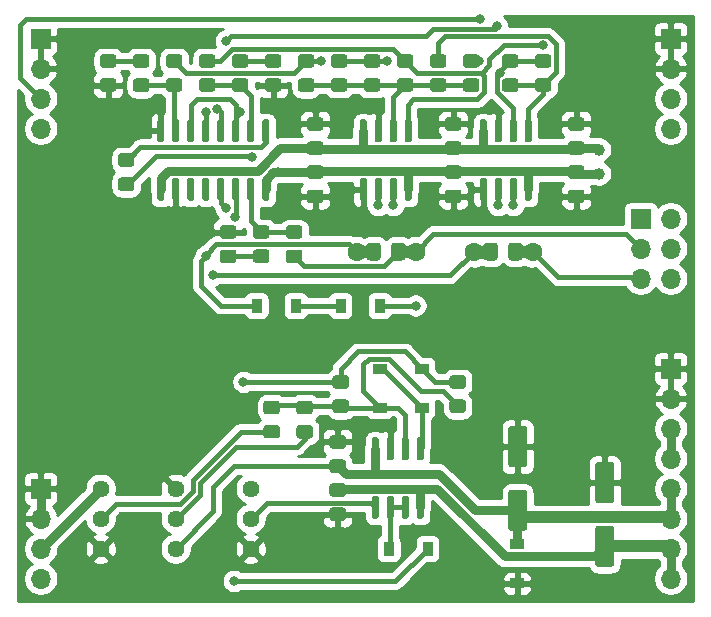
<source format=gbr>
G04 #@! TF.GenerationSoftware,KiCad,Pcbnew,5.1.6-c6e7f7d~87~ubuntu18.04.1*
G04 #@! TF.CreationDate,2020-08-18T13:39:28-04:00*
G04 #@! TF.ProjectId,2164SVF,32313634-5356-4462-9e6b-696361645f70,0*
G04 #@! TF.SameCoordinates,Original*
G04 #@! TF.FileFunction,Copper,L1,Top*
G04 #@! TF.FilePolarity,Positive*
%FSLAX46Y46*%
G04 Gerber Fmt 4.6, Leading zero omitted, Abs format (unit mm)*
G04 Created by KiCad (PCBNEW 5.1.6-c6e7f7d~87~ubuntu18.04.1) date 2020-08-18 13:39:28*
%MOMM*%
%LPD*%
G01*
G04 APERTURE LIST*
G04 #@! TA.AperFunction,EtchedComponent*
%ADD10C,0.100000*%
G04 #@! TD*
G04 #@! TA.AperFunction,ComponentPad*
%ADD11O,1.700000X1.700000*%
G04 #@! TD*
G04 #@! TA.AperFunction,ComponentPad*
%ADD12R,1.700000X1.700000*%
G04 #@! TD*
G04 #@! TA.AperFunction,ComponentPad*
%ADD13C,1.440000*%
G04 #@! TD*
G04 #@! TA.AperFunction,ComponentPad*
%ADD14C,1.600000*%
G04 #@! TD*
G04 #@! TA.AperFunction,SMDPad,CuDef*
%ADD15R,1.200000X0.900000*%
G04 #@! TD*
G04 #@! TA.AperFunction,SMDPad,CuDef*
%ADD16R,0.900000X1.200000*%
G04 #@! TD*
G04 #@! TA.AperFunction,ViaPad*
%ADD17C,1.000000*%
G04 #@! TD*
G04 #@! TA.AperFunction,ViaPad*
%ADD18C,0.800000*%
G04 #@! TD*
G04 #@! TA.AperFunction,Conductor*
%ADD19C,0.750000*%
G04 #@! TD*
G04 #@! TA.AperFunction,Conductor*
%ADD20C,1.000000*%
G04 #@! TD*
G04 #@! TA.AperFunction,Conductor*
%ADD21C,0.400000*%
G04 #@! TD*
G04 #@! TA.AperFunction,Conductor*
%ADD22C,0.254000*%
G04 #@! TD*
G04 APERTURE END LIST*
D10*
G36*
X131191000Y-86106000D02*
G01*
X131572000Y-86106000D01*
X131572000Y-87058500D01*
X131191000Y-87058500D01*
X131191000Y-86106000D01*
G37*
X131191000Y-86106000D02*
X131572000Y-86106000D01*
X131572000Y-87058500D01*
X131191000Y-87058500D01*
X131191000Y-86106000D01*
G36*
X134747000Y-86106000D02*
G01*
X135128000Y-86106000D01*
X135128000Y-87058500D01*
X134747000Y-87058500D01*
X134747000Y-86106000D01*
G37*
X134747000Y-86106000D02*
X135128000Y-86106000D01*
X135128000Y-87058500D01*
X134747000Y-87058500D01*
X134747000Y-86106000D01*
G36*
X121285000Y-86106000D02*
G01*
X121666000Y-86106000D01*
X121666000Y-87058500D01*
X121285000Y-87058500D01*
X121285000Y-86106000D01*
G37*
X121285000Y-86106000D02*
X121666000Y-86106000D01*
X121666000Y-87058500D01*
X121285000Y-87058500D01*
X121285000Y-86106000D01*
G36*
X124841000Y-86106000D02*
G01*
X125222000Y-86106000D01*
X125222000Y-87058500D01*
X124841000Y-87058500D01*
X124841000Y-86106000D01*
G37*
X124841000Y-86106000D02*
X125222000Y-86106000D01*
X125222000Y-87058500D01*
X124841000Y-87058500D01*
X124841000Y-86106000D01*
D11*
X147320000Y-88900000D03*
X144780000Y-88900000D03*
X147320000Y-86360000D03*
X144780000Y-86360000D03*
X147320000Y-83820000D03*
D12*
X144780000Y-83820000D03*
D13*
X111760000Y-106680000D03*
X111760000Y-109220000D03*
X111760000Y-111760000D03*
X105410000Y-106680000D03*
X105410000Y-109220000D03*
X105410000Y-111760000D03*
X99060000Y-106680000D03*
X99060000Y-109220000D03*
X99060000Y-111760000D03*
D11*
X147320000Y-114300000D03*
X147320000Y-111760000D03*
X147320000Y-109220000D03*
X147320000Y-106680000D03*
X147320000Y-104140000D03*
X147320000Y-101600000D03*
X147320000Y-99060000D03*
D12*
X147320000Y-96520000D03*
D11*
X147320000Y-76200000D03*
X147320000Y-73660000D03*
X147320000Y-71120000D03*
D12*
X147320000Y-68580000D03*
D11*
X93980000Y-114300000D03*
X93980000Y-111760000D03*
X93980000Y-109220000D03*
D12*
X93980000Y-106680000D03*
D11*
X93980000Y-76200000D03*
X93980000Y-73660000D03*
X93980000Y-71120000D03*
D12*
X93980000Y-68580000D03*
G04 #@! TA.AperFunction,SMDPad,CuDef*
G36*
G01*
X133816000Y-106774000D02*
X134916000Y-106774000D01*
G75*
G02*
X135166000Y-107024000I0J-250000D01*
G01*
X135166000Y-110024000D01*
G75*
G02*
X134916000Y-110274000I-250000J0D01*
G01*
X133816000Y-110274000D01*
G75*
G02*
X133566000Y-110024000I0J250000D01*
G01*
X133566000Y-107024000D01*
G75*
G02*
X133816000Y-106774000I250000J0D01*
G01*
G37*
G04 #@! TD.AperFunction*
G04 #@! TA.AperFunction,SMDPad,CuDef*
G36*
G01*
X133816000Y-101374000D02*
X134916000Y-101374000D01*
G75*
G02*
X135166000Y-101624000I0J-250000D01*
G01*
X135166000Y-104624000D01*
G75*
G02*
X134916000Y-104874000I-250000J0D01*
G01*
X133816000Y-104874000D01*
G75*
G02*
X133566000Y-104624000I0J250000D01*
G01*
X133566000Y-101624000D01*
G75*
G02*
X133816000Y-101374000I250000J0D01*
G01*
G37*
G04 #@! TD.AperFunction*
G04 #@! TA.AperFunction,SMDPad,CuDef*
G36*
G01*
X142282000Y-107922000D02*
X141182000Y-107922000D01*
G75*
G02*
X140932000Y-107672000I0J250000D01*
G01*
X140932000Y-104672000D01*
G75*
G02*
X141182000Y-104422000I250000J0D01*
G01*
X142282000Y-104422000D01*
G75*
G02*
X142532000Y-104672000I0J-250000D01*
G01*
X142532000Y-107672000D01*
G75*
G02*
X142282000Y-107922000I-250000J0D01*
G01*
G37*
G04 #@! TD.AperFunction*
G04 #@! TA.AperFunction,SMDPad,CuDef*
G36*
G01*
X142282000Y-113322000D02*
X141182000Y-113322000D01*
G75*
G02*
X140932000Y-113072000I0J250000D01*
G01*
X140932000Y-110072000D01*
G75*
G02*
X141182000Y-109822000I250000J0D01*
G01*
X142282000Y-109822000D01*
G75*
G02*
X142532000Y-110072000I0J-250000D01*
G01*
X142532000Y-113072000D01*
G75*
G02*
X142282000Y-113322000I-250000J0D01*
G01*
G37*
G04 #@! TD.AperFunction*
G04 #@! TA.AperFunction,SMDPad,CuDef*
G36*
G01*
X132715000Y-86169500D02*
X132715000Y-87058500D01*
G75*
G02*
X132397500Y-87376000I-317500J0D01*
G01*
X131762500Y-87376000D01*
G75*
G02*
X131445000Y-87058500I0J317500D01*
G01*
X131445000Y-86169500D01*
G75*
G02*
X131762500Y-85852000I317500J0D01*
G01*
X132397500Y-85852000D01*
G75*
G02*
X132715000Y-86169500I0J-317500D01*
G01*
G37*
G04 #@! TD.AperFunction*
G04 #@! TA.AperFunction,SMDPad,CuDef*
G36*
G01*
X134810500Y-86169500D02*
X134810500Y-87058500D01*
G75*
G02*
X134493000Y-87376000I-317500J0D01*
G01*
X133858000Y-87376000D01*
G75*
G02*
X133540500Y-87058500I0J317500D01*
G01*
X133540500Y-86169500D01*
G75*
G02*
X133858000Y-85852000I317500J0D01*
G01*
X134493000Y-85852000D01*
G75*
G02*
X134810500Y-86169500I0J-317500D01*
G01*
G37*
G04 #@! TD.AperFunction*
D14*
X130636000Y-86614000D03*
X135636000Y-86614000D03*
G04 #@! TA.AperFunction,SMDPad,CuDef*
G36*
G01*
X122809000Y-86169500D02*
X122809000Y-87058500D01*
G75*
G02*
X122491500Y-87376000I-317500J0D01*
G01*
X121856500Y-87376000D01*
G75*
G02*
X121539000Y-87058500I0J317500D01*
G01*
X121539000Y-86169500D01*
G75*
G02*
X121856500Y-85852000I317500J0D01*
G01*
X122491500Y-85852000D01*
G75*
G02*
X122809000Y-86169500I0J-317500D01*
G01*
G37*
G04 #@! TD.AperFunction*
G04 #@! TA.AperFunction,SMDPad,CuDef*
G36*
G01*
X124904500Y-86169500D02*
X124904500Y-87058500D01*
G75*
G02*
X124587000Y-87376000I-317500J0D01*
G01*
X123952000Y-87376000D01*
G75*
G02*
X123634500Y-87058500I0J317500D01*
G01*
X123634500Y-86169500D01*
G75*
G02*
X123952000Y-85852000I317500J0D01*
G01*
X124587000Y-85852000D01*
G75*
G02*
X124904500Y-86169500I0J-317500D01*
G01*
G37*
G04 #@! TD.AperFunction*
X120730000Y-86614000D03*
X125730000Y-86614000D03*
G04 #@! TA.AperFunction,SMDPad,CuDef*
G36*
G01*
X125961000Y-107291000D02*
X126261000Y-107291000D01*
G75*
G02*
X126411000Y-107441000I0J-150000D01*
G01*
X126411000Y-109091000D01*
G75*
G02*
X126261000Y-109241000I-150000J0D01*
G01*
X125961000Y-109241000D01*
G75*
G02*
X125811000Y-109091000I0J150000D01*
G01*
X125811000Y-107441000D01*
G75*
G02*
X125961000Y-107291000I150000J0D01*
G01*
G37*
G04 #@! TD.AperFunction*
G04 #@! TA.AperFunction,SMDPad,CuDef*
G36*
G01*
X124691000Y-107291000D02*
X124991000Y-107291000D01*
G75*
G02*
X125141000Y-107441000I0J-150000D01*
G01*
X125141000Y-109091000D01*
G75*
G02*
X124991000Y-109241000I-150000J0D01*
G01*
X124691000Y-109241000D01*
G75*
G02*
X124541000Y-109091000I0J150000D01*
G01*
X124541000Y-107441000D01*
G75*
G02*
X124691000Y-107291000I150000J0D01*
G01*
G37*
G04 #@! TD.AperFunction*
G04 #@! TA.AperFunction,SMDPad,CuDef*
G36*
G01*
X123421000Y-107291000D02*
X123721000Y-107291000D01*
G75*
G02*
X123871000Y-107441000I0J-150000D01*
G01*
X123871000Y-109091000D01*
G75*
G02*
X123721000Y-109241000I-150000J0D01*
G01*
X123421000Y-109241000D01*
G75*
G02*
X123271000Y-109091000I0J150000D01*
G01*
X123271000Y-107441000D01*
G75*
G02*
X123421000Y-107291000I150000J0D01*
G01*
G37*
G04 #@! TD.AperFunction*
G04 #@! TA.AperFunction,SMDPad,CuDef*
G36*
G01*
X122151000Y-107291000D02*
X122451000Y-107291000D01*
G75*
G02*
X122601000Y-107441000I0J-150000D01*
G01*
X122601000Y-109091000D01*
G75*
G02*
X122451000Y-109241000I-150000J0D01*
G01*
X122151000Y-109241000D01*
G75*
G02*
X122001000Y-109091000I0J150000D01*
G01*
X122001000Y-107441000D01*
G75*
G02*
X122151000Y-107291000I150000J0D01*
G01*
G37*
G04 #@! TD.AperFunction*
G04 #@! TA.AperFunction,SMDPad,CuDef*
G36*
G01*
X122151000Y-102341000D02*
X122451000Y-102341000D01*
G75*
G02*
X122601000Y-102491000I0J-150000D01*
G01*
X122601000Y-104141000D01*
G75*
G02*
X122451000Y-104291000I-150000J0D01*
G01*
X122151000Y-104291000D01*
G75*
G02*
X122001000Y-104141000I0J150000D01*
G01*
X122001000Y-102491000D01*
G75*
G02*
X122151000Y-102341000I150000J0D01*
G01*
G37*
G04 #@! TD.AperFunction*
G04 #@! TA.AperFunction,SMDPad,CuDef*
G36*
G01*
X123421000Y-102341000D02*
X123721000Y-102341000D01*
G75*
G02*
X123871000Y-102491000I0J-150000D01*
G01*
X123871000Y-104141000D01*
G75*
G02*
X123721000Y-104291000I-150000J0D01*
G01*
X123421000Y-104291000D01*
G75*
G02*
X123271000Y-104141000I0J150000D01*
G01*
X123271000Y-102491000D01*
G75*
G02*
X123421000Y-102341000I150000J0D01*
G01*
G37*
G04 #@! TD.AperFunction*
G04 #@! TA.AperFunction,SMDPad,CuDef*
G36*
G01*
X124691000Y-102341000D02*
X124991000Y-102341000D01*
G75*
G02*
X125141000Y-102491000I0J-150000D01*
G01*
X125141000Y-104141000D01*
G75*
G02*
X124991000Y-104291000I-150000J0D01*
G01*
X124691000Y-104291000D01*
G75*
G02*
X124541000Y-104141000I0J150000D01*
G01*
X124541000Y-102491000D01*
G75*
G02*
X124691000Y-102341000I150000J0D01*
G01*
G37*
G04 #@! TD.AperFunction*
G04 #@! TA.AperFunction,SMDPad,CuDef*
G36*
G01*
X125961000Y-102341000D02*
X126261000Y-102341000D01*
G75*
G02*
X126411000Y-102491000I0J-150000D01*
G01*
X126411000Y-104141000D01*
G75*
G02*
X126261000Y-104291000I-150000J0D01*
G01*
X125961000Y-104291000D01*
G75*
G02*
X125811000Y-104141000I0J150000D01*
G01*
X125811000Y-102491000D01*
G75*
G02*
X125961000Y-102341000I150000J0D01*
G01*
G37*
G04 #@! TD.AperFunction*
G04 #@! TA.AperFunction,SMDPad,CuDef*
G36*
G01*
X135105000Y-80367000D02*
X135405000Y-80367000D01*
G75*
G02*
X135555000Y-80517000I0J-150000D01*
G01*
X135555000Y-82167000D01*
G75*
G02*
X135405000Y-82317000I-150000J0D01*
G01*
X135105000Y-82317000D01*
G75*
G02*
X134955000Y-82167000I0J150000D01*
G01*
X134955000Y-80517000D01*
G75*
G02*
X135105000Y-80367000I150000J0D01*
G01*
G37*
G04 #@! TD.AperFunction*
G04 #@! TA.AperFunction,SMDPad,CuDef*
G36*
G01*
X133835000Y-80367000D02*
X134135000Y-80367000D01*
G75*
G02*
X134285000Y-80517000I0J-150000D01*
G01*
X134285000Y-82167000D01*
G75*
G02*
X134135000Y-82317000I-150000J0D01*
G01*
X133835000Y-82317000D01*
G75*
G02*
X133685000Y-82167000I0J150000D01*
G01*
X133685000Y-80517000D01*
G75*
G02*
X133835000Y-80367000I150000J0D01*
G01*
G37*
G04 #@! TD.AperFunction*
G04 #@! TA.AperFunction,SMDPad,CuDef*
G36*
G01*
X132565000Y-80367000D02*
X132865000Y-80367000D01*
G75*
G02*
X133015000Y-80517000I0J-150000D01*
G01*
X133015000Y-82167000D01*
G75*
G02*
X132865000Y-82317000I-150000J0D01*
G01*
X132565000Y-82317000D01*
G75*
G02*
X132415000Y-82167000I0J150000D01*
G01*
X132415000Y-80517000D01*
G75*
G02*
X132565000Y-80367000I150000J0D01*
G01*
G37*
G04 #@! TD.AperFunction*
G04 #@! TA.AperFunction,SMDPad,CuDef*
G36*
G01*
X131295000Y-80367000D02*
X131595000Y-80367000D01*
G75*
G02*
X131745000Y-80517000I0J-150000D01*
G01*
X131745000Y-82167000D01*
G75*
G02*
X131595000Y-82317000I-150000J0D01*
G01*
X131295000Y-82317000D01*
G75*
G02*
X131145000Y-82167000I0J150000D01*
G01*
X131145000Y-80517000D01*
G75*
G02*
X131295000Y-80367000I150000J0D01*
G01*
G37*
G04 #@! TD.AperFunction*
G04 #@! TA.AperFunction,SMDPad,CuDef*
G36*
G01*
X131295000Y-75417000D02*
X131595000Y-75417000D01*
G75*
G02*
X131745000Y-75567000I0J-150000D01*
G01*
X131745000Y-77217000D01*
G75*
G02*
X131595000Y-77367000I-150000J0D01*
G01*
X131295000Y-77367000D01*
G75*
G02*
X131145000Y-77217000I0J150000D01*
G01*
X131145000Y-75567000D01*
G75*
G02*
X131295000Y-75417000I150000J0D01*
G01*
G37*
G04 #@! TD.AperFunction*
G04 #@! TA.AperFunction,SMDPad,CuDef*
G36*
G01*
X132565000Y-75417000D02*
X132865000Y-75417000D01*
G75*
G02*
X133015000Y-75567000I0J-150000D01*
G01*
X133015000Y-77217000D01*
G75*
G02*
X132865000Y-77367000I-150000J0D01*
G01*
X132565000Y-77367000D01*
G75*
G02*
X132415000Y-77217000I0J150000D01*
G01*
X132415000Y-75567000D01*
G75*
G02*
X132565000Y-75417000I150000J0D01*
G01*
G37*
G04 #@! TD.AperFunction*
G04 #@! TA.AperFunction,SMDPad,CuDef*
G36*
G01*
X133835000Y-75417000D02*
X134135000Y-75417000D01*
G75*
G02*
X134285000Y-75567000I0J-150000D01*
G01*
X134285000Y-77217000D01*
G75*
G02*
X134135000Y-77367000I-150000J0D01*
G01*
X133835000Y-77367000D01*
G75*
G02*
X133685000Y-77217000I0J150000D01*
G01*
X133685000Y-75567000D01*
G75*
G02*
X133835000Y-75417000I150000J0D01*
G01*
G37*
G04 #@! TD.AperFunction*
G04 #@! TA.AperFunction,SMDPad,CuDef*
G36*
G01*
X135105000Y-75417000D02*
X135405000Y-75417000D01*
G75*
G02*
X135555000Y-75567000I0J-150000D01*
G01*
X135555000Y-77217000D01*
G75*
G02*
X135405000Y-77367000I-150000J0D01*
G01*
X135105000Y-77367000D01*
G75*
G02*
X134955000Y-77217000I0J150000D01*
G01*
X134955000Y-75567000D01*
G75*
G02*
X135105000Y-75417000I150000J0D01*
G01*
G37*
G04 #@! TD.AperFunction*
G04 #@! TA.AperFunction,SMDPad,CuDef*
G36*
G01*
X112880000Y-80367000D02*
X113180000Y-80367000D01*
G75*
G02*
X113330000Y-80517000I0J-150000D01*
G01*
X113330000Y-82167000D01*
G75*
G02*
X113180000Y-82317000I-150000J0D01*
G01*
X112880000Y-82317000D01*
G75*
G02*
X112730000Y-82167000I0J150000D01*
G01*
X112730000Y-80517000D01*
G75*
G02*
X112880000Y-80367000I150000J0D01*
G01*
G37*
G04 #@! TD.AperFunction*
G04 #@! TA.AperFunction,SMDPad,CuDef*
G36*
G01*
X111610000Y-80367000D02*
X111910000Y-80367000D01*
G75*
G02*
X112060000Y-80517000I0J-150000D01*
G01*
X112060000Y-82167000D01*
G75*
G02*
X111910000Y-82317000I-150000J0D01*
G01*
X111610000Y-82317000D01*
G75*
G02*
X111460000Y-82167000I0J150000D01*
G01*
X111460000Y-80517000D01*
G75*
G02*
X111610000Y-80367000I150000J0D01*
G01*
G37*
G04 #@! TD.AperFunction*
G04 #@! TA.AperFunction,SMDPad,CuDef*
G36*
G01*
X110340000Y-80367000D02*
X110640000Y-80367000D01*
G75*
G02*
X110790000Y-80517000I0J-150000D01*
G01*
X110790000Y-82167000D01*
G75*
G02*
X110640000Y-82317000I-150000J0D01*
G01*
X110340000Y-82317000D01*
G75*
G02*
X110190000Y-82167000I0J150000D01*
G01*
X110190000Y-80517000D01*
G75*
G02*
X110340000Y-80367000I150000J0D01*
G01*
G37*
G04 #@! TD.AperFunction*
G04 #@! TA.AperFunction,SMDPad,CuDef*
G36*
G01*
X109070000Y-80367000D02*
X109370000Y-80367000D01*
G75*
G02*
X109520000Y-80517000I0J-150000D01*
G01*
X109520000Y-82167000D01*
G75*
G02*
X109370000Y-82317000I-150000J0D01*
G01*
X109070000Y-82317000D01*
G75*
G02*
X108920000Y-82167000I0J150000D01*
G01*
X108920000Y-80517000D01*
G75*
G02*
X109070000Y-80367000I150000J0D01*
G01*
G37*
G04 #@! TD.AperFunction*
G04 #@! TA.AperFunction,SMDPad,CuDef*
G36*
G01*
X107800000Y-80367000D02*
X108100000Y-80367000D01*
G75*
G02*
X108250000Y-80517000I0J-150000D01*
G01*
X108250000Y-82167000D01*
G75*
G02*
X108100000Y-82317000I-150000J0D01*
G01*
X107800000Y-82317000D01*
G75*
G02*
X107650000Y-82167000I0J150000D01*
G01*
X107650000Y-80517000D01*
G75*
G02*
X107800000Y-80367000I150000J0D01*
G01*
G37*
G04 #@! TD.AperFunction*
G04 #@! TA.AperFunction,SMDPad,CuDef*
G36*
G01*
X106530000Y-80367000D02*
X106830000Y-80367000D01*
G75*
G02*
X106980000Y-80517000I0J-150000D01*
G01*
X106980000Y-82167000D01*
G75*
G02*
X106830000Y-82317000I-150000J0D01*
G01*
X106530000Y-82317000D01*
G75*
G02*
X106380000Y-82167000I0J150000D01*
G01*
X106380000Y-80517000D01*
G75*
G02*
X106530000Y-80367000I150000J0D01*
G01*
G37*
G04 #@! TD.AperFunction*
G04 #@! TA.AperFunction,SMDPad,CuDef*
G36*
G01*
X105260000Y-80367000D02*
X105560000Y-80367000D01*
G75*
G02*
X105710000Y-80517000I0J-150000D01*
G01*
X105710000Y-82167000D01*
G75*
G02*
X105560000Y-82317000I-150000J0D01*
G01*
X105260000Y-82317000D01*
G75*
G02*
X105110000Y-82167000I0J150000D01*
G01*
X105110000Y-80517000D01*
G75*
G02*
X105260000Y-80367000I150000J0D01*
G01*
G37*
G04 #@! TD.AperFunction*
G04 #@! TA.AperFunction,SMDPad,CuDef*
G36*
G01*
X103990000Y-80367000D02*
X104290000Y-80367000D01*
G75*
G02*
X104440000Y-80517000I0J-150000D01*
G01*
X104440000Y-82167000D01*
G75*
G02*
X104290000Y-82317000I-150000J0D01*
G01*
X103990000Y-82317000D01*
G75*
G02*
X103840000Y-82167000I0J150000D01*
G01*
X103840000Y-80517000D01*
G75*
G02*
X103990000Y-80367000I150000J0D01*
G01*
G37*
G04 #@! TD.AperFunction*
G04 #@! TA.AperFunction,SMDPad,CuDef*
G36*
G01*
X103990000Y-75417000D02*
X104290000Y-75417000D01*
G75*
G02*
X104440000Y-75567000I0J-150000D01*
G01*
X104440000Y-77217000D01*
G75*
G02*
X104290000Y-77367000I-150000J0D01*
G01*
X103990000Y-77367000D01*
G75*
G02*
X103840000Y-77217000I0J150000D01*
G01*
X103840000Y-75567000D01*
G75*
G02*
X103990000Y-75417000I150000J0D01*
G01*
G37*
G04 #@! TD.AperFunction*
G04 #@! TA.AperFunction,SMDPad,CuDef*
G36*
G01*
X105260000Y-75417000D02*
X105560000Y-75417000D01*
G75*
G02*
X105710000Y-75567000I0J-150000D01*
G01*
X105710000Y-77217000D01*
G75*
G02*
X105560000Y-77367000I-150000J0D01*
G01*
X105260000Y-77367000D01*
G75*
G02*
X105110000Y-77217000I0J150000D01*
G01*
X105110000Y-75567000D01*
G75*
G02*
X105260000Y-75417000I150000J0D01*
G01*
G37*
G04 #@! TD.AperFunction*
G04 #@! TA.AperFunction,SMDPad,CuDef*
G36*
G01*
X106530000Y-75417000D02*
X106830000Y-75417000D01*
G75*
G02*
X106980000Y-75567000I0J-150000D01*
G01*
X106980000Y-77217000D01*
G75*
G02*
X106830000Y-77367000I-150000J0D01*
G01*
X106530000Y-77367000D01*
G75*
G02*
X106380000Y-77217000I0J150000D01*
G01*
X106380000Y-75567000D01*
G75*
G02*
X106530000Y-75417000I150000J0D01*
G01*
G37*
G04 #@! TD.AperFunction*
G04 #@! TA.AperFunction,SMDPad,CuDef*
G36*
G01*
X107800000Y-75417000D02*
X108100000Y-75417000D01*
G75*
G02*
X108250000Y-75567000I0J-150000D01*
G01*
X108250000Y-77217000D01*
G75*
G02*
X108100000Y-77367000I-150000J0D01*
G01*
X107800000Y-77367000D01*
G75*
G02*
X107650000Y-77217000I0J150000D01*
G01*
X107650000Y-75567000D01*
G75*
G02*
X107800000Y-75417000I150000J0D01*
G01*
G37*
G04 #@! TD.AperFunction*
G04 #@! TA.AperFunction,SMDPad,CuDef*
G36*
G01*
X109070000Y-75417000D02*
X109370000Y-75417000D01*
G75*
G02*
X109520000Y-75567000I0J-150000D01*
G01*
X109520000Y-77217000D01*
G75*
G02*
X109370000Y-77367000I-150000J0D01*
G01*
X109070000Y-77367000D01*
G75*
G02*
X108920000Y-77217000I0J150000D01*
G01*
X108920000Y-75567000D01*
G75*
G02*
X109070000Y-75417000I150000J0D01*
G01*
G37*
G04 #@! TD.AperFunction*
G04 #@! TA.AperFunction,SMDPad,CuDef*
G36*
G01*
X110340000Y-75417000D02*
X110640000Y-75417000D01*
G75*
G02*
X110790000Y-75567000I0J-150000D01*
G01*
X110790000Y-77217000D01*
G75*
G02*
X110640000Y-77367000I-150000J0D01*
G01*
X110340000Y-77367000D01*
G75*
G02*
X110190000Y-77217000I0J150000D01*
G01*
X110190000Y-75567000D01*
G75*
G02*
X110340000Y-75417000I150000J0D01*
G01*
G37*
G04 #@! TD.AperFunction*
G04 #@! TA.AperFunction,SMDPad,CuDef*
G36*
G01*
X111610000Y-75417000D02*
X111910000Y-75417000D01*
G75*
G02*
X112060000Y-75567000I0J-150000D01*
G01*
X112060000Y-77217000D01*
G75*
G02*
X111910000Y-77367000I-150000J0D01*
G01*
X111610000Y-77367000D01*
G75*
G02*
X111460000Y-77217000I0J150000D01*
G01*
X111460000Y-75567000D01*
G75*
G02*
X111610000Y-75417000I150000J0D01*
G01*
G37*
G04 #@! TD.AperFunction*
G04 #@! TA.AperFunction,SMDPad,CuDef*
G36*
G01*
X112880000Y-75417000D02*
X113180000Y-75417000D01*
G75*
G02*
X113330000Y-75567000I0J-150000D01*
G01*
X113330000Y-77217000D01*
G75*
G02*
X113180000Y-77367000I-150000J0D01*
G01*
X112880000Y-77367000D01*
G75*
G02*
X112730000Y-77217000I0J150000D01*
G01*
X112730000Y-75567000D01*
G75*
G02*
X112880000Y-75417000I150000J0D01*
G01*
G37*
G04 #@! TD.AperFunction*
G04 #@! TA.AperFunction,SMDPad,CuDef*
G36*
G01*
X124945000Y-80367000D02*
X125245000Y-80367000D01*
G75*
G02*
X125395000Y-80517000I0J-150000D01*
G01*
X125395000Y-82167000D01*
G75*
G02*
X125245000Y-82317000I-150000J0D01*
G01*
X124945000Y-82317000D01*
G75*
G02*
X124795000Y-82167000I0J150000D01*
G01*
X124795000Y-80517000D01*
G75*
G02*
X124945000Y-80367000I150000J0D01*
G01*
G37*
G04 #@! TD.AperFunction*
G04 #@! TA.AperFunction,SMDPad,CuDef*
G36*
G01*
X123675000Y-80367000D02*
X123975000Y-80367000D01*
G75*
G02*
X124125000Y-80517000I0J-150000D01*
G01*
X124125000Y-82167000D01*
G75*
G02*
X123975000Y-82317000I-150000J0D01*
G01*
X123675000Y-82317000D01*
G75*
G02*
X123525000Y-82167000I0J150000D01*
G01*
X123525000Y-80517000D01*
G75*
G02*
X123675000Y-80367000I150000J0D01*
G01*
G37*
G04 #@! TD.AperFunction*
G04 #@! TA.AperFunction,SMDPad,CuDef*
G36*
G01*
X122405000Y-80367000D02*
X122705000Y-80367000D01*
G75*
G02*
X122855000Y-80517000I0J-150000D01*
G01*
X122855000Y-82167000D01*
G75*
G02*
X122705000Y-82317000I-150000J0D01*
G01*
X122405000Y-82317000D01*
G75*
G02*
X122255000Y-82167000I0J150000D01*
G01*
X122255000Y-80517000D01*
G75*
G02*
X122405000Y-80367000I150000J0D01*
G01*
G37*
G04 #@! TD.AperFunction*
G04 #@! TA.AperFunction,SMDPad,CuDef*
G36*
G01*
X121135000Y-80367000D02*
X121435000Y-80367000D01*
G75*
G02*
X121585000Y-80517000I0J-150000D01*
G01*
X121585000Y-82167000D01*
G75*
G02*
X121435000Y-82317000I-150000J0D01*
G01*
X121135000Y-82317000D01*
G75*
G02*
X120985000Y-82167000I0J150000D01*
G01*
X120985000Y-80517000D01*
G75*
G02*
X121135000Y-80367000I150000J0D01*
G01*
G37*
G04 #@! TD.AperFunction*
G04 #@! TA.AperFunction,SMDPad,CuDef*
G36*
G01*
X121135000Y-75417000D02*
X121435000Y-75417000D01*
G75*
G02*
X121585000Y-75567000I0J-150000D01*
G01*
X121585000Y-77217000D01*
G75*
G02*
X121435000Y-77367000I-150000J0D01*
G01*
X121135000Y-77367000D01*
G75*
G02*
X120985000Y-77217000I0J150000D01*
G01*
X120985000Y-75567000D01*
G75*
G02*
X121135000Y-75417000I150000J0D01*
G01*
G37*
G04 #@! TD.AperFunction*
G04 #@! TA.AperFunction,SMDPad,CuDef*
G36*
G01*
X122405000Y-75417000D02*
X122705000Y-75417000D01*
G75*
G02*
X122855000Y-75567000I0J-150000D01*
G01*
X122855000Y-77217000D01*
G75*
G02*
X122705000Y-77367000I-150000J0D01*
G01*
X122405000Y-77367000D01*
G75*
G02*
X122255000Y-77217000I0J150000D01*
G01*
X122255000Y-75567000D01*
G75*
G02*
X122405000Y-75417000I150000J0D01*
G01*
G37*
G04 #@! TD.AperFunction*
G04 #@! TA.AperFunction,SMDPad,CuDef*
G36*
G01*
X123675000Y-75417000D02*
X123975000Y-75417000D01*
G75*
G02*
X124125000Y-75567000I0J-150000D01*
G01*
X124125000Y-77217000D01*
G75*
G02*
X123975000Y-77367000I-150000J0D01*
G01*
X123675000Y-77367000D01*
G75*
G02*
X123525000Y-77217000I0J150000D01*
G01*
X123525000Y-75567000D01*
G75*
G02*
X123675000Y-75417000I150000J0D01*
G01*
G37*
G04 #@! TD.AperFunction*
G04 #@! TA.AperFunction,SMDPad,CuDef*
G36*
G01*
X124945000Y-75417000D02*
X125245000Y-75417000D01*
G75*
G02*
X125395000Y-75567000I0J-150000D01*
G01*
X125395000Y-77217000D01*
G75*
G02*
X125245000Y-77367000I-150000J0D01*
G01*
X124945000Y-77367000D01*
G75*
G02*
X124795000Y-77217000I0J150000D01*
G01*
X124795000Y-75567000D01*
G75*
G02*
X124945000Y-75417000I150000J0D01*
G01*
G37*
G04 #@! TD.AperFunction*
G04 #@! TA.AperFunction,SMDPad,CuDef*
G36*
G01*
X101669001Y-79433000D02*
X100768999Y-79433000D01*
G75*
G02*
X100519000Y-79183001I0J249999D01*
G01*
X100519000Y-78532999D01*
G75*
G02*
X100768999Y-78283000I249999J0D01*
G01*
X101669001Y-78283000D01*
G75*
G02*
X101919000Y-78532999I0J-249999D01*
G01*
X101919000Y-79183001D01*
G75*
G02*
X101669001Y-79433000I-249999J0D01*
G01*
G37*
G04 #@! TD.AperFunction*
G04 #@! TA.AperFunction,SMDPad,CuDef*
G36*
G01*
X101669001Y-81483000D02*
X100768999Y-81483000D01*
G75*
G02*
X100519000Y-81233001I0J249999D01*
G01*
X100519000Y-80582999D01*
G75*
G02*
X100768999Y-80333000I249999J0D01*
G01*
X101669001Y-80333000D01*
G75*
G02*
X101919000Y-80582999I0J-249999D01*
G01*
X101919000Y-81233001D01*
G75*
G02*
X101669001Y-81483000I-249999J0D01*
G01*
G37*
G04 #@! TD.AperFunction*
G04 #@! TA.AperFunction,SMDPad,CuDef*
G36*
G01*
X118929999Y-99129000D02*
X119830001Y-99129000D01*
G75*
G02*
X120080000Y-99378999I0J-249999D01*
G01*
X120080000Y-100029001D01*
G75*
G02*
X119830001Y-100279000I-249999J0D01*
G01*
X118929999Y-100279000D01*
G75*
G02*
X118680000Y-100029001I0J249999D01*
G01*
X118680000Y-99378999D01*
G75*
G02*
X118929999Y-99129000I249999J0D01*
G01*
G37*
G04 #@! TD.AperFunction*
G04 #@! TA.AperFunction,SMDPad,CuDef*
G36*
G01*
X118929999Y-97079000D02*
X119830001Y-97079000D01*
G75*
G02*
X120080000Y-97328999I0J-249999D01*
G01*
X120080000Y-97979001D01*
G75*
G02*
X119830001Y-98229000I-249999J0D01*
G01*
X118929999Y-98229000D01*
G75*
G02*
X118680000Y-97979001I0J249999D01*
G01*
X118680000Y-97328999D01*
G75*
G02*
X118929999Y-97079000I249999J0D01*
G01*
G37*
G04 #@! TD.AperFunction*
G04 #@! TA.AperFunction,SMDPad,CuDef*
G36*
G01*
X115881999Y-101297000D02*
X116782001Y-101297000D01*
G75*
G02*
X117032000Y-101546999I0J-249999D01*
G01*
X117032000Y-102197001D01*
G75*
G02*
X116782001Y-102447000I-249999J0D01*
G01*
X115881999Y-102447000D01*
G75*
G02*
X115632000Y-102197001I0J249999D01*
G01*
X115632000Y-101546999D01*
G75*
G02*
X115881999Y-101297000I249999J0D01*
G01*
G37*
G04 #@! TD.AperFunction*
G04 #@! TA.AperFunction,SMDPad,CuDef*
G36*
G01*
X115881999Y-99247000D02*
X116782001Y-99247000D01*
G75*
G02*
X117032000Y-99496999I0J-249999D01*
G01*
X117032000Y-100147001D01*
G75*
G02*
X116782001Y-100397000I-249999J0D01*
G01*
X115881999Y-100397000D01*
G75*
G02*
X115632000Y-100147001I0J249999D01*
G01*
X115632000Y-99496999D01*
G75*
G02*
X115881999Y-99247000I249999J0D01*
G01*
G37*
G04 #@! TD.AperFunction*
G04 #@! TA.AperFunction,SMDPad,CuDef*
G36*
G01*
X113087999Y-101288000D02*
X113988001Y-101288000D01*
G75*
G02*
X114238000Y-101537999I0J-249999D01*
G01*
X114238000Y-102188001D01*
G75*
G02*
X113988001Y-102438000I-249999J0D01*
G01*
X113087999Y-102438000D01*
G75*
G02*
X112838000Y-102188001I0J249999D01*
G01*
X112838000Y-101537999D01*
G75*
G02*
X113087999Y-101288000I249999J0D01*
G01*
G37*
G04 #@! TD.AperFunction*
G04 #@! TA.AperFunction,SMDPad,CuDef*
G36*
G01*
X113087999Y-99238000D02*
X113988001Y-99238000D01*
G75*
G02*
X114238000Y-99487999I0J-249999D01*
G01*
X114238000Y-100138001D01*
G75*
G02*
X113988001Y-100388000I-249999J0D01*
G01*
X113087999Y-100388000D01*
G75*
G02*
X112838000Y-100138001I0J249999D01*
G01*
X112838000Y-99487999D01*
G75*
G02*
X113087999Y-99238000I249999J0D01*
G01*
G37*
G04 #@! TD.AperFunction*
G04 #@! TA.AperFunction,SMDPad,CuDef*
G36*
G01*
X102038999Y-71951000D02*
X102939001Y-71951000D01*
G75*
G02*
X103189000Y-72200999I0J-249999D01*
G01*
X103189000Y-72851001D01*
G75*
G02*
X102939001Y-73101000I-249999J0D01*
G01*
X102038999Y-73101000D01*
G75*
G02*
X101789000Y-72851001I0J249999D01*
G01*
X101789000Y-72200999D01*
G75*
G02*
X102038999Y-71951000I249999J0D01*
G01*
G37*
G04 #@! TD.AperFunction*
G04 #@! TA.AperFunction,SMDPad,CuDef*
G36*
G01*
X102038999Y-69901000D02*
X102939001Y-69901000D01*
G75*
G02*
X103189000Y-70150999I0J-249999D01*
G01*
X103189000Y-70801001D01*
G75*
G02*
X102939001Y-71051000I-249999J0D01*
G01*
X102038999Y-71051000D01*
G75*
G02*
X101789000Y-70801001I0J249999D01*
G01*
X101789000Y-70150999D01*
G75*
G02*
X102038999Y-69901000I249999J0D01*
G01*
G37*
G04 #@! TD.AperFunction*
G04 #@! TA.AperFunction,SMDPad,CuDef*
G36*
G01*
X105733001Y-71042000D02*
X104832999Y-71042000D01*
G75*
G02*
X104583000Y-70792001I0J249999D01*
G01*
X104583000Y-70141999D01*
G75*
G02*
X104832999Y-69892000I249999J0D01*
G01*
X105733001Y-69892000D01*
G75*
G02*
X105983000Y-70141999I0J-249999D01*
G01*
X105983000Y-70792001D01*
G75*
G02*
X105733001Y-71042000I-249999J0D01*
G01*
G37*
G04 #@! TD.AperFunction*
G04 #@! TA.AperFunction,SMDPad,CuDef*
G36*
G01*
X105733001Y-73092000D02*
X104832999Y-73092000D01*
G75*
G02*
X104583000Y-72842001I0J249999D01*
G01*
X104583000Y-72191999D01*
G75*
G02*
X104832999Y-71942000I249999J0D01*
G01*
X105733001Y-71942000D01*
G75*
G02*
X105983000Y-72191999I0J-249999D01*
G01*
X105983000Y-72842001D01*
G75*
G02*
X105733001Y-73092000I-249999J0D01*
G01*
G37*
G04 #@! TD.AperFunction*
G04 #@! TA.AperFunction,SMDPad,CuDef*
G36*
G01*
X115893001Y-85538000D02*
X114992999Y-85538000D01*
G75*
G02*
X114743000Y-85288001I0J249999D01*
G01*
X114743000Y-84637999D01*
G75*
G02*
X114992999Y-84388000I249999J0D01*
G01*
X115893001Y-84388000D01*
G75*
G02*
X116143000Y-84637999I0J-249999D01*
G01*
X116143000Y-85288001D01*
G75*
G02*
X115893001Y-85538000I-249999J0D01*
G01*
G37*
G04 #@! TD.AperFunction*
G04 #@! TA.AperFunction,SMDPad,CuDef*
G36*
G01*
X115893001Y-87588000D02*
X114992999Y-87588000D01*
G75*
G02*
X114743000Y-87338001I0J249999D01*
G01*
X114743000Y-86687999D01*
G75*
G02*
X114992999Y-86438000I249999J0D01*
G01*
X115893001Y-86438000D01*
G75*
G02*
X116143000Y-86687999I0J-249999D01*
G01*
X116143000Y-87338001D01*
G75*
G02*
X115893001Y-87588000I-249999J0D01*
G01*
G37*
G04 #@! TD.AperFunction*
G04 #@! TA.AperFunction,SMDPad,CuDef*
G36*
G01*
X113099001Y-85529000D02*
X112198999Y-85529000D01*
G75*
G02*
X111949000Y-85279001I0J249999D01*
G01*
X111949000Y-84628999D01*
G75*
G02*
X112198999Y-84379000I249999J0D01*
G01*
X113099001Y-84379000D01*
G75*
G02*
X113349000Y-84628999I0J-249999D01*
G01*
X113349000Y-85279001D01*
G75*
G02*
X113099001Y-85529000I-249999J0D01*
G01*
G37*
G04 #@! TD.AperFunction*
G04 #@! TA.AperFunction,SMDPad,CuDef*
G36*
G01*
X113099001Y-87579000D02*
X112198999Y-87579000D01*
G75*
G02*
X111949000Y-87329001I0J249999D01*
G01*
X111949000Y-86678999D01*
G75*
G02*
X112198999Y-86429000I249999J0D01*
G01*
X113099001Y-86429000D01*
G75*
G02*
X113349000Y-86678999I0J-249999D01*
G01*
X113349000Y-87329001D01*
G75*
G02*
X113099001Y-87579000I-249999J0D01*
G01*
G37*
G04 #@! TD.AperFunction*
G04 #@! TA.AperFunction,SMDPad,CuDef*
G36*
G01*
X110420999Y-71942000D02*
X111321001Y-71942000D01*
G75*
G02*
X111571000Y-72191999I0J-249999D01*
G01*
X111571000Y-72842001D01*
G75*
G02*
X111321001Y-73092000I-249999J0D01*
G01*
X110420999Y-73092000D01*
G75*
G02*
X110171000Y-72842001I0J249999D01*
G01*
X110171000Y-72191999D01*
G75*
G02*
X110420999Y-71942000I249999J0D01*
G01*
G37*
G04 #@! TD.AperFunction*
G04 #@! TA.AperFunction,SMDPad,CuDef*
G36*
G01*
X110420999Y-69892000D02*
X111321001Y-69892000D01*
G75*
G02*
X111571000Y-70141999I0J-249999D01*
G01*
X111571000Y-70792001D01*
G75*
G02*
X111321001Y-71042000I-249999J0D01*
G01*
X110420999Y-71042000D01*
G75*
G02*
X110171000Y-70792001I0J249999D01*
G01*
X110171000Y-70141999D01*
G75*
G02*
X110420999Y-69892000I249999J0D01*
G01*
G37*
G04 #@! TD.AperFunction*
G04 #@! TA.AperFunction,SMDPad,CuDef*
G36*
G01*
X108527001Y-71042000D02*
X107626999Y-71042000D01*
G75*
G02*
X107377000Y-70792001I0J249999D01*
G01*
X107377000Y-70141999D01*
G75*
G02*
X107626999Y-69892000I249999J0D01*
G01*
X108527001Y-69892000D01*
G75*
G02*
X108777000Y-70141999I0J-249999D01*
G01*
X108777000Y-70792001D01*
G75*
G02*
X108527001Y-71042000I-249999J0D01*
G01*
G37*
G04 #@! TD.AperFunction*
G04 #@! TA.AperFunction,SMDPad,CuDef*
G36*
G01*
X108527001Y-73092000D02*
X107626999Y-73092000D01*
G75*
G02*
X107377000Y-72842001I0J249999D01*
G01*
X107377000Y-72191999D01*
G75*
G02*
X107626999Y-71942000I249999J0D01*
G01*
X108527001Y-71942000D01*
G75*
G02*
X108777000Y-72191999I0J-249999D01*
G01*
X108777000Y-72842001D01*
G75*
G02*
X108527001Y-73092000I-249999J0D01*
G01*
G37*
G04 #@! TD.AperFunction*
G04 #@! TA.AperFunction,SMDPad,CuDef*
G36*
G01*
X133280999Y-71951000D02*
X134181001Y-71951000D01*
G75*
G02*
X134431000Y-72200999I0J-249999D01*
G01*
X134431000Y-72851001D01*
G75*
G02*
X134181001Y-73101000I-249999J0D01*
G01*
X133280999Y-73101000D01*
G75*
G02*
X133031000Y-72851001I0J249999D01*
G01*
X133031000Y-72200999D01*
G75*
G02*
X133280999Y-71951000I249999J0D01*
G01*
G37*
G04 #@! TD.AperFunction*
G04 #@! TA.AperFunction,SMDPad,CuDef*
G36*
G01*
X133280999Y-69901000D02*
X134181001Y-69901000D01*
G75*
G02*
X134431000Y-70150999I0J-249999D01*
G01*
X134431000Y-70801001D01*
G75*
G02*
X134181001Y-71051000I-249999J0D01*
G01*
X133280999Y-71051000D01*
G75*
G02*
X133031000Y-70801001I0J249999D01*
G01*
X133031000Y-70150999D01*
G75*
G02*
X133280999Y-69901000I249999J0D01*
G01*
G37*
G04 #@! TD.AperFunction*
G04 #@! TA.AperFunction,SMDPad,CuDef*
G36*
G01*
X124390999Y-71942000D02*
X125291001Y-71942000D01*
G75*
G02*
X125541000Y-72191999I0J-249999D01*
G01*
X125541000Y-72842001D01*
G75*
G02*
X125291001Y-73092000I-249999J0D01*
G01*
X124390999Y-73092000D01*
G75*
G02*
X124141000Y-72842001I0J249999D01*
G01*
X124141000Y-72191999D01*
G75*
G02*
X124390999Y-71942000I249999J0D01*
G01*
G37*
G04 #@! TD.AperFunction*
G04 #@! TA.AperFunction,SMDPad,CuDef*
G36*
G01*
X124390999Y-69892000D02*
X125291001Y-69892000D01*
G75*
G02*
X125541000Y-70141999I0J-249999D01*
G01*
X125541000Y-70792001D01*
G75*
G02*
X125291001Y-71042000I-249999J0D01*
G01*
X124390999Y-71042000D01*
G75*
G02*
X124141000Y-70792001I0J249999D01*
G01*
X124141000Y-70141999D01*
G75*
G02*
X124390999Y-69892000I249999J0D01*
G01*
G37*
G04 #@! TD.AperFunction*
G04 #@! TA.AperFunction,SMDPad,CuDef*
G36*
G01*
X121596999Y-71942000D02*
X122497001Y-71942000D01*
G75*
G02*
X122747000Y-72191999I0J-249999D01*
G01*
X122747000Y-72842001D01*
G75*
G02*
X122497001Y-73092000I-249999J0D01*
G01*
X121596999Y-73092000D01*
G75*
G02*
X121347000Y-72842001I0J249999D01*
G01*
X121347000Y-72191999D01*
G75*
G02*
X121596999Y-71942000I249999J0D01*
G01*
G37*
G04 #@! TD.AperFunction*
G04 #@! TA.AperFunction,SMDPad,CuDef*
G36*
G01*
X121596999Y-69892000D02*
X122497001Y-69892000D01*
G75*
G02*
X122747000Y-70141999I0J-249999D01*
G01*
X122747000Y-70792001D01*
G75*
G02*
X122497001Y-71042000I-249999J0D01*
G01*
X121596999Y-71042000D01*
G75*
G02*
X121347000Y-70792001I0J249999D01*
G01*
X121347000Y-70141999D01*
G75*
G02*
X121596999Y-69892000I249999J0D01*
G01*
G37*
G04 #@! TD.AperFunction*
G04 #@! TA.AperFunction,SMDPad,CuDef*
G36*
G01*
X127184999Y-71942000D02*
X128085001Y-71942000D01*
G75*
G02*
X128335000Y-72191999I0J-249999D01*
G01*
X128335000Y-72842001D01*
G75*
G02*
X128085001Y-73092000I-249999J0D01*
G01*
X127184999Y-73092000D01*
G75*
G02*
X126935000Y-72842001I0J249999D01*
G01*
X126935000Y-72191999D01*
G75*
G02*
X127184999Y-71942000I249999J0D01*
G01*
G37*
G04 #@! TD.AperFunction*
G04 #@! TA.AperFunction,SMDPad,CuDef*
G36*
G01*
X127184999Y-69892000D02*
X128085001Y-69892000D01*
G75*
G02*
X128335000Y-70141999I0J-249999D01*
G01*
X128335000Y-70792001D01*
G75*
G02*
X128085001Y-71042000I-249999J0D01*
G01*
X127184999Y-71042000D01*
G75*
G02*
X126935000Y-70792001I0J249999D01*
G01*
X126935000Y-70141999D01*
G75*
G02*
X127184999Y-69892000I249999J0D01*
G01*
G37*
G04 #@! TD.AperFunction*
G04 #@! TA.AperFunction,SMDPad,CuDef*
G36*
G01*
X116008999Y-71951000D02*
X116909001Y-71951000D01*
G75*
G02*
X117159000Y-72200999I0J-249999D01*
G01*
X117159000Y-72851001D01*
G75*
G02*
X116909001Y-73101000I-249999J0D01*
G01*
X116008999Y-73101000D01*
G75*
G02*
X115759000Y-72851001I0J249999D01*
G01*
X115759000Y-72200999D01*
G75*
G02*
X116008999Y-71951000I249999J0D01*
G01*
G37*
G04 #@! TD.AperFunction*
G04 #@! TA.AperFunction,SMDPad,CuDef*
G36*
G01*
X116008999Y-69901000D02*
X116909001Y-69901000D01*
G75*
G02*
X117159000Y-70150999I0J-249999D01*
G01*
X117159000Y-70801001D01*
G75*
G02*
X116909001Y-71051000I-249999J0D01*
G01*
X116008999Y-71051000D01*
G75*
G02*
X115759000Y-70801001I0J249999D01*
G01*
X115759000Y-70150999D01*
G75*
G02*
X116008999Y-69901000I249999J0D01*
G01*
G37*
G04 #@! TD.AperFunction*
G04 #@! TA.AperFunction,SMDPad,CuDef*
G36*
G01*
X130879001Y-71051000D02*
X129978999Y-71051000D01*
G75*
G02*
X129729000Y-70801001I0J249999D01*
G01*
X129729000Y-70150999D01*
G75*
G02*
X129978999Y-69901000I249999J0D01*
G01*
X130879001Y-69901000D01*
G75*
G02*
X131129000Y-70150999I0J-249999D01*
G01*
X131129000Y-70801001D01*
G75*
G02*
X130879001Y-71051000I-249999J0D01*
G01*
G37*
G04 #@! TD.AperFunction*
G04 #@! TA.AperFunction,SMDPad,CuDef*
G36*
G01*
X130879001Y-73101000D02*
X129978999Y-73101000D01*
G75*
G02*
X129729000Y-72851001I0J249999D01*
G01*
X129729000Y-72200999D01*
G75*
G02*
X129978999Y-71951000I249999J0D01*
G01*
X130879001Y-71951000D01*
G75*
G02*
X131129000Y-72200999I0J-249999D01*
G01*
X131129000Y-72851001D01*
G75*
G02*
X130879001Y-73101000I-249999J0D01*
G01*
G37*
G04 #@! TD.AperFunction*
D15*
X134315200Y-111404400D03*
X134315200Y-114704400D03*
D16*
X123446000Y-111760000D03*
X126746000Y-111760000D03*
D15*
X126238000Y-99821000D03*
X126238000Y-96521000D03*
X122682000Y-99821000D03*
X122682000Y-96521000D03*
D16*
X119380000Y-91186000D03*
X122680000Y-91186000D03*
X115570000Y-91186000D03*
X112270000Y-91186000D03*
G04 #@! TA.AperFunction,SMDPad,CuDef*
G36*
G01*
X118675999Y-104209000D02*
X119576001Y-104209000D01*
G75*
G02*
X119826000Y-104458999I0J-249999D01*
G01*
X119826000Y-105109001D01*
G75*
G02*
X119576001Y-105359000I-249999J0D01*
G01*
X118675999Y-105359000D01*
G75*
G02*
X118426000Y-105109001I0J249999D01*
G01*
X118426000Y-104458999D01*
G75*
G02*
X118675999Y-104209000I249999J0D01*
G01*
G37*
G04 #@! TD.AperFunction*
G04 #@! TA.AperFunction,SMDPad,CuDef*
G36*
G01*
X118675999Y-102159000D02*
X119576001Y-102159000D01*
G75*
G02*
X119826000Y-102408999I0J-249999D01*
G01*
X119826000Y-103059001D01*
G75*
G02*
X119576001Y-103309000I-249999J0D01*
G01*
X118675999Y-103309000D01*
G75*
G02*
X118426000Y-103059001I0J249999D01*
G01*
X118426000Y-102408999D01*
G75*
G02*
X118675999Y-102159000I249999J0D01*
G01*
G37*
G04 #@! TD.AperFunction*
G04 #@! TA.AperFunction,SMDPad,CuDef*
G36*
G01*
X118675999Y-108273000D02*
X119576001Y-108273000D01*
G75*
G02*
X119826000Y-108522999I0J-249999D01*
G01*
X119826000Y-109173001D01*
G75*
G02*
X119576001Y-109423000I-249999J0D01*
G01*
X118675999Y-109423000D01*
G75*
G02*
X118426000Y-109173001I0J249999D01*
G01*
X118426000Y-108522999D01*
G75*
G02*
X118675999Y-108273000I249999J0D01*
G01*
G37*
G04 #@! TD.AperFunction*
G04 #@! TA.AperFunction,SMDPad,CuDef*
G36*
G01*
X118675999Y-106223000D02*
X119576001Y-106223000D01*
G75*
G02*
X119826000Y-106472999I0J-249999D01*
G01*
X119826000Y-107123001D01*
G75*
G02*
X119576001Y-107373000I-249999J0D01*
G01*
X118675999Y-107373000D01*
G75*
G02*
X118426000Y-107123001I0J249999D01*
G01*
X118426000Y-106472999D01*
G75*
G02*
X118675999Y-106223000I249999J0D01*
G01*
G37*
G04 #@! TD.AperFunction*
G04 #@! TA.AperFunction,SMDPad,CuDef*
G36*
G01*
X138868999Y-77276000D02*
X139769001Y-77276000D01*
G75*
G02*
X140019000Y-77525999I0J-249999D01*
G01*
X140019000Y-78176001D01*
G75*
G02*
X139769001Y-78426000I-249999J0D01*
G01*
X138868999Y-78426000D01*
G75*
G02*
X138619000Y-78176001I0J249999D01*
G01*
X138619000Y-77525999D01*
G75*
G02*
X138868999Y-77276000I249999J0D01*
G01*
G37*
G04 #@! TD.AperFunction*
G04 #@! TA.AperFunction,SMDPad,CuDef*
G36*
G01*
X138868999Y-75226000D02*
X139769001Y-75226000D01*
G75*
G02*
X140019000Y-75475999I0J-249999D01*
G01*
X140019000Y-76126001D01*
G75*
G02*
X139769001Y-76376000I-249999J0D01*
G01*
X138868999Y-76376000D01*
G75*
G02*
X138619000Y-76126001I0J249999D01*
G01*
X138619000Y-75475999D01*
G75*
G02*
X138868999Y-75226000I249999J0D01*
G01*
G37*
G04 #@! TD.AperFunction*
G04 #@! TA.AperFunction,SMDPad,CuDef*
G36*
G01*
X138868999Y-81358000D02*
X139769001Y-81358000D01*
G75*
G02*
X140019000Y-81607999I0J-249999D01*
G01*
X140019000Y-82258001D01*
G75*
G02*
X139769001Y-82508000I-249999J0D01*
G01*
X138868999Y-82508000D01*
G75*
G02*
X138619000Y-82258001I0J249999D01*
G01*
X138619000Y-81607999D01*
G75*
G02*
X138868999Y-81358000I249999J0D01*
G01*
G37*
G04 #@! TD.AperFunction*
G04 #@! TA.AperFunction,SMDPad,CuDef*
G36*
G01*
X138868999Y-79308000D02*
X139769001Y-79308000D01*
G75*
G02*
X140019000Y-79557999I0J-249999D01*
G01*
X140019000Y-80208001D01*
G75*
G02*
X139769001Y-80458000I-249999J0D01*
G01*
X138868999Y-80458000D01*
G75*
G02*
X138619000Y-80208001I0J249999D01*
G01*
X138619000Y-79557999D01*
G75*
G02*
X138868999Y-79308000I249999J0D01*
G01*
G37*
G04 #@! TD.AperFunction*
G04 #@! TA.AperFunction,SMDPad,CuDef*
G36*
G01*
X128454999Y-77276000D02*
X129355001Y-77276000D01*
G75*
G02*
X129605000Y-77525999I0J-249999D01*
G01*
X129605000Y-78176001D01*
G75*
G02*
X129355001Y-78426000I-249999J0D01*
G01*
X128454999Y-78426000D01*
G75*
G02*
X128205000Y-78176001I0J249999D01*
G01*
X128205000Y-77525999D01*
G75*
G02*
X128454999Y-77276000I249999J0D01*
G01*
G37*
G04 #@! TD.AperFunction*
G04 #@! TA.AperFunction,SMDPad,CuDef*
G36*
G01*
X128454999Y-75226000D02*
X129355001Y-75226000D01*
G75*
G02*
X129605000Y-75475999I0J-249999D01*
G01*
X129605000Y-76126001D01*
G75*
G02*
X129355001Y-76376000I-249999J0D01*
G01*
X128454999Y-76376000D01*
G75*
G02*
X128205000Y-76126001I0J249999D01*
G01*
X128205000Y-75475999D01*
G75*
G02*
X128454999Y-75226000I249999J0D01*
G01*
G37*
G04 #@! TD.AperFunction*
G04 #@! TA.AperFunction,SMDPad,CuDef*
G36*
G01*
X128454999Y-81358000D02*
X129355001Y-81358000D01*
G75*
G02*
X129605000Y-81607999I0J-249999D01*
G01*
X129605000Y-82258001D01*
G75*
G02*
X129355001Y-82508000I-249999J0D01*
G01*
X128454999Y-82508000D01*
G75*
G02*
X128205000Y-82258001I0J249999D01*
G01*
X128205000Y-81607999D01*
G75*
G02*
X128454999Y-81358000I249999J0D01*
G01*
G37*
G04 #@! TD.AperFunction*
G04 #@! TA.AperFunction,SMDPad,CuDef*
G36*
G01*
X128454999Y-79308000D02*
X129355001Y-79308000D01*
G75*
G02*
X129605000Y-79557999I0J-249999D01*
G01*
X129605000Y-80208001D01*
G75*
G02*
X129355001Y-80458000I-249999J0D01*
G01*
X128454999Y-80458000D01*
G75*
G02*
X128205000Y-80208001I0J249999D01*
G01*
X128205000Y-79557999D01*
G75*
G02*
X128454999Y-79308000I249999J0D01*
G01*
G37*
G04 #@! TD.AperFunction*
G04 #@! TA.AperFunction,SMDPad,CuDef*
G36*
G01*
X116770999Y-77285000D02*
X117671001Y-77285000D01*
G75*
G02*
X117921000Y-77534999I0J-249999D01*
G01*
X117921000Y-78185001D01*
G75*
G02*
X117671001Y-78435000I-249999J0D01*
G01*
X116770999Y-78435000D01*
G75*
G02*
X116521000Y-78185001I0J249999D01*
G01*
X116521000Y-77534999D01*
G75*
G02*
X116770999Y-77285000I249999J0D01*
G01*
G37*
G04 #@! TD.AperFunction*
G04 #@! TA.AperFunction,SMDPad,CuDef*
G36*
G01*
X116770999Y-75235000D02*
X117671001Y-75235000D01*
G75*
G02*
X117921000Y-75484999I0J-249999D01*
G01*
X117921000Y-76135001D01*
G75*
G02*
X117671001Y-76385000I-249999J0D01*
G01*
X116770999Y-76385000D01*
G75*
G02*
X116521000Y-76135001I0J249999D01*
G01*
X116521000Y-75484999D01*
G75*
G02*
X116770999Y-75235000I249999J0D01*
G01*
G37*
G04 #@! TD.AperFunction*
G04 #@! TA.AperFunction,SMDPad,CuDef*
G36*
G01*
X116770999Y-81358000D02*
X117671001Y-81358000D01*
G75*
G02*
X117921000Y-81607999I0J-249999D01*
G01*
X117921000Y-82258001D01*
G75*
G02*
X117671001Y-82508000I-249999J0D01*
G01*
X116770999Y-82508000D01*
G75*
G02*
X116521000Y-82258001I0J249999D01*
G01*
X116521000Y-81607999D01*
G75*
G02*
X116770999Y-81358000I249999J0D01*
G01*
G37*
G04 #@! TD.AperFunction*
G04 #@! TA.AperFunction,SMDPad,CuDef*
G36*
G01*
X116770999Y-79308000D02*
X117671001Y-79308000D01*
G75*
G02*
X117921000Y-79557999I0J-249999D01*
G01*
X117921000Y-80208001D01*
G75*
G02*
X117671001Y-80458000I-249999J0D01*
G01*
X116770999Y-80458000D01*
G75*
G02*
X116521000Y-80208001I0J249999D01*
G01*
X116521000Y-79557999D01*
G75*
G02*
X116770999Y-79308000I249999J0D01*
G01*
G37*
G04 #@! TD.AperFunction*
G04 #@! TA.AperFunction,SMDPad,CuDef*
G36*
G01*
X128835999Y-99129000D02*
X129736001Y-99129000D01*
G75*
G02*
X129986000Y-99378999I0J-249999D01*
G01*
X129986000Y-100029001D01*
G75*
G02*
X129736001Y-100279000I-249999J0D01*
G01*
X128835999Y-100279000D01*
G75*
G02*
X128586000Y-100029001I0J249999D01*
G01*
X128586000Y-99378999D01*
G75*
G02*
X128835999Y-99129000I249999J0D01*
G01*
G37*
G04 #@! TD.AperFunction*
G04 #@! TA.AperFunction,SMDPad,CuDef*
G36*
G01*
X128835999Y-97079000D02*
X129736001Y-97079000D01*
G75*
G02*
X129986000Y-97328999I0J-249999D01*
G01*
X129986000Y-97979001D01*
G75*
G02*
X129736001Y-98229000I-249999J0D01*
G01*
X128835999Y-98229000D01*
G75*
G02*
X128586000Y-97979001I0J249999D01*
G01*
X128586000Y-97328999D01*
G75*
G02*
X128835999Y-97079000I249999J0D01*
G01*
G37*
G04 #@! TD.AperFunction*
G04 #@! TA.AperFunction,SMDPad,CuDef*
G36*
G01*
X99244999Y-71942000D02*
X100145001Y-71942000D01*
G75*
G02*
X100395000Y-72191999I0J-249999D01*
G01*
X100395000Y-72842001D01*
G75*
G02*
X100145001Y-73092000I-249999J0D01*
G01*
X99244999Y-73092000D01*
G75*
G02*
X98995000Y-72842001I0J249999D01*
G01*
X98995000Y-72191999D01*
G75*
G02*
X99244999Y-71942000I249999J0D01*
G01*
G37*
G04 #@! TD.AperFunction*
G04 #@! TA.AperFunction,SMDPad,CuDef*
G36*
G01*
X99244999Y-69892000D02*
X100145001Y-69892000D01*
G75*
G02*
X100395000Y-70141999I0J-249999D01*
G01*
X100395000Y-70792001D01*
G75*
G02*
X100145001Y-71042000I-249999J0D01*
G01*
X99244999Y-71042000D01*
G75*
G02*
X98995000Y-70792001I0J249999D01*
G01*
X98995000Y-70141999D01*
G75*
G02*
X99244999Y-69892000I249999J0D01*
G01*
G37*
G04 #@! TD.AperFunction*
G04 #@! TA.AperFunction,SMDPad,CuDef*
G36*
G01*
X110305001Y-85538000D02*
X109404999Y-85538000D01*
G75*
G02*
X109155000Y-85288001I0J249999D01*
G01*
X109155000Y-84637999D01*
G75*
G02*
X109404999Y-84388000I249999J0D01*
G01*
X110305001Y-84388000D01*
G75*
G02*
X110555000Y-84637999I0J-249999D01*
G01*
X110555000Y-85288001D01*
G75*
G02*
X110305001Y-85538000I-249999J0D01*
G01*
G37*
G04 #@! TD.AperFunction*
G04 #@! TA.AperFunction,SMDPad,CuDef*
G36*
G01*
X110305001Y-87588000D02*
X109404999Y-87588000D01*
G75*
G02*
X109155000Y-87338001I0J249999D01*
G01*
X109155000Y-86687999D01*
G75*
G02*
X109404999Y-86438000I249999J0D01*
G01*
X110305001Y-86438000D01*
G75*
G02*
X110555000Y-86687999I0J-249999D01*
G01*
X110555000Y-87338001D01*
G75*
G02*
X110305001Y-87588000I-249999J0D01*
G01*
G37*
G04 #@! TD.AperFunction*
G04 #@! TA.AperFunction,SMDPad,CuDef*
G36*
G01*
X113214999Y-71942000D02*
X114115001Y-71942000D01*
G75*
G02*
X114365000Y-72191999I0J-249999D01*
G01*
X114365000Y-72842001D01*
G75*
G02*
X114115001Y-73092000I-249999J0D01*
G01*
X113214999Y-73092000D01*
G75*
G02*
X112965000Y-72842001I0J249999D01*
G01*
X112965000Y-72191999D01*
G75*
G02*
X113214999Y-71942000I249999J0D01*
G01*
G37*
G04 #@! TD.AperFunction*
G04 #@! TA.AperFunction,SMDPad,CuDef*
G36*
G01*
X113214999Y-69892000D02*
X114115001Y-69892000D01*
G75*
G02*
X114365000Y-70141999I0J-249999D01*
G01*
X114365000Y-70792001D01*
G75*
G02*
X114115001Y-71042000I-249999J0D01*
G01*
X113214999Y-71042000D01*
G75*
G02*
X112965000Y-70792001I0J249999D01*
G01*
X112965000Y-70141999D01*
G75*
G02*
X113214999Y-69892000I249999J0D01*
G01*
G37*
G04 #@! TD.AperFunction*
G04 #@! TA.AperFunction,SMDPad,CuDef*
G36*
G01*
X136074999Y-71942000D02*
X136975001Y-71942000D01*
G75*
G02*
X137225000Y-72191999I0J-249999D01*
G01*
X137225000Y-72842001D01*
G75*
G02*
X136975001Y-73092000I-249999J0D01*
G01*
X136074999Y-73092000D01*
G75*
G02*
X135825000Y-72842001I0J249999D01*
G01*
X135825000Y-72191999D01*
G75*
G02*
X136074999Y-71942000I249999J0D01*
G01*
G37*
G04 #@! TD.AperFunction*
G04 #@! TA.AperFunction,SMDPad,CuDef*
G36*
G01*
X136074999Y-69892000D02*
X136975001Y-69892000D01*
G75*
G02*
X137225000Y-70141999I0J-249999D01*
G01*
X137225000Y-70792001D01*
G75*
G02*
X136975001Y-71042000I-249999J0D01*
G01*
X136074999Y-71042000D01*
G75*
G02*
X135825000Y-70792001I0J249999D01*
G01*
X135825000Y-70141999D01*
G75*
G02*
X136074999Y-69892000I249999J0D01*
G01*
G37*
G04 #@! TD.AperFunction*
G04 #@! TA.AperFunction,SMDPad,CuDef*
G36*
G01*
X118802999Y-71942000D02*
X119703001Y-71942000D01*
G75*
G02*
X119953000Y-72191999I0J-249999D01*
G01*
X119953000Y-72842001D01*
G75*
G02*
X119703001Y-73092000I-249999J0D01*
G01*
X118802999Y-73092000D01*
G75*
G02*
X118553000Y-72842001I0J249999D01*
G01*
X118553000Y-72191999D01*
G75*
G02*
X118802999Y-71942000I249999J0D01*
G01*
G37*
G04 #@! TD.AperFunction*
G04 #@! TA.AperFunction,SMDPad,CuDef*
G36*
G01*
X118802999Y-69892000D02*
X119703001Y-69892000D01*
G75*
G02*
X119953000Y-70141999I0J-249999D01*
G01*
X119953000Y-70792001D01*
G75*
G02*
X119703001Y-71042000I-249999J0D01*
G01*
X118802999Y-71042000D01*
G75*
G02*
X118553000Y-70792001I0J249999D01*
G01*
X118553000Y-70141999D01*
G75*
G02*
X118802999Y-69892000I249999J0D01*
G01*
G37*
G04 #@! TD.AperFunction*
D17*
X141224000Y-80010000D03*
D18*
X111836200Y-78567020D03*
X114096800Y-79883000D03*
D17*
X118999000Y-75819000D03*
X102489000Y-76327000D03*
X127127000Y-75819000D03*
X137541000Y-75819000D03*
X137541000Y-81915000D03*
X127127000Y-81915000D03*
X118999000Y-81915000D03*
X115443000Y-81915000D03*
X115443000Y-75819000D03*
X99695000Y-74295000D03*
X120904000Y-102616000D03*
X123444000Y-101346000D03*
X117094000Y-109220000D03*
X120904000Y-109220000D03*
X136144000Y-114808000D03*
X136398000Y-103124000D03*
X132334000Y-103124000D03*
X139700000Y-106172000D03*
X113284000Y-94742000D03*
X107950000Y-94742000D03*
X105410000Y-83566000D03*
X144526000Y-104140000D03*
X139192000Y-101600000D03*
X139192000Y-98552000D03*
X139192000Y-95250000D03*
X139192000Y-91948000D03*
X111506000Y-100330000D03*
X107950000Y-100330000D03*
X141224000Y-77978000D03*
D18*
X109639010Y-82931000D03*
X109676599Y-68775011D03*
X132830990Y-71476185D03*
X132627357Y-67538788D03*
X133985000Y-82677000D03*
X123335000Y-70467010D03*
X123825000Y-82677000D03*
X117729000Y-70476000D03*
X125730000Y-91186000D03*
X110871000Y-74803000D03*
X111137610Y-97637600D03*
X110439200Y-83718400D03*
X110337600Y-114503200D03*
X131074775Y-70451076D03*
X131216400Y-66938777D03*
X136550400Y-69138800D03*
X122555000Y-82677000D03*
X108909597Y-74521581D03*
X107950000Y-86995000D03*
X132715000Y-82677000D03*
X107950000Y-74803000D03*
X108585000Y-88630013D03*
D19*
X128996010Y-79791990D02*
X128905000Y-79883000D01*
X117312010Y-79791990D02*
X117221000Y-79883000D01*
X128905000Y-79883000D02*
X128813990Y-79791990D01*
X125095000Y-81342000D02*
X125095000Y-79827980D01*
X125095000Y-79827980D02*
X125130990Y-79791990D01*
X128813990Y-79791990D02*
X125130990Y-79791990D01*
X125130990Y-79791990D02*
X117312010Y-79791990D01*
X135255000Y-80010000D02*
X135036990Y-79791990D01*
X135255000Y-81342000D02*
X135255000Y-80010000D01*
X139227990Y-79791990D02*
X135036990Y-79791990D01*
X135036990Y-79791990D02*
X128996010Y-79791990D01*
X147320000Y-111760000D02*
X147320000Y-114300000D01*
D20*
X147132000Y-111572000D02*
X147320000Y-111760000D01*
X141732000Y-111572000D02*
X147132000Y-111572000D01*
D19*
X119208010Y-106715990D02*
X119126000Y-106798000D01*
X133255199Y-112429401D02*
X127541788Y-106715990D01*
X141732000Y-111572000D02*
X140874599Y-112429401D01*
X140874599Y-112429401D02*
X133255199Y-112429401D01*
X126111000Y-107010200D02*
X125816790Y-106715990D01*
X126111000Y-108266000D02*
X126111000Y-107010200D01*
X127541788Y-106715990D02*
X125816790Y-106715990D01*
X125816790Y-106715990D02*
X119208010Y-106715990D01*
X139446000Y-80010000D02*
X139319000Y-79883000D01*
X141224000Y-80010000D02*
X139446000Y-80010000D01*
X113030000Y-80518000D02*
X113030000Y-81342000D01*
X113665000Y-79883000D02*
X113030000Y-80518000D01*
X117221000Y-79883000D02*
X113842800Y-79883000D01*
X113842800Y-79883000D02*
X113665000Y-79883000D01*
D21*
X113842800Y-79883000D02*
X114096800Y-79883000D01*
X103733600Y-78562200D02*
X111831380Y-78562200D01*
X101219000Y-80908000D02*
X101387800Y-80908000D01*
X111831380Y-78562200D02*
X111836200Y-78567020D01*
X101387800Y-80908000D02*
X103733600Y-78562200D01*
D19*
X93980000Y-106680000D02*
X93980000Y-109220000D01*
X128996010Y-77942010D02*
X128905000Y-77851000D01*
X117303010Y-77942010D02*
X117221000Y-77860000D01*
X128905000Y-77851000D02*
X128813990Y-77942010D01*
X131445000Y-77724000D02*
X131663010Y-77942010D01*
X131445000Y-76392000D02*
X131445000Y-77724000D01*
X139227990Y-77942010D02*
X131663010Y-77942010D01*
X131663010Y-77942010D02*
X128996010Y-77942010D01*
X121285000Y-77724000D02*
X121066990Y-77942010D01*
X121285000Y-76392000D02*
X121285000Y-77724000D01*
X128813990Y-77942010D02*
X121066990Y-77942010D01*
X121066990Y-77942010D02*
X117303010Y-77942010D01*
X147320000Y-106680000D02*
X147320000Y-109220000D01*
D20*
X134963990Y-109121990D02*
X134366000Y-108524000D01*
X147221990Y-109121990D02*
X134963990Y-109121990D01*
X147320000Y-109220000D02*
X147221990Y-109121990D01*
D19*
X130723600Y-108524000D02*
X134366000Y-108524000D01*
X119126000Y-104784000D02*
X119808021Y-105466021D01*
X127665621Y-105466021D02*
X130723600Y-108524000D01*
X122301000Y-105181400D02*
X122585621Y-105466021D01*
X122301000Y-103316000D02*
X122301000Y-105181400D01*
X119808021Y-105466021D02*
X122585621Y-105466021D01*
X122585621Y-105466021D02*
X127665621Y-105466021D01*
D21*
X105410000Y-111372398D02*
X105410000Y-111760000D01*
D19*
X134315200Y-108574800D02*
X134366000Y-108524000D01*
X134315200Y-111404400D02*
X134315200Y-108574800D01*
X139319000Y-77851000D02*
X141097000Y-77851000D01*
X141097000Y-77851000D02*
X141224000Y-77978000D01*
X117221000Y-77860000D02*
X114286204Y-77860000D01*
X104751000Y-79756000D02*
X104140000Y-80367000D01*
X114286204Y-77860000D02*
X112390204Y-79756000D01*
X112390204Y-79756000D02*
X104751000Y-79756000D01*
X104140000Y-80367000D02*
X104140000Y-81342000D01*
D21*
X108585000Y-108585000D02*
X105410000Y-111760000D01*
X108585000Y-106553000D02*
X108585000Y-108585000D01*
X119126000Y-104784000D02*
X110354000Y-104784000D01*
X110354000Y-104784000D02*
X108585000Y-106553000D01*
X123825000Y-73533000D02*
X123825000Y-76392000D01*
X124841000Y-72517000D02*
X123825000Y-73533000D01*
X127644000Y-72526000D02*
X127635000Y-72517000D01*
X130429000Y-72526000D02*
X127644000Y-72526000D01*
X127635000Y-72517000D02*
X124841000Y-72517000D01*
X124841000Y-72517000D02*
X122047000Y-72517000D01*
X122047000Y-72517000D02*
X119253000Y-72517000D01*
X116468000Y-72517000D02*
X116459000Y-72526000D01*
X119253000Y-72517000D02*
X116468000Y-72517000D01*
X136516000Y-72526000D02*
X136525000Y-72517000D01*
X133731000Y-72526000D02*
X136516000Y-72526000D01*
X136525000Y-72517000D02*
X136525000Y-73279000D01*
X135255000Y-74549000D02*
X135255000Y-76392000D01*
X136525000Y-73279000D02*
X135255000Y-74549000D01*
X128257202Y-68338798D02*
X127635000Y-68961000D01*
X127635000Y-68961000D02*
X127635000Y-70467000D01*
X136934402Y-68338798D02*
X128257202Y-68338798D01*
X136525000Y-72517000D02*
X137625010Y-71416990D01*
X137625010Y-69029406D02*
X136934402Y-68338798D01*
X137625010Y-71416990D02*
X137625010Y-69029406D01*
X132630990Y-71576010D02*
X133731000Y-70476000D01*
X132630990Y-73120246D02*
X132630990Y-71576010D01*
X133985000Y-74474256D02*
X132630990Y-73120246D01*
X133985000Y-76392000D02*
X133985000Y-74474256D01*
X136516000Y-70476000D02*
X136525000Y-70467000D01*
X133731000Y-70476000D02*
X136516000Y-70476000D01*
X109220000Y-81342000D02*
X109220000Y-82511990D01*
X109220000Y-82511990D02*
X109639010Y-82931000D01*
X132630990Y-71585010D02*
X132739815Y-71476185D01*
X132739815Y-71476185D02*
X132830990Y-71476185D01*
X132427358Y-67738787D02*
X132627357Y-67538788D01*
X127214518Y-67738787D02*
X132427358Y-67738787D01*
X126627305Y-68326000D02*
X127214518Y-67738787D01*
X109676599Y-68775011D02*
X110125610Y-68326000D01*
X110125610Y-68326000D02*
X126627305Y-68326000D01*
X110871000Y-70467000D02*
X113665000Y-70467000D01*
X109864000Y-87004000D02*
X109855000Y-87013000D01*
X112649000Y-87004000D02*
X109864000Y-87004000D01*
X134175500Y-86614000D02*
X135636000Y-86614000D01*
X134366000Y-86614000D02*
X135636000Y-86614000D01*
X133985000Y-81342000D02*
X133985000Y-82677000D01*
X123334990Y-70467000D02*
X123335000Y-70467010D01*
X119253000Y-70467000D02*
X123334990Y-70467000D01*
X135636000Y-86614000D02*
X137820400Y-88798400D01*
X144678400Y-88798400D02*
X144780000Y-88900000D01*
X137820400Y-88798400D02*
X144678400Y-88798400D01*
X124269500Y-86614000D02*
X125730000Y-86614000D01*
X123825000Y-81342000D02*
X123825000Y-82677000D01*
X116244001Y-87814001D02*
X123069499Y-87814001D01*
X123069499Y-87814001D02*
X124269500Y-86614000D01*
X115443000Y-87013000D02*
X116244001Y-87814001D01*
X117720000Y-70485000D02*
X117729000Y-70476000D01*
X116459000Y-70485000D02*
X117720000Y-70485000D01*
X115443000Y-71501000D02*
X116459000Y-70485000D01*
X105283000Y-70467000D02*
X106317000Y-71501000D01*
X106317000Y-71501000D02*
X115443000Y-71501000D01*
X122680000Y-91186000D02*
X125730000Y-91186000D01*
X125730000Y-86614000D02*
X127203200Y-85140800D01*
X143560800Y-85140800D02*
X144780000Y-86360000D01*
X127203200Y-85140800D02*
X143560800Y-85140800D01*
X102480000Y-70467000D02*
X102489000Y-70476000D01*
X99695000Y-70467000D02*
X102480000Y-70467000D01*
X119497000Y-99821000D02*
X119380000Y-99704000D01*
X122682000Y-99821000D02*
X119497000Y-99821000D01*
X116450000Y-99704000D02*
X116332000Y-99586000D01*
X119380000Y-99704000D02*
X116450000Y-99704000D01*
X116314000Y-99568000D02*
X116332000Y-99586000D01*
X113538000Y-99568000D02*
X116314000Y-99568000D01*
X124205000Y-99821000D02*
X122682000Y-99821000D01*
X124841000Y-103316000D02*
X124841000Y-100457000D01*
X124841000Y-100457000D02*
X124205000Y-99821000D01*
X121285000Y-98424000D02*
X122682000Y-99821000D01*
X128007000Y-98425000D02*
X126222001Y-98425000D01*
X126222001Y-98425000D02*
X123468000Y-95670999D01*
X129286000Y-99704000D02*
X128007000Y-98425000D01*
X121761999Y-95670999D02*
X121285000Y-96147998D01*
X123468000Y-95670999D02*
X121761999Y-95670999D01*
X121285000Y-96147998D02*
X121285000Y-98424000D01*
X110490000Y-76392000D02*
X110490000Y-75184000D01*
X110490000Y-75184000D02*
X110871000Y-74803000D01*
X106680000Y-74168000D02*
X106680000Y-76392000D01*
X107188000Y-73660000D02*
X106680000Y-74168000D01*
X109982000Y-73660000D02*
X107188000Y-73660000D01*
X110490000Y-76392000D02*
X110490000Y-74168000D01*
X110490000Y-74168000D02*
X109982000Y-73660000D01*
X127371000Y-97654000D02*
X126238000Y-96521000D01*
X129286000Y-97654000D02*
X127371000Y-97654000D01*
X119380000Y-97654000D02*
X111154010Y-97654000D01*
X111154010Y-97654000D02*
X111137610Y-97637600D01*
X124787988Y-95070988D02*
X126238000Y-96521000D01*
X120829012Y-95070988D02*
X124787988Y-95070988D01*
X119380000Y-97654000D02*
X119380000Y-96520000D01*
X119380000Y-96520000D02*
X120829012Y-95070988D01*
X115570000Y-91186000D02*
X119380000Y-91186000D01*
X126238000Y-103189000D02*
X126111000Y-103316000D01*
X126238000Y-99821000D02*
X126238000Y-103189000D01*
X122938000Y-96521000D02*
X126238000Y-99821000D01*
X122682000Y-96521000D02*
X122938000Y-96521000D01*
X110490000Y-83667600D02*
X110439200Y-83718400D01*
X110490000Y-81342000D02*
X110490000Y-83667600D01*
X124002800Y-114503200D02*
X126746000Y-111760000D01*
X110337600Y-114503200D02*
X124002800Y-114503200D01*
X130429000Y-70476000D02*
X131049851Y-70476000D01*
X131049851Y-70476000D02*
X131074775Y-70451076D01*
X92202000Y-71882000D02*
X92202000Y-67462400D01*
X92725623Y-66938777D02*
X131216400Y-66938777D01*
X92202000Y-67462400D02*
X92725623Y-66938777D01*
X93980000Y-73660000D02*
X92202000Y-71882000D01*
D19*
X99060000Y-106680000D02*
X93980000Y-111760000D01*
X147320000Y-101600000D02*
X147320000Y-104140000D01*
D21*
X125095000Y-76392000D02*
X125095000Y-74803000D01*
X124841000Y-70467000D02*
X123820327Y-69446327D01*
X109140993Y-70467000D02*
X108077000Y-70467000D01*
X110161666Y-69446327D02*
X109140993Y-70467000D01*
X123820327Y-69446327D02*
X110161666Y-69446327D01*
X125875000Y-71501000D02*
X124841000Y-70467000D01*
X125095000Y-74168000D02*
X125539500Y-73723500D01*
X125095000Y-74803000D02*
X125095000Y-74168000D01*
X130925756Y-73723500D02*
X131529010Y-73120246D01*
X131529010Y-73120246D02*
X131529010Y-71712010D01*
X131318000Y-71501000D02*
X125875000Y-71501000D01*
X131529010Y-71712010D02*
X131318000Y-71501000D01*
X125539500Y-73723500D02*
X130925756Y-73723500D01*
X133177392Y-69138800D02*
X136550400Y-69138800D01*
X131318000Y-71501000D02*
X131978400Y-70840600D01*
X131978400Y-70337792D02*
X133177392Y-69138800D01*
X131978400Y-70840600D02*
X131978400Y-70337792D01*
X111760000Y-73406000D02*
X110871000Y-72517000D01*
X111760000Y-76392000D02*
X111760000Y-73406000D01*
X110871000Y-72517000D02*
X108077000Y-72517000D01*
X112658000Y-84963000D02*
X112649000Y-84954000D01*
X115443000Y-84963000D02*
X112658000Y-84963000D01*
X112649000Y-84954000D02*
X112576500Y-84954000D01*
X111760000Y-84065000D02*
X112649000Y-84954000D01*
X111760000Y-81342000D02*
X111760000Y-84065000D01*
X105283000Y-76265000D02*
X105410000Y-76392000D01*
X105283000Y-72517000D02*
X105283000Y-76265000D01*
X102498000Y-72517000D02*
X102489000Y-72526000D01*
X105283000Y-72517000D02*
X102498000Y-72517000D01*
X106841989Y-105923468D02*
X110902457Y-101863000D01*
X110902457Y-101863000D02*
X113538000Y-101863000D01*
X106841989Y-106905613D02*
X106841989Y-105923468D01*
X105797602Y-107950000D02*
X106841989Y-106905613D01*
X100330000Y-107950000D02*
X105797602Y-107950000D01*
X99060000Y-109220000D02*
X100330000Y-107950000D01*
X101355000Y-78858000D02*
X101219000Y-78858000D01*
X113030000Y-77367000D02*
X112629990Y-77767010D01*
X113030000Y-76392000D02*
X113030000Y-77367000D01*
X102425402Y-77787598D02*
X101355000Y-78858000D01*
X112629990Y-77767010D02*
X111396586Y-77767010D01*
X111396586Y-77767010D02*
X111375998Y-77787598D01*
X111375998Y-77787598D02*
X102425402Y-77787598D01*
X122174000Y-86614000D02*
X120730000Y-86614000D01*
X122555000Y-81342000D02*
X122555000Y-82677000D01*
X109220000Y-74831984D02*
X108909597Y-74521581D01*
X109220000Y-76392000D02*
X109220000Y-74831984D01*
X109220000Y-91186000D02*
X107550001Y-89516001D01*
X112270000Y-91186000D02*
X109220000Y-91186000D01*
X120730000Y-86614000D02*
X120095000Y-85979000D01*
X108839000Y-85979000D02*
X107950000Y-86868000D01*
X107950000Y-86868000D02*
X107950000Y-86995000D01*
X107550001Y-89516001D02*
X107550001Y-87394999D01*
X107550001Y-87394999D02*
X107950000Y-86995000D01*
X120095000Y-85979000D02*
X108839000Y-85979000D01*
X130636000Y-86614000D02*
X132080000Y-86614000D01*
X132715000Y-81342000D02*
X132715000Y-82677000D01*
X131017000Y-86995000D02*
X130636000Y-86614000D01*
X132138630Y-86995000D02*
X131017000Y-86995000D01*
X107950000Y-76392000D02*
X107950000Y-75057004D01*
X107950000Y-75057004D02*
X107950000Y-74803000D01*
X130636000Y-86614000D02*
X128619987Y-88630013D01*
X128619987Y-88630013D02*
X108585000Y-88630013D01*
X124841000Y-108266000D02*
X123571000Y-108266000D01*
X123571000Y-111635000D02*
X123446000Y-111760000D01*
X123571000Y-108266000D02*
X123571000Y-111635000D01*
X121907990Y-107872990D02*
X122301000Y-108266000D01*
X113107010Y-107872990D02*
X121907990Y-107872990D01*
X111760000Y-109220000D02*
X113107010Y-107872990D01*
X116332000Y-102447000D02*
X116332000Y-101872000D01*
X110490000Y-103124000D02*
X115655000Y-103124000D01*
X107442000Y-106172000D02*
X110490000Y-103124000D01*
X115655000Y-103124000D02*
X116332000Y-102447000D01*
X105410000Y-109220000D02*
X107442000Y-107188000D01*
X107442000Y-107188000D02*
X107442000Y-106172000D01*
D22*
G36*
X149200000Y-116180000D02*
G01*
X92100000Y-116180000D01*
X92100000Y-111613740D01*
X92495000Y-111613740D01*
X92495000Y-111906260D01*
X92552068Y-112193158D01*
X92664010Y-112463411D01*
X92826525Y-112706632D01*
X93033368Y-112913475D01*
X93207760Y-113030000D01*
X93033368Y-113146525D01*
X92826525Y-113353368D01*
X92664010Y-113596589D01*
X92552068Y-113866842D01*
X92495000Y-114153740D01*
X92495000Y-114446260D01*
X92552068Y-114733158D01*
X92664010Y-115003411D01*
X92826525Y-115246632D01*
X93033368Y-115453475D01*
X93276589Y-115615990D01*
X93546842Y-115727932D01*
X93833740Y-115785000D01*
X94126260Y-115785000D01*
X94413158Y-115727932D01*
X94683411Y-115615990D01*
X94926632Y-115453475D01*
X95133475Y-115246632D01*
X95295990Y-115003411D01*
X95407932Y-114733158D01*
X95465000Y-114446260D01*
X95465000Y-114401261D01*
X109302600Y-114401261D01*
X109302600Y-114605139D01*
X109342374Y-114805098D01*
X109420395Y-114993456D01*
X109533663Y-115162974D01*
X109677826Y-115307137D01*
X109847344Y-115420405D01*
X110035702Y-115498426D01*
X110235661Y-115538200D01*
X110439539Y-115538200D01*
X110639498Y-115498426D01*
X110827856Y-115420405D01*
X110950885Y-115338200D01*
X123961782Y-115338200D01*
X124002800Y-115342240D01*
X124043818Y-115338200D01*
X124043819Y-115338200D01*
X124166489Y-115326118D01*
X124323887Y-115278372D01*
X124468946Y-115200836D01*
X124525528Y-115154400D01*
X133077128Y-115154400D01*
X133089388Y-115278882D01*
X133125698Y-115398580D01*
X133184663Y-115508894D01*
X133264015Y-115605585D01*
X133360706Y-115684937D01*
X133471020Y-115743902D01*
X133590718Y-115780212D01*
X133715200Y-115792472D01*
X134029450Y-115789400D01*
X134188200Y-115630650D01*
X134188200Y-114831400D01*
X134442200Y-114831400D01*
X134442200Y-115630650D01*
X134600950Y-115789400D01*
X134915200Y-115792472D01*
X135039682Y-115780212D01*
X135159380Y-115743902D01*
X135269694Y-115684937D01*
X135366385Y-115605585D01*
X135445737Y-115508894D01*
X135504702Y-115398580D01*
X135541012Y-115278882D01*
X135553272Y-115154400D01*
X135550200Y-114990150D01*
X135391450Y-114831400D01*
X134442200Y-114831400D01*
X134188200Y-114831400D01*
X133238950Y-114831400D01*
X133080200Y-114990150D01*
X133077128Y-115154400D01*
X124525528Y-115154400D01*
X124596091Y-115096491D01*
X124622246Y-115064621D01*
X125432467Y-114254400D01*
X133077128Y-114254400D01*
X133080200Y-114418650D01*
X133238950Y-114577400D01*
X134188200Y-114577400D01*
X134188200Y-113778150D01*
X134442200Y-113778150D01*
X134442200Y-114577400D01*
X135391450Y-114577400D01*
X135550200Y-114418650D01*
X135553272Y-114254400D01*
X135541012Y-114129918D01*
X135504702Y-114010220D01*
X135445737Y-113899906D01*
X135366385Y-113803215D01*
X135269694Y-113723863D01*
X135159380Y-113664898D01*
X135039682Y-113628588D01*
X134915200Y-113616328D01*
X134600950Y-113619400D01*
X134442200Y-113778150D01*
X134188200Y-113778150D01*
X134029450Y-113619400D01*
X133715200Y-113616328D01*
X133590718Y-113628588D01*
X133471020Y-113664898D01*
X133360706Y-113723863D01*
X133264015Y-113803215D01*
X133184663Y-113899906D01*
X133125698Y-114010220D01*
X133089388Y-114129918D01*
X133077128Y-114254400D01*
X125432467Y-114254400D01*
X126688797Y-112998072D01*
X127196000Y-112998072D01*
X127320482Y-112985812D01*
X127440180Y-112949502D01*
X127550494Y-112890537D01*
X127647185Y-112811185D01*
X127726537Y-112714494D01*
X127785502Y-112604180D01*
X127821812Y-112484482D01*
X127834072Y-112360000D01*
X127834072Y-111160000D01*
X127821812Y-111035518D01*
X127785502Y-110915820D01*
X127726537Y-110805506D01*
X127647185Y-110708815D01*
X127550494Y-110629463D01*
X127440180Y-110570498D01*
X127320482Y-110534188D01*
X127196000Y-110521928D01*
X126296000Y-110521928D01*
X126171518Y-110534188D01*
X126051820Y-110570498D01*
X125941506Y-110629463D01*
X125844815Y-110708815D01*
X125765463Y-110805506D01*
X125706498Y-110915820D01*
X125670188Y-111035518D01*
X125657928Y-111160000D01*
X125657928Y-111667203D01*
X123656933Y-113668200D01*
X110950885Y-113668200D01*
X110827856Y-113585995D01*
X110639498Y-113507974D01*
X110439539Y-113468200D01*
X110235661Y-113468200D01*
X110035702Y-113507974D01*
X109847344Y-113585995D01*
X109677826Y-113699263D01*
X109533663Y-113843426D01*
X109420395Y-114012944D01*
X109342374Y-114201302D01*
X109302600Y-114401261D01*
X95465000Y-114401261D01*
X95465000Y-114153740D01*
X95407932Y-113866842D01*
X95295990Y-113596589D01*
X95133475Y-113353368D01*
X94926632Y-113146525D01*
X94752240Y-113030000D01*
X94926632Y-112913475D01*
X95133475Y-112706632D01*
X95140873Y-112695560D01*
X98304045Y-112695560D01*
X98365932Y-112931368D01*
X98607790Y-113044266D01*
X98867027Y-113107811D01*
X99133680Y-113119561D01*
X99397501Y-113079063D01*
X99648353Y-112987875D01*
X99754068Y-112931368D01*
X99815955Y-112695560D01*
X99060000Y-111939605D01*
X98304045Y-112695560D01*
X95140873Y-112695560D01*
X95295990Y-112463411D01*
X95407932Y-112193158D01*
X95465000Y-111906260D01*
X95465000Y-111833680D01*
X97700439Y-111833680D01*
X97740937Y-112097501D01*
X97832125Y-112348353D01*
X97888632Y-112454068D01*
X98124440Y-112515955D01*
X98880395Y-111760000D01*
X99239605Y-111760000D01*
X99995560Y-112515955D01*
X100231368Y-112454068D01*
X100344266Y-112212210D01*
X100407811Y-111952973D01*
X100419561Y-111686320D01*
X100379063Y-111422499D01*
X100287875Y-111171647D01*
X100231368Y-111065932D01*
X99995560Y-111004045D01*
X99239605Y-111760000D01*
X98880395Y-111760000D01*
X98124440Y-111004045D01*
X97888632Y-111065932D01*
X97775734Y-111307790D01*
X97712189Y-111567027D01*
X97700439Y-111833680D01*
X95465000Y-111833680D01*
X95465000Y-111703355D01*
X97723234Y-109445122D01*
X97757072Y-109615239D01*
X97859215Y-109861833D01*
X98007503Y-110083762D01*
X98196238Y-110272497D01*
X98418167Y-110420785D01*
X98586324Y-110490438D01*
X98471647Y-110532125D01*
X98365932Y-110588632D01*
X98304045Y-110824440D01*
X99060000Y-111580395D01*
X99815955Y-110824440D01*
X99754068Y-110588632D01*
X99538993Y-110488236D01*
X99701833Y-110420785D01*
X99923762Y-110272497D01*
X100112497Y-110083762D01*
X100260785Y-109861833D01*
X100362928Y-109615239D01*
X100415000Y-109353456D01*
X100415000Y-109086544D01*
X100408251Y-109052616D01*
X100675868Y-108785000D01*
X104123542Y-108785000D01*
X104107072Y-108824761D01*
X104055000Y-109086544D01*
X104055000Y-109353456D01*
X104107072Y-109615239D01*
X104209215Y-109861833D01*
X104357503Y-110083762D01*
X104546238Y-110272497D01*
X104768167Y-110420785D01*
X104935266Y-110490000D01*
X104768167Y-110559215D01*
X104546238Y-110707503D01*
X104357503Y-110896238D01*
X104209215Y-111118167D01*
X104107072Y-111364761D01*
X104055000Y-111626544D01*
X104055000Y-111893456D01*
X104107072Y-112155239D01*
X104209215Y-112401833D01*
X104357503Y-112623762D01*
X104546238Y-112812497D01*
X104768167Y-112960785D01*
X105014761Y-113062928D01*
X105276544Y-113115000D01*
X105543456Y-113115000D01*
X105805239Y-113062928D01*
X106051833Y-112960785D01*
X106273762Y-112812497D01*
X106390699Y-112695560D01*
X111004045Y-112695560D01*
X111065932Y-112931368D01*
X111307790Y-113044266D01*
X111567027Y-113107811D01*
X111833680Y-113119561D01*
X112097501Y-113079063D01*
X112348353Y-112987875D01*
X112454068Y-112931368D01*
X112515955Y-112695560D01*
X111760000Y-111939605D01*
X111004045Y-112695560D01*
X106390699Y-112695560D01*
X106462497Y-112623762D01*
X106610785Y-112401833D01*
X106712928Y-112155239D01*
X106765000Y-111893456D01*
X106765000Y-111833680D01*
X110400439Y-111833680D01*
X110440937Y-112097501D01*
X110532125Y-112348353D01*
X110588632Y-112454068D01*
X110824440Y-112515955D01*
X111580395Y-111760000D01*
X111939605Y-111760000D01*
X112695560Y-112515955D01*
X112931368Y-112454068D01*
X113044266Y-112212210D01*
X113107811Y-111952973D01*
X113119561Y-111686320D01*
X113079063Y-111422499D01*
X112987875Y-111171647D01*
X112931368Y-111065932D01*
X112695560Y-111004045D01*
X111939605Y-111760000D01*
X111580395Y-111760000D01*
X110824440Y-111004045D01*
X110588632Y-111065932D01*
X110475734Y-111307790D01*
X110412189Y-111567027D01*
X110400439Y-111833680D01*
X106765000Y-111833680D01*
X106765000Y-111626544D01*
X106758251Y-111592616D01*
X109146427Y-109204441D01*
X109178291Y-109178291D01*
X109282636Y-109051146D01*
X109360172Y-108906087D01*
X109407918Y-108748689D01*
X109420000Y-108626019D01*
X109424040Y-108585001D01*
X109420000Y-108543982D01*
X109420000Y-106898867D01*
X110699869Y-105619000D01*
X110908964Y-105619000D01*
X110896238Y-105627503D01*
X110707503Y-105816238D01*
X110559215Y-106038167D01*
X110457072Y-106284761D01*
X110405000Y-106546544D01*
X110405000Y-106813456D01*
X110457072Y-107075239D01*
X110559215Y-107321833D01*
X110707503Y-107543762D01*
X110896238Y-107732497D01*
X111118167Y-107880785D01*
X111285266Y-107950000D01*
X111118167Y-108019215D01*
X110896238Y-108167503D01*
X110707503Y-108356238D01*
X110559215Y-108578167D01*
X110457072Y-108824761D01*
X110405000Y-109086544D01*
X110405000Y-109353456D01*
X110457072Y-109615239D01*
X110559215Y-109861833D01*
X110707503Y-110083762D01*
X110896238Y-110272497D01*
X111118167Y-110420785D01*
X111286324Y-110490438D01*
X111171647Y-110532125D01*
X111065932Y-110588632D01*
X111004045Y-110824440D01*
X111760000Y-111580395D01*
X112515955Y-110824440D01*
X112454068Y-110588632D01*
X112238993Y-110488236D01*
X112401833Y-110420785D01*
X112623762Y-110272497D01*
X112812497Y-110083762D01*
X112960785Y-109861833D01*
X113062928Y-109615239D01*
X113101166Y-109423000D01*
X117787928Y-109423000D01*
X117800188Y-109547482D01*
X117836498Y-109667180D01*
X117895463Y-109777494D01*
X117974815Y-109874185D01*
X118071506Y-109953537D01*
X118181820Y-110012502D01*
X118301518Y-110048812D01*
X118426000Y-110061072D01*
X118840250Y-110058000D01*
X118999000Y-109899250D01*
X118999000Y-108975000D01*
X119253000Y-108975000D01*
X119253000Y-109899250D01*
X119411750Y-110058000D01*
X119826000Y-110061072D01*
X119950482Y-110048812D01*
X120070180Y-110012502D01*
X120180494Y-109953537D01*
X120277185Y-109874185D01*
X120356537Y-109777494D01*
X120415502Y-109667180D01*
X120451812Y-109547482D01*
X120464072Y-109423000D01*
X120461000Y-109133750D01*
X120302250Y-108975000D01*
X119253000Y-108975000D01*
X118999000Y-108975000D01*
X117949750Y-108975000D01*
X117791000Y-109133750D01*
X117787928Y-109423000D01*
X113101166Y-109423000D01*
X113115000Y-109353456D01*
X113115000Y-109086544D01*
X113108251Y-109052617D01*
X113452879Y-108707990D01*
X117936740Y-108707990D01*
X117949750Y-108721000D01*
X118999000Y-108721000D01*
X118999000Y-108707990D01*
X119253000Y-108707990D01*
X119253000Y-108721000D01*
X120302250Y-108721000D01*
X120315260Y-108707990D01*
X121362928Y-108707990D01*
X121362928Y-109091000D01*
X121378071Y-109244745D01*
X121422916Y-109392582D01*
X121495742Y-109528829D01*
X121593749Y-109648251D01*
X121713171Y-109746258D01*
X121849418Y-109819084D01*
X121997255Y-109863929D01*
X122151000Y-109879072D01*
X122451000Y-109879072D01*
X122604745Y-109863929D01*
X122736000Y-109824114D01*
X122736001Y-110578954D01*
X122641506Y-110629463D01*
X122544815Y-110708815D01*
X122465463Y-110805506D01*
X122406498Y-110915820D01*
X122370188Y-111035518D01*
X122357928Y-111160000D01*
X122357928Y-112360000D01*
X122370188Y-112484482D01*
X122406498Y-112604180D01*
X122465463Y-112714494D01*
X122544815Y-112811185D01*
X122641506Y-112890537D01*
X122751820Y-112949502D01*
X122871518Y-112985812D01*
X122996000Y-112998072D01*
X123896000Y-112998072D01*
X124020482Y-112985812D01*
X124140180Y-112949502D01*
X124250494Y-112890537D01*
X124347185Y-112811185D01*
X124426537Y-112714494D01*
X124485502Y-112604180D01*
X124521812Y-112484482D01*
X124534072Y-112360000D01*
X124534072Y-111160000D01*
X124521812Y-111035518D01*
X124485502Y-110915820D01*
X124426537Y-110805506D01*
X124406000Y-110780482D01*
X124406000Y-109824114D01*
X124537255Y-109863929D01*
X124691000Y-109879072D01*
X124991000Y-109879072D01*
X125144745Y-109863929D01*
X125292582Y-109819084D01*
X125428829Y-109746258D01*
X125476000Y-109707546D01*
X125523171Y-109746258D01*
X125659418Y-109819084D01*
X125807255Y-109863929D01*
X125961000Y-109879072D01*
X126261000Y-109879072D01*
X126414745Y-109863929D01*
X126562582Y-109819084D01*
X126698829Y-109746258D01*
X126818251Y-109648251D01*
X126916258Y-109528829D01*
X126989084Y-109392582D01*
X127033929Y-109244745D01*
X127049072Y-109091000D01*
X127049072Y-108652930D01*
X127106385Y-108463994D01*
X127121000Y-108315608D01*
X127121000Y-107725990D01*
X127123433Y-107725990D01*
X132505938Y-113108495D01*
X132537566Y-113147034D01*
X132691359Y-113273248D01*
X132866819Y-113367033D01*
X133057205Y-113424786D01*
X133205591Y-113439401D01*
X133205593Y-113439401D01*
X133255198Y-113444287D01*
X133304803Y-113439401D01*
X140376254Y-113439401D01*
X140443595Y-113565386D01*
X140554038Y-113699962D01*
X140688614Y-113810405D01*
X140842150Y-113892472D01*
X141008746Y-113943008D01*
X141182000Y-113960072D01*
X142282000Y-113960072D01*
X142455254Y-113943008D01*
X142621850Y-113892472D01*
X142775386Y-113810405D01*
X142909962Y-113699962D01*
X143020405Y-113565386D01*
X143102472Y-113411850D01*
X143153008Y-113245254D01*
X143170072Y-113072000D01*
X143170072Y-112707000D01*
X146166893Y-112707000D01*
X146310000Y-112850107D01*
X146310001Y-113209892D01*
X146166525Y-113353368D01*
X146004010Y-113596589D01*
X145892068Y-113866842D01*
X145835000Y-114153740D01*
X145835000Y-114446260D01*
X145892068Y-114733158D01*
X146004010Y-115003411D01*
X146166525Y-115246632D01*
X146373368Y-115453475D01*
X146616589Y-115615990D01*
X146886842Y-115727932D01*
X147173740Y-115785000D01*
X147466260Y-115785000D01*
X147753158Y-115727932D01*
X148023411Y-115615990D01*
X148266632Y-115453475D01*
X148473475Y-115246632D01*
X148635990Y-115003411D01*
X148747932Y-114733158D01*
X148805000Y-114446260D01*
X148805000Y-114153740D01*
X148747932Y-113866842D01*
X148635990Y-113596589D01*
X148473475Y-113353368D01*
X148330000Y-113209893D01*
X148330000Y-112850107D01*
X148473475Y-112706632D01*
X148635990Y-112463411D01*
X148747932Y-112193158D01*
X148805000Y-111906260D01*
X148805000Y-111613740D01*
X148747932Y-111326842D01*
X148635990Y-111056589D01*
X148473475Y-110813368D01*
X148266632Y-110606525D01*
X148092240Y-110490000D01*
X148266632Y-110373475D01*
X148473475Y-110166632D01*
X148635990Y-109923411D01*
X148747932Y-109653158D01*
X148805000Y-109366260D01*
X148805000Y-109073740D01*
X148747932Y-108786842D01*
X148635990Y-108516589D01*
X148473475Y-108273368D01*
X148330000Y-108129893D01*
X148330000Y-107770107D01*
X148473475Y-107626632D01*
X148635990Y-107383411D01*
X148747932Y-107113158D01*
X148805000Y-106826260D01*
X148805000Y-106533740D01*
X148747932Y-106246842D01*
X148635990Y-105976589D01*
X148473475Y-105733368D01*
X148266632Y-105526525D01*
X148092240Y-105410000D01*
X148266632Y-105293475D01*
X148473475Y-105086632D01*
X148635990Y-104843411D01*
X148747932Y-104573158D01*
X148805000Y-104286260D01*
X148805000Y-103993740D01*
X148747932Y-103706842D01*
X148635990Y-103436589D01*
X148473475Y-103193368D01*
X148330000Y-103049893D01*
X148330000Y-102690107D01*
X148473475Y-102546632D01*
X148635990Y-102303411D01*
X148747932Y-102033158D01*
X148805000Y-101746260D01*
X148805000Y-101453740D01*
X148747932Y-101166842D01*
X148635990Y-100896589D01*
X148473475Y-100653368D01*
X148266632Y-100446525D01*
X148084466Y-100324805D01*
X148201355Y-100255178D01*
X148417588Y-100060269D01*
X148591641Y-99826920D01*
X148716825Y-99564099D01*
X148761476Y-99416890D01*
X148640155Y-99187000D01*
X147447000Y-99187000D01*
X147447000Y-99207000D01*
X147193000Y-99207000D01*
X147193000Y-99187000D01*
X145999845Y-99187000D01*
X145878524Y-99416890D01*
X145923175Y-99564099D01*
X146048359Y-99826920D01*
X146222412Y-100060269D01*
X146438645Y-100255178D01*
X146555534Y-100324805D01*
X146373368Y-100446525D01*
X146166525Y-100653368D01*
X146004010Y-100896589D01*
X145892068Y-101166842D01*
X145835000Y-101453740D01*
X145835000Y-101746260D01*
X145892068Y-102033158D01*
X146004010Y-102303411D01*
X146166525Y-102546632D01*
X146310000Y-102690107D01*
X146310001Y-103049892D01*
X146166525Y-103193368D01*
X146004010Y-103436589D01*
X145892068Y-103706842D01*
X145835000Y-103993740D01*
X145835000Y-104286260D01*
X145892068Y-104573158D01*
X146004010Y-104843411D01*
X146166525Y-105086632D01*
X146373368Y-105293475D01*
X146547760Y-105410000D01*
X146373368Y-105526525D01*
X146166525Y-105733368D01*
X146004010Y-105976589D01*
X145892068Y-106246842D01*
X145835000Y-106533740D01*
X145835000Y-106826260D01*
X145892068Y-107113158D01*
X146004010Y-107383411D01*
X146166525Y-107626632D01*
X146310000Y-107770107D01*
X146310001Y-107986990D01*
X143163671Y-107986990D01*
X143170072Y-107922000D01*
X143167000Y-106457750D01*
X143008250Y-106299000D01*
X141859000Y-106299000D01*
X141859000Y-106319000D01*
X141605000Y-106319000D01*
X141605000Y-106299000D01*
X140455750Y-106299000D01*
X140297000Y-106457750D01*
X140293928Y-107922000D01*
X140300329Y-107986990D01*
X135804072Y-107986990D01*
X135804072Y-107024000D01*
X135787008Y-106850746D01*
X135736472Y-106684150D01*
X135654405Y-106530614D01*
X135543962Y-106396038D01*
X135409386Y-106285595D01*
X135255850Y-106203528D01*
X135089254Y-106152992D01*
X134916000Y-106135928D01*
X133816000Y-106135928D01*
X133642746Y-106152992D01*
X133476150Y-106203528D01*
X133322614Y-106285595D01*
X133188038Y-106396038D01*
X133077595Y-106530614D01*
X132995528Y-106684150D01*
X132944992Y-106850746D01*
X132927928Y-107024000D01*
X132927928Y-107514000D01*
X131141955Y-107514000D01*
X128501955Y-104874000D01*
X132927928Y-104874000D01*
X132940188Y-104998482D01*
X132976498Y-105118180D01*
X133035463Y-105228494D01*
X133114815Y-105325185D01*
X133211506Y-105404537D01*
X133321820Y-105463502D01*
X133441518Y-105499812D01*
X133566000Y-105512072D01*
X134080250Y-105509000D01*
X134239000Y-105350250D01*
X134239000Y-103251000D01*
X134493000Y-103251000D01*
X134493000Y-105350250D01*
X134651750Y-105509000D01*
X135166000Y-105512072D01*
X135290482Y-105499812D01*
X135410180Y-105463502D01*
X135520494Y-105404537D01*
X135617185Y-105325185D01*
X135696537Y-105228494D01*
X135755502Y-105118180D01*
X135791812Y-104998482D01*
X135804072Y-104874000D01*
X135803124Y-104422000D01*
X140293928Y-104422000D01*
X140297000Y-105886250D01*
X140455750Y-106045000D01*
X141605000Y-106045000D01*
X141605000Y-103945750D01*
X141859000Y-103945750D01*
X141859000Y-106045000D01*
X143008250Y-106045000D01*
X143167000Y-105886250D01*
X143170072Y-104422000D01*
X143157812Y-104297518D01*
X143121502Y-104177820D01*
X143062537Y-104067506D01*
X142983185Y-103970815D01*
X142886494Y-103891463D01*
X142776180Y-103832498D01*
X142656482Y-103796188D01*
X142532000Y-103783928D01*
X142017750Y-103787000D01*
X141859000Y-103945750D01*
X141605000Y-103945750D01*
X141446250Y-103787000D01*
X140932000Y-103783928D01*
X140807518Y-103796188D01*
X140687820Y-103832498D01*
X140577506Y-103891463D01*
X140480815Y-103970815D01*
X140401463Y-104067506D01*
X140342498Y-104177820D01*
X140306188Y-104297518D01*
X140293928Y-104422000D01*
X135803124Y-104422000D01*
X135801000Y-103409750D01*
X135642250Y-103251000D01*
X134493000Y-103251000D01*
X134239000Y-103251000D01*
X133089750Y-103251000D01*
X132931000Y-103409750D01*
X132927928Y-104874000D01*
X128501955Y-104874000D01*
X128414882Y-104786927D01*
X128383254Y-104748388D01*
X128229461Y-104622174D01*
X128054001Y-104528389D01*
X127863615Y-104470636D01*
X127715229Y-104456021D01*
X127665621Y-104451135D01*
X127616013Y-104456021D01*
X126981901Y-104456021D01*
X126989084Y-104442582D01*
X127033929Y-104294745D01*
X127049072Y-104141000D01*
X127049072Y-103391740D01*
X127060918Y-103352689D01*
X127073000Y-103230019D01*
X127077040Y-103189001D01*
X127073000Y-103147982D01*
X127073000Y-101374000D01*
X132927928Y-101374000D01*
X132931000Y-102838250D01*
X133089750Y-102997000D01*
X134239000Y-102997000D01*
X134239000Y-100897750D01*
X134493000Y-100897750D01*
X134493000Y-102997000D01*
X135642250Y-102997000D01*
X135801000Y-102838250D01*
X135804072Y-101374000D01*
X135791812Y-101249518D01*
X135755502Y-101129820D01*
X135696537Y-101019506D01*
X135617185Y-100922815D01*
X135520494Y-100843463D01*
X135410180Y-100784498D01*
X135290482Y-100748188D01*
X135166000Y-100735928D01*
X134651750Y-100739000D01*
X134493000Y-100897750D01*
X134239000Y-100897750D01*
X134080250Y-100739000D01*
X133566000Y-100735928D01*
X133441518Y-100748188D01*
X133321820Y-100784498D01*
X133211506Y-100843463D01*
X133114815Y-100922815D01*
X133035463Y-101019506D01*
X132976498Y-101129820D01*
X132940188Y-101249518D01*
X132927928Y-101374000D01*
X127073000Y-101374000D01*
X127073000Y-100863287D01*
X127082180Y-100860502D01*
X127192494Y-100801537D01*
X127289185Y-100722185D01*
X127368537Y-100625494D01*
X127427502Y-100515180D01*
X127463812Y-100395482D01*
X127476072Y-100271000D01*
X127476072Y-99371000D01*
X127465140Y-99260000D01*
X127661133Y-99260000D01*
X127947928Y-99546795D01*
X127947928Y-100029001D01*
X127964992Y-100202255D01*
X128015528Y-100368851D01*
X128097595Y-100522387D01*
X128208038Y-100656962D01*
X128342613Y-100767405D01*
X128496149Y-100849472D01*
X128662745Y-100900008D01*
X128835999Y-100917072D01*
X129736001Y-100917072D01*
X129909255Y-100900008D01*
X130075851Y-100849472D01*
X130229387Y-100767405D01*
X130363962Y-100656962D01*
X130474405Y-100522387D01*
X130556472Y-100368851D01*
X130607008Y-100202255D01*
X130624072Y-100029001D01*
X130624072Y-99378999D01*
X130607008Y-99205745D01*
X130556472Y-99039149D01*
X130474405Y-98885613D01*
X130363962Y-98751038D01*
X130276184Y-98679000D01*
X130363962Y-98606962D01*
X130474405Y-98472387D01*
X130556472Y-98318851D01*
X130607008Y-98152255D01*
X130624072Y-97979001D01*
X130624072Y-97370000D01*
X145831928Y-97370000D01*
X145844188Y-97494482D01*
X145880498Y-97614180D01*
X145939463Y-97724494D01*
X146018815Y-97821185D01*
X146115506Y-97900537D01*
X146225820Y-97959502D01*
X146306466Y-97983966D01*
X146222412Y-98059731D01*
X146048359Y-98293080D01*
X145923175Y-98555901D01*
X145878524Y-98703110D01*
X145999845Y-98933000D01*
X147193000Y-98933000D01*
X147193000Y-96647000D01*
X147447000Y-96647000D01*
X147447000Y-98933000D01*
X148640155Y-98933000D01*
X148761476Y-98703110D01*
X148716825Y-98555901D01*
X148591641Y-98293080D01*
X148417588Y-98059731D01*
X148333534Y-97983966D01*
X148414180Y-97959502D01*
X148524494Y-97900537D01*
X148621185Y-97821185D01*
X148700537Y-97724494D01*
X148759502Y-97614180D01*
X148795812Y-97494482D01*
X148808072Y-97370000D01*
X148805000Y-96805750D01*
X148646250Y-96647000D01*
X147447000Y-96647000D01*
X147193000Y-96647000D01*
X145993750Y-96647000D01*
X145835000Y-96805750D01*
X145831928Y-97370000D01*
X130624072Y-97370000D01*
X130624072Y-97328999D01*
X130607008Y-97155745D01*
X130556472Y-96989149D01*
X130474405Y-96835613D01*
X130363962Y-96701038D01*
X130229387Y-96590595D01*
X130075851Y-96508528D01*
X129909255Y-96457992D01*
X129736001Y-96440928D01*
X128835999Y-96440928D01*
X128662745Y-96457992D01*
X128496149Y-96508528D01*
X128342613Y-96590595D01*
X128208038Y-96701038D01*
X128111229Y-96819000D01*
X127716868Y-96819000D01*
X127476072Y-96578204D01*
X127476072Y-96071000D01*
X127463812Y-95946518D01*
X127427502Y-95826820D01*
X127368537Y-95716506D01*
X127330371Y-95670000D01*
X145831928Y-95670000D01*
X145835000Y-96234250D01*
X145993750Y-96393000D01*
X147193000Y-96393000D01*
X147193000Y-95193750D01*
X147447000Y-95193750D01*
X147447000Y-96393000D01*
X148646250Y-96393000D01*
X148805000Y-96234250D01*
X148808072Y-95670000D01*
X148795812Y-95545518D01*
X148759502Y-95425820D01*
X148700537Y-95315506D01*
X148621185Y-95218815D01*
X148524494Y-95139463D01*
X148414180Y-95080498D01*
X148294482Y-95044188D01*
X148170000Y-95031928D01*
X147605750Y-95035000D01*
X147447000Y-95193750D01*
X147193000Y-95193750D01*
X147034250Y-95035000D01*
X146470000Y-95031928D01*
X146345518Y-95044188D01*
X146225820Y-95080498D01*
X146115506Y-95139463D01*
X146018815Y-95218815D01*
X145939463Y-95315506D01*
X145880498Y-95425820D01*
X145844188Y-95545518D01*
X145831928Y-95670000D01*
X127330371Y-95670000D01*
X127289185Y-95619815D01*
X127192494Y-95540463D01*
X127082180Y-95481498D01*
X126962482Y-95445188D01*
X126838000Y-95432928D01*
X126330796Y-95432928D01*
X125407434Y-94509566D01*
X125381279Y-94477697D01*
X125254134Y-94373352D01*
X125109075Y-94295816D01*
X124951677Y-94248070D01*
X124829007Y-94235988D01*
X124829006Y-94235988D01*
X124787988Y-94231948D01*
X124746970Y-94235988D01*
X120870019Y-94235988D01*
X120829011Y-94231949D01*
X120788003Y-94235988D01*
X120787993Y-94235988D01*
X120665323Y-94248070D01*
X120507925Y-94295816D01*
X120362866Y-94373352D01*
X120235721Y-94477697D01*
X120209571Y-94509562D01*
X118818574Y-95900559D01*
X118786710Y-95926709D01*
X118733057Y-95992086D01*
X118682364Y-96053855D01*
X118604828Y-96198914D01*
X118557082Y-96356312D01*
X118540960Y-96520000D01*
X118542347Y-96534079D01*
X118436613Y-96590595D01*
X118302038Y-96701038D01*
X118205229Y-96819000D01*
X111775439Y-96819000D01*
X111627866Y-96720395D01*
X111439508Y-96642374D01*
X111239549Y-96602600D01*
X111035671Y-96602600D01*
X110835712Y-96642374D01*
X110647354Y-96720395D01*
X110477836Y-96833663D01*
X110333673Y-96977826D01*
X110220405Y-97147344D01*
X110142384Y-97335702D01*
X110102610Y-97535661D01*
X110102610Y-97739539D01*
X110142384Y-97939498D01*
X110220405Y-98127856D01*
X110333673Y-98297374D01*
X110477836Y-98441537D01*
X110647354Y-98554805D01*
X110835712Y-98632826D01*
X111035671Y-98672600D01*
X111239549Y-98672600D01*
X111439508Y-98632826D01*
X111627866Y-98554805D01*
X111726350Y-98489000D01*
X118205229Y-98489000D01*
X118302038Y-98606962D01*
X118389816Y-98679000D01*
X118302038Y-98751038D01*
X118205229Y-98869000D01*
X117409916Y-98869000D01*
X117275387Y-98758595D01*
X117121851Y-98676528D01*
X116955255Y-98625992D01*
X116782001Y-98608928D01*
X115881999Y-98608928D01*
X115708745Y-98625992D01*
X115542149Y-98676528D01*
X115436498Y-98733000D01*
X114450340Y-98733000D01*
X114327851Y-98667528D01*
X114161255Y-98616992D01*
X113988001Y-98599928D01*
X113087999Y-98599928D01*
X112914745Y-98616992D01*
X112748149Y-98667528D01*
X112594613Y-98749595D01*
X112460038Y-98860038D01*
X112349595Y-98994613D01*
X112267528Y-99148149D01*
X112216992Y-99314745D01*
X112199928Y-99487999D01*
X112199928Y-100138001D01*
X112216992Y-100311255D01*
X112267528Y-100477851D01*
X112349595Y-100631387D01*
X112460038Y-100765962D01*
X112547816Y-100838000D01*
X112460038Y-100910038D01*
X112363229Y-101028000D01*
X110943475Y-101028000D01*
X110902457Y-101023960D01*
X110738768Y-101040082D01*
X110581370Y-101087828D01*
X110436311Y-101165364D01*
X110379947Y-101211621D01*
X110309166Y-101269709D01*
X110283020Y-101301568D01*
X106280563Y-105304027D01*
X106248699Y-105330177D01*
X106167896Y-105428636D01*
X106144353Y-105457323D01*
X106108303Y-105524768D01*
X106104068Y-105508632D01*
X105862210Y-105395734D01*
X105602973Y-105332189D01*
X105336320Y-105320439D01*
X105072499Y-105360937D01*
X104821647Y-105452125D01*
X104715932Y-105508632D01*
X104654045Y-105744440D01*
X105410000Y-106500395D01*
X105424143Y-106486253D01*
X105603748Y-106665858D01*
X105589605Y-106680000D01*
X105603748Y-106694143D01*
X105424143Y-106873748D01*
X105410000Y-106859605D01*
X105395858Y-106873748D01*
X105216253Y-106694143D01*
X105230395Y-106680000D01*
X104474440Y-105924045D01*
X104238632Y-105985932D01*
X104125734Y-106227790D01*
X104062189Y-106487027D01*
X104050439Y-106753680D01*
X104090937Y-107017501D01*
X104126379Y-107115000D01*
X100371015Y-107115000D01*
X100347421Y-107112676D01*
X100362928Y-107075239D01*
X100415000Y-106813456D01*
X100415000Y-106546544D01*
X100362928Y-106284761D01*
X100260785Y-106038167D01*
X100112497Y-105816238D01*
X99923762Y-105627503D01*
X99701833Y-105479215D01*
X99455239Y-105377072D01*
X99193456Y-105325000D01*
X98926544Y-105325000D01*
X98664761Y-105377072D01*
X98418167Y-105479215D01*
X98196238Y-105627503D01*
X98007503Y-105816238D01*
X97859215Y-106038167D01*
X97757072Y-106284761D01*
X97705000Y-106546544D01*
X97705000Y-106606644D01*
X95391239Y-108920405D01*
X95421476Y-108863110D01*
X95376825Y-108715901D01*
X95251641Y-108453080D01*
X95077588Y-108219731D01*
X94993534Y-108143966D01*
X95074180Y-108119502D01*
X95184494Y-108060537D01*
X95281185Y-107981185D01*
X95360537Y-107884494D01*
X95419502Y-107774180D01*
X95455812Y-107654482D01*
X95468072Y-107530000D01*
X95465000Y-106965750D01*
X95306250Y-106807000D01*
X94107000Y-106807000D01*
X94107000Y-109093000D01*
X94127000Y-109093000D01*
X94127000Y-109347000D01*
X94107000Y-109347000D01*
X94107000Y-109367000D01*
X93853000Y-109367000D01*
X93853000Y-109347000D01*
X92659845Y-109347000D01*
X92538524Y-109576890D01*
X92583175Y-109724099D01*
X92708359Y-109986920D01*
X92882412Y-110220269D01*
X93098645Y-110415178D01*
X93215534Y-110484805D01*
X93033368Y-110606525D01*
X92826525Y-110813368D01*
X92664010Y-111056589D01*
X92552068Y-111326842D01*
X92495000Y-111613740D01*
X92100000Y-111613740D01*
X92100000Y-107530000D01*
X92491928Y-107530000D01*
X92504188Y-107654482D01*
X92540498Y-107774180D01*
X92599463Y-107884494D01*
X92678815Y-107981185D01*
X92775506Y-108060537D01*
X92885820Y-108119502D01*
X92966466Y-108143966D01*
X92882412Y-108219731D01*
X92708359Y-108453080D01*
X92583175Y-108715901D01*
X92538524Y-108863110D01*
X92659845Y-109093000D01*
X93853000Y-109093000D01*
X93853000Y-106807000D01*
X92653750Y-106807000D01*
X92495000Y-106965750D01*
X92491928Y-107530000D01*
X92100000Y-107530000D01*
X92100000Y-105830000D01*
X92491928Y-105830000D01*
X92495000Y-106394250D01*
X92653750Y-106553000D01*
X93853000Y-106553000D01*
X93853000Y-105353750D01*
X94107000Y-105353750D01*
X94107000Y-106553000D01*
X95306250Y-106553000D01*
X95465000Y-106394250D01*
X95468072Y-105830000D01*
X95455812Y-105705518D01*
X95419502Y-105585820D01*
X95360537Y-105475506D01*
X95281185Y-105378815D01*
X95184494Y-105299463D01*
X95074180Y-105240498D01*
X94954482Y-105204188D01*
X94830000Y-105191928D01*
X94265750Y-105195000D01*
X94107000Y-105353750D01*
X93853000Y-105353750D01*
X93694250Y-105195000D01*
X93130000Y-105191928D01*
X93005518Y-105204188D01*
X92885820Y-105240498D01*
X92775506Y-105299463D01*
X92678815Y-105378815D01*
X92599463Y-105475506D01*
X92540498Y-105585820D01*
X92504188Y-105705518D01*
X92491928Y-105830000D01*
X92100000Y-105830000D01*
X92100000Y-72960868D01*
X92521193Y-73382061D01*
X92495000Y-73513740D01*
X92495000Y-73806260D01*
X92552068Y-74093158D01*
X92664010Y-74363411D01*
X92826525Y-74606632D01*
X93033368Y-74813475D01*
X93207760Y-74930000D01*
X93033368Y-75046525D01*
X92826525Y-75253368D01*
X92664010Y-75496589D01*
X92552068Y-75766842D01*
X92495000Y-76053740D01*
X92495000Y-76346260D01*
X92552068Y-76633158D01*
X92664010Y-76903411D01*
X92826525Y-77146632D01*
X93033368Y-77353475D01*
X93276589Y-77515990D01*
X93546842Y-77627932D01*
X93833740Y-77685000D01*
X94126260Y-77685000D01*
X94413158Y-77627932D01*
X94683411Y-77515990D01*
X94926632Y-77353475D01*
X95133475Y-77146632D01*
X95295990Y-76903411D01*
X95407932Y-76633158D01*
X95465000Y-76346260D01*
X95465000Y-76053740D01*
X95407932Y-75766842D01*
X95295990Y-75496589D01*
X95242811Y-75417000D01*
X103201928Y-75417000D01*
X103205000Y-76106250D01*
X103363750Y-76265000D01*
X104013000Y-76265000D01*
X104013000Y-74940750D01*
X103854250Y-74782000D01*
X103840000Y-74778928D01*
X103715518Y-74791188D01*
X103595820Y-74827498D01*
X103485506Y-74886463D01*
X103388815Y-74965815D01*
X103309463Y-75062506D01*
X103250498Y-75172820D01*
X103214188Y-75292518D01*
X103201928Y-75417000D01*
X95242811Y-75417000D01*
X95133475Y-75253368D01*
X94926632Y-75046525D01*
X94752240Y-74930000D01*
X94926632Y-74813475D01*
X95133475Y-74606632D01*
X95295990Y-74363411D01*
X95407932Y-74093158D01*
X95465000Y-73806260D01*
X95465000Y-73513740D01*
X95407932Y-73226842D01*
X95352079Y-73092000D01*
X98356928Y-73092000D01*
X98369188Y-73216482D01*
X98405498Y-73336180D01*
X98464463Y-73446494D01*
X98543815Y-73543185D01*
X98640506Y-73622537D01*
X98750820Y-73681502D01*
X98870518Y-73717812D01*
X98995000Y-73730072D01*
X99409250Y-73727000D01*
X99568000Y-73568250D01*
X99568000Y-72644000D01*
X99822000Y-72644000D01*
X99822000Y-73568250D01*
X99980750Y-73727000D01*
X100395000Y-73730072D01*
X100519482Y-73717812D01*
X100639180Y-73681502D01*
X100749494Y-73622537D01*
X100846185Y-73543185D01*
X100925537Y-73446494D01*
X100984502Y-73336180D01*
X101020812Y-73216482D01*
X101033072Y-73092000D01*
X101030000Y-72802750D01*
X100871250Y-72644000D01*
X99822000Y-72644000D01*
X99568000Y-72644000D01*
X98518750Y-72644000D01*
X98360000Y-72802750D01*
X98356928Y-73092000D01*
X95352079Y-73092000D01*
X95295990Y-72956589D01*
X95133475Y-72713368D01*
X94926632Y-72506525D01*
X94744466Y-72384805D01*
X94861355Y-72315178D01*
X95077588Y-72120269D01*
X95251641Y-71886920D01*
X95376825Y-71624099D01*
X95421476Y-71476890D01*
X95300155Y-71247000D01*
X94107000Y-71247000D01*
X94107000Y-71267000D01*
X93853000Y-71267000D01*
X93853000Y-71247000D01*
X93833000Y-71247000D01*
X93833000Y-70993000D01*
X93853000Y-70993000D01*
X93853000Y-68707000D01*
X94107000Y-68707000D01*
X94107000Y-70993000D01*
X95300155Y-70993000D01*
X95421476Y-70763110D01*
X95376825Y-70615901D01*
X95251641Y-70353080D01*
X95077588Y-70119731D01*
X94993534Y-70043966D01*
X95074180Y-70019502D01*
X95184494Y-69960537D01*
X95281185Y-69881185D01*
X95360537Y-69784494D01*
X95419502Y-69674180D01*
X95455812Y-69554482D01*
X95468072Y-69430000D01*
X95465000Y-68865750D01*
X95306250Y-68707000D01*
X94107000Y-68707000D01*
X93853000Y-68707000D01*
X93833000Y-68707000D01*
X93833000Y-68453000D01*
X93853000Y-68453000D01*
X93853000Y-68433000D01*
X94107000Y-68433000D01*
X94107000Y-68453000D01*
X95306250Y-68453000D01*
X95465000Y-68294250D01*
X95467834Y-67773777D01*
X109404905Y-67773777D01*
X109374701Y-67779785D01*
X109186343Y-67857806D01*
X109016825Y-67971074D01*
X108872662Y-68115237D01*
X108759394Y-68284755D01*
X108681373Y-68473113D01*
X108641599Y-68673072D01*
X108641599Y-68876950D01*
X108681373Y-69076909D01*
X108759394Y-69265267D01*
X108779226Y-69294947D01*
X108700255Y-69270992D01*
X108527001Y-69253928D01*
X107626999Y-69253928D01*
X107453745Y-69270992D01*
X107287149Y-69321528D01*
X107133613Y-69403595D01*
X106999038Y-69514038D01*
X106888595Y-69648613D01*
X106806528Y-69802149D01*
X106755992Y-69968745D01*
X106738928Y-70141999D01*
X106738928Y-70666000D01*
X106662868Y-70666000D01*
X106621072Y-70624204D01*
X106621072Y-70141999D01*
X106604008Y-69968745D01*
X106553472Y-69802149D01*
X106471405Y-69648613D01*
X106360962Y-69514038D01*
X106226387Y-69403595D01*
X106072851Y-69321528D01*
X105906255Y-69270992D01*
X105733001Y-69253928D01*
X104832999Y-69253928D01*
X104659745Y-69270992D01*
X104493149Y-69321528D01*
X104339613Y-69403595D01*
X104205038Y-69514038D01*
X104094595Y-69648613D01*
X104012528Y-69802149D01*
X103961992Y-69968745D01*
X103944928Y-70141999D01*
X103944928Y-70792001D01*
X103961992Y-70965255D01*
X104012528Y-71131851D01*
X104094595Y-71285387D01*
X104205038Y-71419962D01*
X104292816Y-71492000D01*
X104205038Y-71564038D01*
X104108229Y-71682000D01*
X103656385Y-71682000D01*
X103566962Y-71573038D01*
X103479184Y-71501000D01*
X103566962Y-71428962D01*
X103677405Y-71294387D01*
X103759472Y-71140851D01*
X103810008Y-70974255D01*
X103827072Y-70801001D01*
X103827072Y-70150999D01*
X103810008Y-69977745D01*
X103759472Y-69811149D01*
X103677405Y-69657613D01*
X103566962Y-69523038D01*
X103432387Y-69412595D01*
X103278851Y-69330528D01*
X103112255Y-69279992D01*
X102939001Y-69262928D01*
X102038999Y-69262928D01*
X101865745Y-69279992D01*
X101699149Y-69330528D01*
X101545613Y-69412595D01*
X101411038Y-69523038D01*
X101321615Y-69632000D01*
X100869771Y-69632000D01*
X100772962Y-69514038D01*
X100638387Y-69403595D01*
X100484851Y-69321528D01*
X100318255Y-69270992D01*
X100145001Y-69253928D01*
X99244999Y-69253928D01*
X99071745Y-69270992D01*
X98905149Y-69321528D01*
X98751613Y-69403595D01*
X98617038Y-69514038D01*
X98506595Y-69648613D01*
X98424528Y-69802149D01*
X98373992Y-69968745D01*
X98356928Y-70141999D01*
X98356928Y-70792001D01*
X98373992Y-70965255D01*
X98424528Y-71131851D01*
X98506595Y-71285387D01*
X98617038Y-71419962D01*
X98623594Y-71425342D01*
X98543815Y-71490815D01*
X98464463Y-71587506D01*
X98405498Y-71697820D01*
X98369188Y-71817518D01*
X98356928Y-71942000D01*
X98360000Y-72231250D01*
X98518750Y-72390000D01*
X99568000Y-72390000D01*
X99568000Y-72370000D01*
X99822000Y-72370000D01*
X99822000Y-72390000D01*
X100871250Y-72390000D01*
X101030000Y-72231250D01*
X101033072Y-71942000D01*
X101020812Y-71817518D01*
X100984502Y-71697820D01*
X100925537Y-71587506D01*
X100846185Y-71490815D01*
X100766406Y-71425342D01*
X100772962Y-71419962D01*
X100869771Y-71302000D01*
X101306843Y-71302000D01*
X101411038Y-71428962D01*
X101498816Y-71501000D01*
X101411038Y-71573038D01*
X101300595Y-71707613D01*
X101218528Y-71861149D01*
X101167992Y-72027745D01*
X101150928Y-72200999D01*
X101150928Y-72851001D01*
X101167992Y-73024255D01*
X101218528Y-73190851D01*
X101300595Y-73344387D01*
X101411038Y-73478962D01*
X101545613Y-73589405D01*
X101699149Y-73671472D01*
X101865745Y-73722008D01*
X102038999Y-73739072D01*
X102939001Y-73739072D01*
X103112255Y-73722008D01*
X103278851Y-73671472D01*
X103432387Y-73589405D01*
X103566962Y-73478962D01*
X103671157Y-73352000D01*
X104108229Y-73352000D01*
X104205038Y-73469962D01*
X104339613Y-73580405D01*
X104448000Y-73638339D01*
X104448001Y-74779716D01*
X104440000Y-74778928D01*
X104425750Y-74782000D01*
X104267000Y-74940750D01*
X104267000Y-76265000D01*
X104287000Y-76265000D01*
X104287000Y-76519000D01*
X104267000Y-76519000D01*
X104267000Y-76539000D01*
X104013000Y-76539000D01*
X104013000Y-76519000D01*
X103363750Y-76519000D01*
X103205000Y-76677750D01*
X103203775Y-76952598D01*
X102466420Y-76952598D01*
X102425401Y-76948558D01*
X102384383Y-76952598D01*
X102261713Y-76964680D01*
X102104315Y-77012426D01*
X101959256Y-77089962D01*
X101832111Y-77194307D01*
X101805963Y-77226169D01*
X101387204Y-77644928D01*
X100768999Y-77644928D01*
X100595745Y-77661992D01*
X100429149Y-77712528D01*
X100275613Y-77794595D01*
X100141038Y-77905038D01*
X100030595Y-78039613D01*
X99948528Y-78193149D01*
X99897992Y-78359745D01*
X99880928Y-78532999D01*
X99880928Y-79183001D01*
X99897992Y-79356255D01*
X99948528Y-79522851D01*
X100030595Y-79676387D01*
X100141038Y-79810962D01*
X100228816Y-79883000D01*
X100141038Y-79955038D01*
X100030595Y-80089613D01*
X99948528Y-80243149D01*
X99897992Y-80409745D01*
X99880928Y-80582999D01*
X99880928Y-81233001D01*
X99897992Y-81406255D01*
X99948528Y-81572851D01*
X100030595Y-81726387D01*
X100141038Y-81860962D01*
X100275613Y-81971405D01*
X100429149Y-82053472D01*
X100595745Y-82104008D01*
X100768999Y-82121072D01*
X101669001Y-82121072D01*
X101842255Y-82104008D01*
X102008851Y-82053472D01*
X102162387Y-81971405D01*
X102296962Y-81860962D01*
X102407405Y-81726387D01*
X102489472Y-81572851D01*
X102540008Y-81406255D01*
X102557072Y-81233001D01*
X102557072Y-80919595D01*
X103126802Y-80349866D01*
X103125114Y-80367000D01*
X103130000Y-80416609D01*
X103130001Y-81391608D01*
X103144616Y-81539994D01*
X103201928Y-81728926D01*
X103201928Y-82167000D01*
X103217071Y-82320745D01*
X103261916Y-82468582D01*
X103334742Y-82604829D01*
X103432749Y-82724251D01*
X103552171Y-82822258D01*
X103688418Y-82895084D01*
X103836255Y-82939929D01*
X103990000Y-82955072D01*
X104290000Y-82955072D01*
X104443745Y-82939929D01*
X104591582Y-82895084D01*
X104725936Y-82823270D01*
X104755506Y-82847537D01*
X104865820Y-82906502D01*
X104985518Y-82942812D01*
X105110000Y-82955072D01*
X105124250Y-82952000D01*
X105283000Y-82793250D01*
X105283000Y-81469000D01*
X105263000Y-81469000D01*
X105263000Y-81215000D01*
X105283000Y-81215000D01*
X105283000Y-81195000D01*
X105537000Y-81195000D01*
X105537000Y-81215000D01*
X105557000Y-81215000D01*
X105557000Y-81469000D01*
X105537000Y-81469000D01*
X105537000Y-82793250D01*
X105695750Y-82952000D01*
X105710000Y-82955072D01*
X105834482Y-82942812D01*
X105954180Y-82906502D01*
X106064494Y-82847537D01*
X106094064Y-82823270D01*
X106228418Y-82895084D01*
X106376255Y-82939929D01*
X106530000Y-82955072D01*
X106830000Y-82955072D01*
X106983745Y-82939929D01*
X107131582Y-82895084D01*
X107267829Y-82822258D01*
X107315000Y-82783546D01*
X107362171Y-82822258D01*
X107498418Y-82895084D01*
X107646255Y-82939929D01*
X107800000Y-82955072D01*
X108100000Y-82955072D01*
X108253745Y-82939929D01*
X108401582Y-82895084D01*
X108460997Y-82863326D01*
X108522364Y-82978135D01*
X108538738Y-82998087D01*
X108615741Y-83091915D01*
X108643784Y-83232898D01*
X108721805Y-83421256D01*
X108835073Y-83590774D01*
X108979236Y-83734937D01*
X109023298Y-83764378D01*
X108910820Y-83798498D01*
X108800506Y-83857463D01*
X108703815Y-83936815D01*
X108624463Y-84033506D01*
X108565498Y-84143820D01*
X108529188Y-84263518D01*
X108516928Y-84388000D01*
X108520000Y-84677250D01*
X108678750Y-84836000D01*
X109728000Y-84836000D01*
X109728000Y-84816000D01*
X109982000Y-84816000D01*
X109982000Y-84836000D01*
X111031250Y-84836000D01*
X111189915Y-84677335D01*
X111198574Y-84684441D01*
X111310928Y-84796795D01*
X111310928Y-85144000D01*
X111085250Y-85144000D01*
X111031250Y-85090000D01*
X109982000Y-85090000D01*
X109982000Y-85110000D01*
X109728000Y-85110000D01*
X109728000Y-85090000D01*
X108678750Y-85090000D01*
X108585391Y-85183359D01*
X108517913Y-85203828D01*
X108372854Y-85281364D01*
X108298579Y-85342320D01*
X108245709Y-85385709D01*
X108219563Y-85417568D01*
X107629761Y-86007371D01*
X107459744Y-86077795D01*
X107290226Y-86191063D01*
X107146063Y-86335226D01*
X107032795Y-86504744D01*
X106954774Y-86693102D01*
X106925640Y-86839568D01*
X106902307Y-86868000D01*
X106852365Y-86928854D01*
X106774829Y-87073913D01*
X106727083Y-87231311D01*
X106710961Y-87394999D01*
X106715002Y-87436027D01*
X106715001Y-89474982D01*
X106710961Y-89516001D01*
X106715001Y-89557019D01*
X106727083Y-89679689D01*
X106774829Y-89837087D01*
X106852365Y-89982146D01*
X106956710Y-90109292D01*
X106988580Y-90135447D01*
X108600559Y-91747426D01*
X108626709Y-91779291D01*
X108753854Y-91883636D01*
X108898913Y-91961172D01*
X109056311Y-92008918D01*
X109178981Y-92021000D01*
X109178983Y-92021000D01*
X109219999Y-92025040D01*
X109261015Y-92021000D01*
X111227713Y-92021000D01*
X111230498Y-92030180D01*
X111289463Y-92140494D01*
X111368815Y-92237185D01*
X111465506Y-92316537D01*
X111575820Y-92375502D01*
X111695518Y-92411812D01*
X111820000Y-92424072D01*
X112720000Y-92424072D01*
X112844482Y-92411812D01*
X112964180Y-92375502D01*
X113074494Y-92316537D01*
X113171185Y-92237185D01*
X113250537Y-92140494D01*
X113309502Y-92030180D01*
X113345812Y-91910482D01*
X113358072Y-91786000D01*
X113358072Y-90586000D01*
X114481928Y-90586000D01*
X114481928Y-91786000D01*
X114494188Y-91910482D01*
X114530498Y-92030180D01*
X114589463Y-92140494D01*
X114668815Y-92237185D01*
X114765506Y-92316537D01*
X114875820Y-92375502D01*
X114995518Y-92411812D01*
X115120000Y-92424072D01*
X116020000Y-92424072D01*
X116144482Y-92411812D01*
X116264180Y-92375502D01*
X116374494Y-92316537D01*
X116471185Y-92237185D01*
X116550537Y-92140494D01*
X116609502Y-92030180D01*
X116612287Y-92021000D01*
X118337713Y-92021000D01*
X118340498Y-92030180D01*
X118399463Y-92140494D01*
X118478815Y-92237185D01*
X118575506Y-92316537D01*
X118685820Y-92375502D01*
X118805518Y-92411812D01*
X118930000Y-92424072D01*
X119830000Y-92424072D01*
X119954482Y-92411812D01*
X120074180Y-92375502D01*
X120184494Y-92316537D01*
X120281185Y-92237185D01*
X120360537Y-92140494D01*
X120419502Y-92030180D01*
X120455812Y-91910482D01*
X120468072Y-91786000D01*
X120468072Y-90586000D01*
X121591928Y-90586000D01*
X121591928Y-91786000D01*
X121604188Y-91910482D01*
X121640498Y-92030180D01*
X121699463Y-92140494D01*
X121778815Y-92237185D01*
X121875506Y-92316537D01*
X121985820Y-92375502D01*
X122105518Y-92411812D01*
X122230000Y-92424072D01*
X123130000Y-92424072D01*
X123254482Y-92411812D01*
X123374180Y-92375502D01*
X123484494Y-92316537D01*
X123581185Y-92237185D01*
X123660537Y-92140494D01*
X123719502Y-92030180D01*
X123722287Y-92021000D01*
X125116715Y-92021000D01*
X125239744Y-92103205D01*
X125428102Y-92181226D01*
X125628061Y-92221000D01*
X125831939Y-92221000D01*
X126031898Y-92181226D01*
X126220256Y-92103205D01*
X126389774Y-91989937D01*
X126533937Y-91845774D01*
X126647205Y-91676256D01*
X126725226Y-91487898D01*
X126765000Y-91287939D01*
X126765000Y-91084061D01*
X126725226Y-90884102D01*
X126647205Y-90695744D01*
X126533937Y-90526226D01*
X126389774Y-90382063D01*
X126220256Y-90268795D01*
X126031898Y-90190774D01*
X125831939Y-90151000D01*
X125628061Y-90151000D01*
X125428102Y-90190774D01*
X125239744Y-90268795D01*
X125116715Y-90351000D01*
X123722287Y-90351000D01*
X123719502Y-90341820D01*
X123660537Y-90231506D01*
X123581185Y-90134815D01*
X123484494Y-90055463D01*
X123374180Y-89996498D01*
X123254482Y-89960188D01*
X123130000Y-89947928D01*
X122230000Y-89947928D01*
X122105518Y-89960188D01*
X121985820Y-89996498D01*
X121875506Y-90055463D01*
X121778815Y-90134815D01*
X121699463Y-90231506D01*
X121640498Y-90341820D01*
X121604188Y-90461518D01*
X121591928Y-90586000D01*
X120468072Y-90586000D01*
X120455812Y-90461518D01*
X120419502Y-90341820D01*
X120360537Y-90231506D01*
X120281185Y-90134815D01*
X120184494Y-90055463D01*
X120074180Y-89996498D01*
X119954482Y-89960188D01*
X119830000Y-89947928D01*
X118930000Y-89947928D01*
X118805518Y-89960188D01*
X118685820Y-89996498D01*
X118575506Y-90055463D01*
X118478815Y-90134815D01*
X118399463Y-90231506D01*
X118340498Y-90341820D01*
X118337713Y-90351000D01*
X116612287Y-90351000D01*
X116609502Y-90341820D01*
X116550537Y-90231506D01*
X116471185Y-90134815D01*
X116374494Y-90055463D01*
X116264180Y-89996498D01*
X116144482Y-89960188D01*
X116020000Y-89947928D01*
X115120000Y-89947928D01*
X114995518Y-89960188D01*
X114875820Y-89996498D01*
X114765506Y-90055463D01*
X114668815Y-90134815D01*
X114589463Y-90231506D01*
X114530498Y-90341820D01*
X114494188Y-90461518D01*
X114481928Y-90586000D01*
X113358072Y-90586000D01*
X113345812Y-90461518D01*
X113309502Y-90341820D01*
X113250537Y-90231506D01*
X113171185Y-90134815D01*
X113074494Y-90055463D01*
X112964180Y-89996498D01*
X112844482Y-89960188D01*
X112720000Y-89947928D01*
X111820000Y-89947928D01*
X111695518Y-89960188D01*
X111575820Y-89996498D01*
X111465506Y-90055463D01*
X111368815Y-90134815D01*
X111289463Y-90231506D01*
X111230498Y-90341820D01*
X111227713Y-90351000D01*
X109565868Y-90351000D01*
X108847870Y-89633002D01*
X108886898Y-89625239D01*
X109075256Y-89547218D01*
X109198285Y-89465013D01*
X128578969Y-89465013D01*
X128619987Y-89469053D01*
X128661005Y-89465013D01*
X128661006Y-89465013D01*
X128783676Y-89452931D01*
X128941074Y-89405185D01*
X129086133Y-89327649D01*
X129213278Y-89223304D01*
X129239433Y-89191434D01*
X130400583Y-88030286D01*
X130494665Y-88049000D01*
X130777335Y-88049000D01*
X131054574Y-87993853D01*
X131302753Y-87891054D01*
X131396818Y-87941333D01*
X131576077Y-87995711D01*
X131762500Y-88014072D01*
X132397500Y-88014072D01*
X132583923Y-87995711D01*
X132763182Y-87941333D01*
X132928387Y-87853029D01*
X133073191Y-87734191D01*
X133127750Y-87667711D01*
X133182309Y-87734191D01*
X133327113Y-87853029D01*
X133492318Y-87941333D01*
X133671577Y-87995711D01*
X133858000Y-88014072D01*
X134493000Y-88014072D01*
X134679423Y-87995711D01*
X134858682Y-87941333D01*
X134959951Y-87887204D01*
X135217426Y-87993853D01*
X135494665Y-88049000D01*
X135777335Y-88049000D01*
X135871418Y-88030285D01*
X137200959Y-89359827D01*
X137227109Y-89391691D01*
X137321375Y-89469053D01*
X137354254Y-89496036D01*
X137499313Y-89573572D01*
X137656711Y-89621318D01*
X137820399Y-89637440D01*
X137861418Y-89633400D01*
X143484048Y-89633400D01*
X143626525Y-89846632D01*
X143833368Y-90053475D01*
X144076589Y-90215990D01*
X144346842Y-90327932D01*
X144633740Y-90385000D01*
X144926260Y-90385000D01*
X145213158Y-90327932D01*
X145483411Y-90215990D01*
X145726632Y-90053475D01*
X145933475Y-89846632D01*
X146050000Y-89672240D01*
X146166525Y-89846632D01*
X146373368Y-90053475D01*
X146616589Y-90215990D01*
X146886842Y-90327932D01*
X147173740Y-90385000D01*
X147466260Y-90385000D01*
X147753158Y-90327932D01*
X148023411Y-90215990D01*
X148266632Y-90053475D01*
X148473475Y-89846632D01*
X148635990Y-89603411D01*
X148747932Y-89333158D01*
X148805000Y-89046260D01*
X148805000Y-88753740D01*
X148747932Y-88466842D01*
X148635990Y-88196589D01*
X148473475Y-87953368D01*
X148266632Y-87746525D01*
X148092240Y-87630000D01*
X148266632Y-87513475D01*
X148473475Y-87306632D01*
X148635990Y-87063411D01*
X148747932Y-86793158D01*
X148805000Y-86506260D01*
X148805000Y-86213740D01*
X148747932Y-85926842D01*
X148635990Y-85656589D01*
X148473475Y-85413368D01*
X148266632Y-85206525D01*
X148092240Y-85090000D01*
X148266632Y-84973475D01*
X148473475Y-84766632D01*
X148635990Y-84523411D01*
X148747932Y-84253158D01*
X148805000Y-83966260D01*
X148805000Y-83673740D01*
X148747932Y-83386842D01*
X148635990Y-83116589D01*
X148473475Y-82873368D01*
X148266632Y-82666525D01*
X148023411Y-82504010D01*
X147753158Y-82392068D01*
X147466260Y-82335000D01*
X147173740Y-82335000D01*
X146886842Y-82392068D01*
X146616589Y-82504010D01*
X146373368Y-82666525D01*
X146241513Y-82798380D01*
X146219502Y-82725820D01*
X146160537Y-82615506D01*
X146081185Y-82518815D01*
X145984494Y-82439463D01*
X145874180Y-82380498D01*
X145754482Y-82344188D01*
X145630000Y-82331928D01*
X143930000Y-82331928D01*
X143805518Y-82344188D01*
X143685820Y-82380498D01*
X143575506Y-82439463D01*
X143478815Y-82518815D01*
X143399463Y-82615506D01*
X143340498Y-82725820D01*
X143304188Y-82845518D01*
X143291928Y-82970000D01*
X143291928Y-84305800D01*
X127244207Y-84305800D01*
X127203199Y-84301761D01*
X127162191Y-84305800D01*
X127162181Y-84305800D01*
X127039511Y-84317882D01*
X126882113Y-84365628D01*
X126737054Y-84443164D01*
X126609909Y-84547509D01*
X126583759Y-84579374D01*
X125965418Y-85197715D01*
X125871335Y-85179000D01*
X125588665Y-85179000D01*
X125311426Y-85234147D01*
X125053951Y-85340796D01*
X124952682Y-85286667D01*
X124773423Y-85232289D01*
X124587000Y-85213928D01*
X123952000Y-85213928D01*
X123765577Y-85232289D01*
X123586318Y-85286667D01*
X123421113Y-85374971D01*
X123276309Y-85493809D01*
X123221750Y-85560289D01*
X123167191Y-85493809D01*
X123022387Y-85374971D01*
X122857182Y-85286667D01*
X122677923Y-85232289D01*
X122491500Y-85213928D01*
X121856500Y-85213928D01*
X121670077Y-85232289D01*
X121490818Y-85286667D01*
X121396753Y-85336946D01*
X121148574Y-85234147D01*
X120871335Y-85179000D01*
X120588665Y-85179000D01*
X120429040Y-85210752D01*
X120416087Y-85203828D01*
X120258689Y-85156082D01*
X120136019Y-85144000D01*
X120136018Y-85144000D01*
X120095000Y-85139960D01*
X120053982Y-85144000D01*
X116781072Y-85144000D01*
X116781072Y-84637999D01*
X116764008Y-84464745D01*
X116713472Y-84298149D01*
X116631405Y-84144613D01*
X116520962Y-84010038D01*
X116386387Y-83899595D01*
X116232851Y-83817528D01*
X116066255Y-83766992D01*
X115893001Y-83749928D01*
X114992999Y-83749928D01*
X114819745Y-83766992D01*
X114653149Y-83817528D01*
X114499613Y-83899595D01*
X114365038Y-84010038D01*
X114268229Y-84128000D01*
X113831157Y-84128000D01*
X113726962Y-84001038D01*
X113592387Y-83890595D01*
X113438851Y-83808528D01*
X113272255Y-83757992D01*
X113099001Y-83740928D01*
X112616796Y-83740928D01*
X112595000Y-83719132D01*
X112595000Y-82900114D01*
X112726255Y-82939929D01*
X112880000Y-82955072D01*
X113180000Y-82955072D01*
X113333745Y-82939929D01*
X113481582Y-82895084D01*
X113617829Y-82822258D01*
X113737251Y-82724251D01*
X113835258Y-82604829D01*
X113887014Y-82508000D01*
X115882928Y-82508000D01*
X115895188Y-82632482D01*
X115931498Y-82752180D01*
X115990463Y-82862494D01*
X116069815Y-82959185D01*
X116166506Y-83038537D01*
X116276820Y-83097502D01*
X116396518Y-83133812D01*
X116521000Y-83146072D01*
X116935250Y-83143000D01*
X117094000Y-82984250D01*
X117094000Y-82060000D01*
X117348000Y-82060000D01*
X117348000Y-82984250D01*
X117506750Y-83143000D01*
X117921000Y-83146072D01*
X118045482Y-83133812D01*
X118165180Y-83097502D01*
X118275494Y-83038537D01*
X118372185Y-82959185D01*
X118451537Y-82862494D01*
X118510502Y-82752180D01*
X118546812Y-82632482D01*
X118559072Y-82508000D01*
X118557044Y-82317000D01*
X120346928Y-82317000D01*
X120359188Y-82441482D01*
X120395498Y-82561180D01*
X120454463Y-82671494D01*
X120533815Y-82768185D01*
X120630506Y-82847537D01*
X120740820Y-82906502D01*
X120860518Y-82942812D01*
X120985000Y-82955072D01*
X120999250Y-82952000D01*
X121158000Y-82793250D01*
X121158000Y-81469000D01*
X120508750Y-81469000D01*
X120350000Y-81627750D01*
X120346928Y-82317000D01*
X118557044Y-82317000D01*
X118556000Y-82218750D01*
X118397250Y-82060000D01*
X117348000Y-82060000D01*
X117094000Y-82060000D01*
X116044750Y-82060000D01*
X115886000Y-82218750D01*
X115882928Y-82508000D01*
X113887014Y-82508000D01*
X113908084Y-82468582D01*
X113952929Y-82320745D01*
X113968072Y-82167000D01*
X113968072Y-81728930D01*
X114025385Y-81539993D01*
X114040000Y-81391607D01*
X114040000Y-80936355D01*
X114058355Y-80918000D01*
X114198739Y-80918000D01*
X114324423Y-80893000D01*
X116086649Y-80893000D01*
X116069815Y-80906815D01*
X115990463Y-81003506D01*
X115931498Y-81113820D01*
X115895188Y-81233518D01*
X115882928Y-81358000D01*
X115886000Y-81647250D01*
X116044750Y-81806000D01*
X117094000Y-81806000D01*
X117094000Y-81786000D01*
X117348000Y-81786000D01*
X117348000Y-81806000D01*
X118397250Y-81806000D01*
X118556000Y-81647250D01*
X118559072Y-81358000D01*
X118546812Y-81233518D01*
X118510502Y-81113820D01*
X118451537Y-81003506D01*
X118372185Y-80906815D01*
X118292406Y-80841342D01*
X118298962Y-80835962D01*
X118326842Y-80801990D01*
X120348867Y-80801990D01*
X120350000Y-81056250D01*
X120508750Y-81215000D01*
X121158000Y-81215000D01*
X121158000Y-81195000D01*
X121412000Y-81195000D01*
X121412000Y-81215000D01*
X121432000Y-81215000D01*
X121432000Y-81469000D01*
X121412000Y-81469000D01*
X121412000Y-82793250D01*
X121550370Y-82931620D01*
X121559774Y-82978898D01*
X121637795Y-83167256D01*
X121751063Y-83336774D01*
X121895226Y-83480937D01*
X122064744Y-83594205D01*
X122253102Y-83672226D01*
X122453061Y-83712000D01*
X122656939Y-83712000D01*
X122856898Y-83672226D01*
X123045256Y-83594205D01*
X123190000Y-83497490D01*
X123334744Y-83594205D01*
X123523102Y-83672226D01*
X123723061Y-83712000D01*
X123926939Y-83712000D01*
X124126898Y-83672226D01*
X124315256Y-83594205D01*
X124484774Y-83480937D01*
X124628937Y-83336774D01*
X124742205Y-83167256D01*
X124820226Y-82978898D01*
X124827272Y-82943476D01*
X124945000Y-82955072D01*
X125245000Y-82955072D01*
X125398745Y-82939929D01*
X125546582Y-82895084D01*
X125682829Y-82822258D01*
X125802251Y-82724251D01*
X125900258Y-82604829D01*
X125952014Y-82508000D01*
X127566928Y-82508000D01*
X127579188Y-82632482D01*
X127615498Y-82752180D01*
X127674463Y-82862494D01*
X127753815Y-82959185D01*
X127850506Y-83038537D01*
X127960820Y-83097502D01*
X128080518Y-83133812D01*
X128205000Y-83146072D01*
X128619250Y-83143000D01*
X128778000Y-82984250D01*
X128778000Y-82060000D01*
X129032000Y-82060000D01*
X129032000Y-82984250D01*
X129190750Y-83143000D01*
X129605000Y-83146072D01*
X129729482Y-83133812D01*
X129849180Y-83097502D01*
X129959494Y-83038537D01*
X130056185Y-82959185D01*
X130135537Y-82862494D01*
X130194502Y-82752180D01*
X130230812Y-82632482D01*
X130243072Y-82508000D01*
X130241044Y-82317000D01*
X130506928Y-82317000D01*
X130519188Y-82441482D01*
X130555498Y-82561180D01*
X130614463Y-82671494D01*
X130693815Y-82768185D01*
X130790506Y-82847537D01*
X130900820Y-82906502D01*
X131020518Y-82942812D01*
X131145000Y-82955072D01*
X131159250Y-82952000D01*
X131318000Y-82793250D01*
X131318000Y-81469000D01*
X130668750Y-81469000D01*
X130510000Y-81627750D01*
X130506928Y-82317000D01*
X130241044Y-82317000D01*
X130240000Y-82218750D01*
X130081250Y-82060000D01*
X129032000Y-82060000D01*
X128778000Y-82060000D01*
X127728750Y-82060000D01*
X127570000Y-82218750D01*
X127566928Y-82508000D01*
X125952014Y-82508000D01*
X125973084Y-82468582D01*
X126017929Y-82320745D01*
X126033072Y-82167000D01*
X126033072Y-81728930D01*
X126090385Y-81539994D01*
X126105000Y-81391608D01*
X126105000Y-80801990D01*
X127799158Y-80801990D01*
X127827038Y-80835962D01*
X127833594Y-80841342D01*
X127753815Y-80906815D01*
X127674463Y-81003506D01*
X127615498Y-81113820D01*
X127579188Y-81233518D01*
X127566928Y-81358000D01*
X127570000Y-81647250D01*
X127728750Y-81806000D01*
X128778000Y-81806000D01*
X128778000Y-81786000D01*
X129032000Y-81786000D01*
X129032000Y-81806000D01*
X130081250Y-81806000D01*
X130240000Y-81647250D01*
X130243072Y-81358000D01*
X130230812Y-81233518D01*
X130194502Y-81113820D01*
X130135537Y-81003506D01*
X130056185Y-80906815D01*
X129976406Y-80841342D01*
X129982962Y-80835962D01*
X130010842Y-80801990D01*
X130508867Y-80801990D01*
X130510000Y-81056250D01*
X130668750Y-81215000D01*
X131318000Y-81215000D01*
X131318000Y-81195000D01*
X131572000Y-81195000D01*
X131572000Y-81215000D01*
X131592000Y-81215000D01*
X131592000Y-81469000D01*
X131572000Y-81469000D01*
X131572000Y-82793250D01*
X131710370Y-82931620D01*
X131719774Y-82978898D01*
X131797795Y-83167256D01*
X131911063Y-83336774D01*
X132055226Y-83480937D01*
X132224744Y-83594205D01*
X132413102Y-83672226D01*
X132613061Y-83712000D01*
X132816939Y-83712000D01*
X133016898Y-83672226D01*
X133205256Y-83594205D01*
X133350000Y-83497490D01*
X133494744Y-83594205D01*
X133683102Y-83672226D01*
X133883061Y-83712000D01*
X134086939Y-83712000D01*
X134286898Y-83672226D01*
X134475256Y-83594205D01*
X134644774Y-83480937D01*
X134788937Y-83336774D01*
X134902205Y-83167256D01*
X134980226Y-82978898D01*
X134987272Y-82943476D01*
X135105000Y-82955072D01*
X135405000Y-82955072D01*
X135558745Y-82939929D01*
X135706582Y-82895084D01*
X135842829Y-82822258D01*
X135962251Y-82724251D01*
X136060258Y-82604829D01*
X136112014Y-82508000D01*
X137980928Y-82508000D01*
X137993188Y-82632482D01*
X138029498Y-82752180D01*
X138088463Y-82862494D01*
X138167815Y-82959185D01*
X138264506Y-83038537D01*
X138374820Y-83097502D01*
X138494518Y-83133812D01*
X138619000Y-83146072D01*
X139033250Y-83143000D01*
X139192000Y-82984250D01*
X139192000Y-82060000D01*
X139446000Y-82060000D01*
X139446000Y-82984250D01*
X139604750Y-83143000D01*
X140019000Y-83146072D01*
X140143482Y-83133812D01*
X140263180Y-83097502D01*
X140373494Y-83038537D01*
X140470185Y-82959185D01*
X140549537Y-82862494D01*
X140608502Y-82752180D01*
X140644812Y-82632482D01*
X140657072Y-82508000D01*
X140654000Y-82218750D01*
X140495250Y-82060000D01*
X139446000Y-82060000D01*
X139192000Y-82060000D01*
X138142750Y-82060000D01*
X137984000Y-82218750D01*
X137980928Y-82508000D01*
X136112014Y-82508000D01*
X136133084Y-82468582D01*
X136177929Y-82320745D01*
X136193072Y-82167000D01*
X136193072Y-81728930D01*
X136250385Y-81539994D01*
X136265000Y-81391608D01*
X136265000Y-80801990D01*
X138213158Y-80801990D01*
X138241038Y-80835962D01*
X138247594Y-80841342D01*
X138167815Y-80906815D01*
X138088463Y-81003506D01*
X138029498Y-81113820D01*
X137993188Y-81233518D01*
X137980928Y-81358000D01*
X137984000Y-81647250D01*
X138142750Y-81806000D01*
X139192000Y-81806000D01*
X139192000Y-81786000D01*
X139446000Y-81786000D01*
X139446000Y-81806000D01*
X140495250Y-81806000D01*
X140654000Y-81647250D01*
X140657072Y-81358000D01*
X140644812Y-81233518D01*
X140608502Y-81113820D01*
X140558353Y-81020000D01*
X140696458Y-81020000D01*
X140892933Y-81101383D01*
X141112212Y-81145000D01*
X141335788Y-81145000D01*
X141555067Y-81101383D01*
X141761624Y-81015824D01*
X141947520Y-80891612D01*
X142105612Y-80733520D01*
X142229824Y-80547624D01*
X142315383Y-80341067D01*
X142359000Y-80121788D01*
X142359000Y-79898212D01*
X142315383Y-79678933D01*
X142229824Y-79472376D01*
X142105612Y-79286480D01*
X141947520Y-79128388D01*
X141761624Y-79004176D01*
X141737057Y-78994000D01*
X141761624Y-78983824D01*
X141947520Y-78859612D01*
X142105612Y-78701520D01*
X142229824Y-78515624D01*
X142315383Y-78309067D01*
X142359000Y-78089788D01*
X142359000Y-77866212D01*
X142315383Y-77646933D01*
X142229824Y-77440376D01*
X142105612Y-77254480D01*
X141947520Y-77096388D01*
X141761624Y-76972176D01*
X141555067Y-76886617D01*
X141335788Y-76843000D01*
X141166914Y-76843000D01*
X141146608Y-76841000D01*
X141097000Y-76836114D01*
X141047392Y-76841000D01*
X140453351Y-76841000D01*
X140470185Y-76827185D01*
X140549537Y-76730494D01*
X140608502Y-76620180D01*
X140644812Y-76500482D01*
X140657072Y-76376000D01*
X140654000Y-76086750D01*
X140495250Y-75928000D01*
X139446000Y-75928000D01*
X139446000Y-75948000D01*
X139192000Y-75948000D01*
X139192000Y-75928000D01*
X138142750Y-75928000D01*
X137984000Y-76086750D01*
X137980928Y-76376000D01*
X137993188Y-76500482D01*
X138029498Y-76620180D01*
X138088463Y-76730494D01*
X138167815Y-76827185D01*
X138247594Y-76892658D01*
X138241038Y-76898038D01*
X138213158Y-76932010D01*
X136193072Y-76932010D01*
X136193072Y-75567000D01*
X136177929Y-75413255D01*
X136133084Y-75265418D01*
X136112015Y-75226000D01*
X137980928Y-75226000D01*
X137984000Y-75515250D01*
X138142750Y-75674000D01*
X139192000Y-75674000D01*
X139192000Y-74749750D01*
X139446000Y-74749750D01*
X139446000Y-75674000D01*
X140495250Y-75674000D01*
X140654000Y-75515250D01*
X140657072Y-75226000D01*
X140644812Y-75101518D01*
X140608502Y-74981820D01*
X140549537Y-74871506D01*
X140470185Y-74774815D01*
X140373494Y-74695463D01*
X140263180Y-74636498D01*
X140143482Y-74600188D01*
X140019000Y-74587928D01*
X139604750Y-74591000D01*
X139446000Y-74749750D01*
X139192000Y-74749750D01*
X139033250Y-74591000D01*
X138619000Y-74587928D01*
X138494518Y-74600188D01*
X138374820Y-74636498D01*
X138264506Y-74695463D01*
X138167815Y-74774815D01*
X138088463Y-74871506D01*
X138029498Y-74981820D01*
X137993188Y-75101518D01*
X137980928Y-75226000D01*
X136112015Y-75226000D01*
X136090000Y-75184814D01*
X136090000Y-74894867D01*
X137086426Y-73898442D01*
X137118291Y-73872291D01*
X137222636Y-73745146D01*
X137257533Y-73679859D01*
X137314851Y-73662472D01*
X137468387Y-73580405D01*
X137549618Y-73513740D01*
X145835000Y-73513740D01*
X145835000Y-73806260D01*
X145892068Y-74093158D01*
X146004010Y-74363411D01*
X146166525Y-74606632D01*
X146373368Y-74813475D01*
X146547760Y-74930000D01*
X146373368Y-75046525D01*
X146166525Y-75253368D01*
X146004010Y-75496589D01*
X145892068Y-75766842D01*
X145835000Y-76053740D01*
X145835000Y-76346260D01*
X145892068Y-76633158D01*
X146004010Y-76903411D01*
X146166525Y-77146632D01*
X146373368Y-77353475D01*
X146616589Y-77515990D01*
X146886842Y-77627932D01*
X147173740Y-77685000D01*
X147466260Y-77685000D01*
X147753158Y-77627932D01*
X148023411Y-77515990D01*
X148266632Y-77353475D01*
X148473475Y-77146632D01*
X148635990Y-76903411D01*
X148747932Y-76633158D01*
X148805000Y-76346260D01*
X148805000Y-76053740D01*
X148747932Y-75766842D01*
X148635990Y-75496589D01*
X148473475Y-75253368D01*
X148266632Y-75046525D01*
X148092240Y-74930000D01*
X148266632Y-74813475D01*
X148473475Y-74606632D01*
X148635990Y-74363411D01*
X148747932Y-74093158D01*
X148805000Y-73806260D01*
X148805000Y-73513740D01*
X148747932Y-73226842D01*
X148635990Y-72956589D01*
X148473475Y-72713368D01*
X148266632Y-72506525D01*
X148084466Y-72384805D01*
X148201355Y-72315178D01*
X148417588Y-72120269D01*
X148591641Y-71886920D01*
X148716825Y-71624099D01*
X148761476Y-71476890D01*
X148640155Y-71247000D01*
X147447000Y-71247000D01*
X147447000Y-71267000D01*
X147193000Y-71267000D01*
X147193000Y-71247000D01*
X145999845Y-71247000D01*
X145878524Y-71476890D01*
X145923175Y-71624099D01*
X146048359Y-71886920D01*
X146222412Y-72120269D01*
X146438645Y-72315178D01*
X146555534Y-72384805D01*
X146373368Y-72506525D01*
X146166525Y-72713368D01*
X146004010Y-72956589D01*
X145892068Y-73226842D01*
X145835000Y-73513740D01*
X137549618Y-73513740D01*
X137602962Y-73469962D01*
X137713405Y-73335387D01*
X137795472Y-73181851D01*
X137846008Y-73015255D01*
X137863072Y-72842001D01*
X137863072Y-72359796D01*
X138186438Y-72036430D01*
X138218301Y-72010281D01*
X138322646Y-71883136D01*
X138400182Y-71738077D01*
X138447928Y-71580679D01*
X138460010Y-71458009D01*
X138460010Y-71458008D01*
X138464050Y-71416991D01*
X138460010Y-71375972D01*
X138460010Y-69430000D01*
X145831928Y-69430000D01*
X145844188Y-69554482D01*
X145880498Y-69674180D01*
X145939463Y-69784494D01*
X146018815Y-69881185D01*
X146115506Y-69960537D01*
X146225820Y-70019502D01*
X146306466Y-70043966D01*
X146222412Y-70119731D01*
X146048359Y-70353080D01*
X145923175Y-70615901D01*
X145878524Y-70763110D01*
X145999845Y-70993000D01*
X147193000Y-70993000D01*
X147193000Y-68707000D01*
X147447000Y-68707000D01*
X147447000Y-70993000D01*
X148640155Y-70993000D01*
X148761476Y-70763110D01*
X148716825Y-70615901D01*
X148591641Y-70353080D01*
X148417588Y-70119731D01*
X148333534Y-70043966D01*
X148414180Y-70019502D01*
X148524494Y-69960537D01*
X148621185Y-69881185D01*
X148700537Y-69784494D01*
X148759502Y-69674180D01*
X148795812Y-69554482D01*
X148808072Y-69430000D01*
X148805000Y-68865750D01*
X148646250Y-68707000D01*
X147447000Y-68707000D01*
X147193000Y-68707000D01*
X145993750Y-68707000D01*
X145835000Y-68865750D01*
X145831928Y-69430000D01*
X138460010Y-69430000D01*
X138460010Y-69070424D01*
X138464050Y-69029405D01*
X138447928Y-68865717D01*
X138400182Y-68708319D01*
X138322646Y-68563260D01*
X138286619Y-68519361D01*
X138218301Y-68436115D01*
X138186436Y-68409964D01*
X137553848Y-67777376D01*
X137527693Y-67745507D01*
X137508798Y-67730000D01*
X145831928Y-67730000D01*
X145835000Y-68294250D01*
X145993750Y-68453000D01*
X147193000Y-68453000D01*
X147193000Y-67253750D01*
X147447000Y-67253750D01*
X147447000Y-68453000D01*
X148646250Y-68453000D01*
X148805000Y-68294250D01*
X148808072Y-67730000D01*
X148795812Y-67605518D01*
X148759502Y-67485820D01*
X148700537Y-67375506D01*
X148621185Y-67278815D01*
X148524494Y-67199463D01*
X148414180Y-67140498D01*
X148294482Y-67104188D01*
X148170000Y-67091928D01*
X147605750Y-67095000D01*
X147447000Y-67253750D01*
X147193000Y-67253750D01*
X147034250Y-67095000D01*
X146470000Y-67091928D01*
X146345518Y-67104188D01*
X146225820Y-67140498D01*
X146115506Y-67199463D01*
X146018815Y-67278815D01*
X145939463Y-67375506D01*
X145880498Y-67485820D01*
X145844188Y-67605518D01*
X145831928Y-67730000D01*
X137508798Y-67730000D01*
X137400548Y-67641162D01*
X137255489Y-67563626D01*
X137098091Y-67515880D01*
X136975421Y-67503798D01*
X136975420Y-67503798D01*
X136934402Y-67499758D01*
X136893384Y-67503798D01*
X133662357Y-67503798D01*
X133662357Y-67436849D01*
X133622583Y-67236890D01*
X133544562Y-67048532D01*
X133431294Y-66879014D01*
X133287131Y-66734851D01*
X133234973Y-66700000D01*
X149200001Y-66700000D01*
X149200000Y-116180000D01*
G37*
X149200000Y-116180000D02*
X92100000Y-116180000D01*
X92100000Y-111613740D01*
X92495000Y-111613740D01*
X92495000Y-111906260D01*
X92552068Y-112193158D01*
X92664010Y-112463411D01*
X92826525Y-112706632D01*
X93033368Y-112913475D01*
X93207760Y-113030000D01*
X93033368Y-113146525D01*
X92826525Y-113353368D01*
X92664010Y-113596589D01*
X92552068Y-113866842D01*
X92495000Y-114153740D01*
X92495000Y-114446260D01*
X92552068Y-114733158D01*
X92664010Y-115003411D01*
X92826525Y-115246632D01*
X93033368Y-115453475D01*
X93276589Y-115615990D01*
X93546842Y-115727932D01*
X93833740Y-115785000D01*
X94126260Y-115785000D01*
X94413158Y-115727932D01*
X94683411Y-115615990D01*
X94926632Y-115453475D01*
X95133475Y-115246632D01*
X95295990Y-115003411D01*
X95407932Y-114733158D01*
X95465000Y-114446260D01*
X95465000Y-114401261D01*
X109302600Y-114401261D01*
X109302600Y-114605139D01*
X109342374Y-114805098D01*
X109420395Y-114993456D01*
X109533663Y-115162974D01*
X109677826Y-115307137D01*
X109847344Y-115420405D01*
X110035702Y-115498426D01*
X110235661Y-115538200D01*
X110439539Y-115538200D01*
X110639498Y-115498426D01*
X110827856Y-115420405D01*
X110950885Y-115338200D01*
X123961782Y-115338200D01*
X124002800Y-115342240D01*
X124043818Y-115338200D01*
X124043819Y-115338200D01*
X124166489Y-115326118D01*
X124323887Y-115278372D01*
X124468946Y-115200836D01*
X124525528Y-115154400D01*
X133077128Y-115154400D01*
X133089388Y-115278882D01*
X133125698Y-115398580D01*
X133184663Y-115508894D01*
X133264015Y-115605585D01*
X133360706Y-115684937D01*
X133471020Y-115743902D01*
X133590718Y-115780212D01*
X133715200Y-115792472D01*
X134029450Y-115789400D01*
X134188200Y-115630650D01*
X134188200Y-114831400D01*
X134442200Y-114831400D01*
X134442200Y-115630650D01*
X134600950Y-115789400D01*
X134915200Y-115792472D01*
X135039682Y-115780212D01*
X135159380Y-115743902D01*
X135269694Y-115684937D01*
X135366385Y-115605585D01*
X135445737Y-115508894D01*
X135504702Y-115398580D01*
X135541012Y-115278882D01*
X135553272Y-115154400D01*
X135550200Y-114990150D01*
X135391450Y-114831400D01*
X134442200Y-114831400D01*
X134188200Y-114831400D01*
X133238950Y-114831400D01*
X133080200Y-114990150D01*
X133077128Y-115154400D01*
X124525528Y-115154400D01*
X124596091Y-115096491D01*
X124622246Y-115064621D01*
X125432467Y-114254400D01*
X133077128Y-114254400D01*
X133080200Y-114418650D01*
X133238950Y-114577400D01*
X134188200Y-114577400D01*
X134188200Y-113778150D01*
X134442200Y-113778150D01*
X134442200Y-114577400D01*
X135391450Y-114577400D01*
X135550200Y-114418650D01*
X135553272Y-114254400D01*
X135541012Y-114129918D01*
X135504702Y-114010220D01*
X135445737Y-113899906D01*
X135366385Y-113803215D01*
X135269694Y-113723863D01*
X135159380Y-113664898D01*
X135039682Y-113628588D01*
X134915200Y-113616328D01*
X134600950Y-113619400D01*
X134442200Y-113778150D01*
X134188200Y-113778150D01*
X134029450Y-113619400D01*
X133715200Y-113616328D01*
X133590718Y-113628588D01*
X133471020Y-113664898D01*
X133360706Y-113723863D01*
X133264015Y-113803215D01*
X133184663Y-113899906D01*
X133125698Y-114010220D01*
X133089388Y-114129918D01*
X133077128Y-114254400D01*
X125432467Y-114254400D01*
X126688797Y-112998072D01*
X127196000Y-112998072D01*
X127320482Y-112985812D01*
X127440180Y-112949502D01*
X127550494Y-112890537D01*
X127647185Y-112811185D01*
X127726537Y-112714494D01*
X127785502Y-112604180D01*
X127821812Y-112484482D01*
X127834072Y-112360000D01*
X127834072Y-111160000D01*
X127821812Y-111035518D01*
X127785502Y-110915820D01*
X127726537Y-110805506D01*
X127647185Y-110708815D01*
X127550494Y-110629463D01*
X127440180Y-110570498D01*
X127320482Y-110534188D01*
X127196000Y-110521928D01*
X126296000Y-110521928D01*
X126171518Y-110534188D01*
X126051820Y-110570498D01*
X125941506Y-110629463D01*
X125844815Y-110708815D01*
X125765463Y-110805506D01*
X125706498Y-110915820D01*
X125670188Y-111035518D01*
X125657928Y-111160000D01*
X125657928Y-111667203D01*
X123656933Y-113668200D01*
X110950885Y-113668200D01*
X110827856Y-113585995D01*
X110639498Y-113507974D01*
X110439539Y-113468200D01*
X110235661Y-113468200D01*
X110035702Y-113507974D01*
X109847344Y-113585995D01*
X109677826Y-113699263D01*
X109533663Y-113843426D01*
X109420395Y-114012944D01*
X109342374Y-114201302D01*
X109302600Y-114401261D01*
X95465000Y-114401261D01*
X95465000Y-114153740D01*
X95407932Y-113866842D01*
X95295990Y-113596589D01*
X95133475Y-113353368D01*
X94926632Y-113146525D01*
X94752240Y-113030000D01*
X94926632Y-112913475D01*
X95133475Y-112706632D01*
X95140873Y-112695560D01*
X98304045Y-112695560D01*
X98365932Y-112931368D01*
X98607790Y-113044266D01*
X98867027Y-113107811D01*
X99133680Y-113119561D01*
X99397501Y-113079063D01*
X99648353Y-112987875D01*
X99754068Y-112931368D01*
X99815955Y-112695560D01*
X99060000Y-111939605D01*
X98304045Y-112695560D01*
X95140873Y-112695560D01*
X95295990Y-112463411D01*
X95407932Y-112193158D01*
X95465000Y-111906260D01*
X95465000Y-111833680D01*
X97700439Y-111833680D01*
X97740937Y-112097501D01*
X97832125Y-112348353D01*
X97888632Y-112454068D01*
X98124440Y-112515955D01*
X98880395Y-111760000D01*
X99239605Y-111760000D01*
X99995560Y-112515955D01*
X100231368Y-112454068D01*
X100344266Y-112212210D01*
X100407811Y-111952973D01*
X100419561Y-111686320D01*
X100379063Y-111422499D01*
X100287875Y-111171647D01*
X100231368Y-111065932D01*
X99995560Y-111004045D01*
X99239605Y-111760000D01*
X98880395Y-111760000D01*
X98124440Y-111004045D01*
X97888632Y-111065932D01*
X97775734Y-111307790D01*
X97712189Y-111567027D01*
X97700439Y-111833680D01*
X95465000Y-111833680D01*
X95465000Y-111703355D01*
X97723234Y-109445122D01*
X97757072Y-109615239D01*
X97859215Y-109861833D01*
X98007503Y-110083762D01*
X98196238Y-110272497D01*
X98418167Y-110420785D01*
X98586324Y-110490438D01*
X98471647Y-110532125D01*
X98365932Y-110588632D01*
X98304045Y-110824440D01*
X99060000Y-111580395D01*
X99815955Y-110824440D01*
X99754068Y-110588632D01*
X99538993Y-110488236D01*
X99701833Y-110420785D01*
X99923762Y-110272497D01*
X100112497Y-110083762D01*
X100260785Y-109861833D01*
X100362928Y-109615239D01*
X100415000Y-109353456D01*
X100415000Y-109086544D01*
X100408251Y-109052616D01*
X100675868Y-108785000D01*
X104123542Y-108785000D01*
X104107072Y-108824761D01*
X104055000Y-109086544D01*
X104055000Y-109353456D01*
X104107072Y-109615239D01*
X104209215Y-109861833D01*
X104357503Y-110083762D01*
X104546238Y-110272497D01*
X104768167Y-110420785D01*
X104935266Y-110490000D01*
X104768167Y-110559215D01*
X104546238Y-110707503D01*
X104357503Y-110896238D01*
X104209215Y-111118167D01*
X104107072Y-111364761D01*
X104055000Y-111626544D01*
X104055000Y-111893456D01*
X104107072Y-112155239D01*
X104209215Y-112401833D01*
X104357503Y-112623762D01*
X104546238Y-112812497D01*
X104768167Y-112960785D01*
X105014761Y-113062928D01*
X105276544Y-113115000D01*
X105543456Y-113115000D01*
X105805239Y-113062928D01*
X106051833Y-112960785D01*
X106273762Y-112812497D01*
X106390699Y-112695560D01*
X111004045Y-112695560D01*
X111065932Y-112931368D01*
X111307790Y-113044266D01*
X111567027Y-113107811D01*
X111833680Y-113119561D01*
X112097501Y-113079063D01*
X112348353Y-112987875D01*
X112454068Y-112931368D01*
X112515955Y-112695560D01*
X111760000Y-111939605D01*
X111004045Y-112695560D01*
X106390699Y-112695560D01*
X106462497Y-112623762D01*
X106610785Y-112401833D01*
X106712928Y-112155239D01*
X106765000Y-111893456D01*
X106765000Y-111833680D01*
X110400439Y-111833680D01*
X110440937Y-112097501D01*
X110532125Y-112348353D01*
X110588632Y-112454068D01*
X110824440Y-112515955D01*
X111580395Y-111760000D01*
X111939605Y-111760000D01*
X112695560Y-112515955D01*
X112931368Y-112454068D01*
X113044266Y-112212210D01*
X113107811Y-111952973D01*
X113119561Y-111686320D01*
X113079063Y-111422499D01*
X112987875Y-111171647D01*
X112931368Y-111065932D01*
X112695560Y-111004045D01*
X111939605Y-111760000D01*
X111580395Y-111760000D01*
X110824440Y-111004045D01*
X110588632Y-111065932D01*
X110475734Y-111307790D01*
X110412189Y-111567027D01*
X110400439Y-111833680D01*
X106765000Y-111833680D01*
X106765000Y-111626544D01*
X106758251Y-111592616D01*
X109146427Y-109204441D01*
X109178291Y-109178291D01*
X109282636Y-109051146D01*
X109360172Y-108906087D01*
X109407918Y-108748689D01*
X109420000Y-108626019D01*
X109424040Y-108585001D01*
X109420000Y-108543982D01*
X109420000Y-106898867D01*
X110699869Y-105619000D01*
X110908964Y-105619000D01*
X110896238Y-105627503D01*
X110707503Y-105816238D01*
X110559215Y-106038167D01*
X110457072Y-106284761D01*
X110405000Y-106546544D01*
X110405000Y-106813456D01*
X110457072Y-107075239D01*
X110559215Y-107321833D01*
X110707503Y-107543762D01*
X110896238Y-107732497D01*
X111118167Y-107880785D01*
X111285266Y-107950000D01*
X111118167Y-108019215D01*
X110896238Y-108167503D01*
X110707503Y-108356238D01*
X110559215Y-108578167D01*
X110457072Y-108824761D01*
X110405000Y-109086544D01*
X110405000Y-109353456D01*
X110457072Y-109615239D01*
X110559215Y-109861833D01*
X110707503Y-110083762D01*
X110896238Y-110272497D01*
X111118167Y-110420785D01*
X111286324Y-110490438D01*
X111171647Y-110532125D01*
X111065932Y-110588632D01*
X111004045Y-110824440D01*
X111760000Y-111580395D01*
X112515955Y-110824440D01*
X112454068Y-110588632D01*
X112238993Y-110488236D01*
X112401833Y-110420785D01*
X112623762Y-110272497D01*
X112812497Y-110083762D01*
X112960785Y-109861833D01*
X113062928Y-109615239D01*
X113101166Y-109423000D01*
X117787928Y-109423000D01*
X117800188Y-109547482D01*
X117836498Y-109667180D01*
X117895463Y-109777494D01*
X117974815Y-109874185D01*
X118071506Y-109953537D01*
X118181820Y-110012502D01*
X118301518Y-110048812D01*
X118426000Y-110061072D01*
X118840250Y-110058000D01*
X118999000Y-109899250D01*
X118999000Y-108975000D01*
X119253000Y-108975000D01*
X119253000Y-109899250D01*
X119411750Y-110058000D01*
X119826000Y-110061072D01*
X119950482Y-110048812D01*
X120070180Y-110012502D01*
X120180494Y-109953537D01*
X120277185Y-109874185D01*
X120356537Y-109777494D01*
X120415502Y-109667180D01*
X120451812Y-109547482D01*
X120464072Y-109423000D01*
X120461000Y-109133750D01*
X120302250Y-108975000D01*
X119253000Y-108975000D01*
X118999000Y-108975000D01*
X117949750Y-108975000D01*
X117791000Y-109133750D01*
X117787928Y-109423000D01*
X113101166Y-109423000D01*
X113115000Y-109353456D01*
X113115000Y-109086544D01*
X113108251Y-109052617D01*
X113452879Y-108707990D01*
X117936740Y-108707990D01*
X117949750Y-108721000D01*
X118999000Y-108721000D01*
X118999000Y-108707990D01*
X119253000Y-108707990D01*
X119253000Y-108721000D01*
X120302250Y-108721000D01*
X120315260Y-108707990D01*
X121362928Y-108707990D01*
X121362928Y-109091000D01*
X121378071Y-109244745D01*
X121422916Y-109392582D01*
X121495742Y-109528829D01*
X121593749Y-109648251D01*
X121713171Y-109746258D01*
X121849418Y-109819084D01*
X121997255Y-109863929D01*
X122151000Y-109879072D01*
X122451000Y-109879072D01*
X122604745Y-109863929D01*
X122736000Y-109824114D01*
X122736001Y-110578954D01*
X122641506Y-110629463D01*
X122544815Y-110708815D01*
X122465463Y-110805506D01*
X122406498Y-110915820D01*
X122370188Y-111035518D01*
X122357928Y-111160000D01*
X122357928Y-112360000D01*
X122370188Y-112484482D01*
X122406498Y-112604180D01*
X122465463Y-112714494D01*
X122544815Y-112811185D01*
X122641506Y-112890537D01*
X122751820Y-112949502D01*
X122871518Y-112985812D01*
X122996000Y-112998072D01*
X123896000Y-112998072D01*
X124020482Y-112985812D01*
X124140180Y-112949502D01*
X124250494Y-112890537D01*
X124347185Y-112811185D01*
X124426537Y-112714494D01*
X124485502Y-112604180D01*
X124521812Y-112484482D01*
X124534072Y-112360000D01*
X124534072Y-111160000D01*
X124521812Y-111035518D01*
X124485502Y-110915820D01*
X124426537Y-110805506D01*
X124406000Y-110780482D01*
X124406000Y-109824114D01*
X124537255Y-109863929D01*
X124691000Y-109879072D01*
X124991000Y-109879072D01*
X125144745Y-109863929D01*
X125292582Y-109819084D01*
X125428829Y-109746258D01*
X125476000Y-109707546D01*
X125523171Y-109746258D01*
X125659418Y-109819084D01*
X125807255Y-109863929D01*
X125961000Y-109879072D01*
X126261000Y-109879072D01*
X126414745Y-109863929D01*
X126562582Y-109819084D01*
X126698829Y-109746258D01*
X126818251Y-109648251D01*
X126916258Y-109528829D01*
X126989084Y-109392582D01*
X127033929Y-109244745D01*
X127049072Y-109091000D01*
X127049072Y-108652930D01*
X127106385Y-108463994D01*
X127121000Y-108315608D01*
X127121000Y-107725990D01*
X127123433Y-107725990D01*
X132505938Y-113108495D01*
X132537566Y-113147034D01*
X132691359Y-113273248D01*
X132866819Y-113367033D01*
X133057205Y-113424786D01*
X133205591Y-113439401D01*
X133205593Y-113439401D01*
X133255198Y-113444287D01*
X133304803Y-113439401D01*
X140376254Y-113439401D01*
X140443595Y-113565386D01*
X140554038Y-113699962D01*
X140688614Y-113810405D01*
X140842150Y-113892472D01*
X141008746Y-113943008D01*
X141182000Y-113960072D01*
X142282000Y-113960072D01*
X142455254Y-113943008D01*
X142621850Y-113892472D01*
X142775386Y-113810405D01*
X142909962Y-113699962D01*
X143020405Y-113565386D01*
X143102472Y-113411850D01*
X143153008Y-113245254D01*
X143170072Y-113072000D01*
X143170072Y-112707000D01*
X146166893Y-112707000D01*
X146310000Y-112850107D01*
X146310001Y-113209892D01*
X146166525Y-113353368D01*
X146004010Y-113596589D01*
X145892068Y-113866842D01*
X145835000Y-114153740D01*
X145835000Y-114446260D01*
X145892068Y-114733158D01*
X146004010Y-115003411D01*
X146166525Y-115246632D01*
X146373368Y-115453475D01*
X146616589Y-115615990D01*
X146886842Y-115727932D01*
X147173740Y-115785000D01*
X147466260Y-115785000D01*
X147753158Y-115727932D01*
X148023411Y-115615990D01*
X148266632Y-115453475D01*
X148473475Y-115246632D01*
X148635990Y-115003411D01*
X148747932Y-114733158D01*
X148805000Y-114446260D01*
X148805000Y-114153740D01*
X148747932Y-113866842D01*
X148635990Y-113596589D01*
X148473475Y-113353368D01*
X148330000Y-113209893D01*
X148330000Y-112850107D01*
X148473475Y-112706632D01*
X148635990Y-112463411D01*
X148747932Y-112193158D01*
X148805000Y-111906260D01*
X148805000Y-111613740D01*
X148747932Y-111326842D01*
X148635990Y-111056589D01*
X148473475Y-110813368D01*
X148266632Y-110606525D01*
X148092240Y-110490000D01*
X148266632Y-110373475D01*
X148473475Y-110166632D01*
X148635990Y-109923411D01*
X148747932Y-109653158D01*
X148805000Y-109366260D01*
X148805000Y-109073740D01*
X148747932Y-108786842D01*
X148635990Y-108516589D01*
X148473475Y-108273368D01*
X148330000Y-108129893D01*
X148330000Y-107770107D01*
X148473475Y-107626632D01*
X148635990Y-107383411D01*
X148747932Y-107113158D01*
X148805000Y-106826260D01*
X148805000Y-106533740D01*
X148747932Y-106246842D01*
X148635990Y-105976589D01*
X148473475Y-105733368D01*
X148266632Y-105526525D01*
X148092240Y-105410000D01*
X148266632Y-105293475D01*
X148473475Y-105086632D01*
X148635990Y-104843411D01*
X148747932Y-104573158D01*
X148805000Y-104286260D01*
X148805000Y-103993740D01*
X148747932Y-103706842D01*
X148635990Y-103436589D01*
X148473475Y-103193368D01*
X148330000Y-103049893D01*
X148330000Y-102690107D01*
X148473475Y-102546632D01*
X148635990Y-102303411D01*
X148747932Y-102033158D01*
X148805000Y-101746260D01*
X148805000Y-101453740D01*
X148747932Y-101166842D01*
X148635990Y-100896589D01*
X148473475Y-100653368D01*
X148266632Y-100446525D01*
X148084466Y-100324805D01*
X148201355Y-100255178D01*
X148417588Y-100060269D01*
X148591641Y-99826920D01*
X148716825Y-99564099D01*
X148761476Y-99416890D01*
X148640155Y-99187000D01*
X147447000Y-99187000D01*
X147447000Y-99207000D01*
X147193000Y-99207000D01*
X147193000Y-99187000D01*
X145999845Y-99187000D01*
X145878524Y-99416890D01*
X145923175Y-99564099D01*
X146048359Y-99826920D01*
X146222412Y-100060269D01*
X146438645Y-100255178D01*
X146555534Y-100324805D01*
X146373368Y-100446525D01*
X146166525Y-100653368D01*
X146004010Y-100896589D01*
X145892068Y-101166842D01*
X145835000Y-101453740D01*
X145835000Y-101746260D01*
X145892068Y-102033158D01*
X146004010Y-102303411D01*
X146166525Y-102546632D01*
X146310000Y-102690107D01*
X146310001Y-103049892D01*
X146166525Y-103193368D01*
X146004010Y-103436589D01*
X145892068Y-103706842D01*
X145835000Y-103993740D01*
X145835000Y-104286260D01*
X145892068Y-104573158D01*
X146004010Y-104843411D01*
X146166525Y-105086632D01*
X146373368Y-105293475D01*
X146547760Y-105410000D01*
X146373368Y-105526525D01*
X146166525Y-105733368D01*
X146004010Y-105976589D01*
X145892068Y-106246842D01*
X145835000Y-106533740D01*
X145835000Y-106826260D01*
X145892068Y-107113158D01*
X146004010Y-107383411D01*
X146166525Y-107626632D01*
X146310000Y-107770107D01*
X146310001Y-107986990D01*
X143163671Y-107986990D01*
X143170072Y-107922000D01*
X143167000Y-106457750D01*
X143008250Y-106299000D01*
X141859000Y-106299000D01*
X141859000Y-106319000D01*
X141605000Y-106319000D01*
X141605000Y-106299000D01*
X140455750Y-106299000D01*
X140297000Y-106457750D01*
X140293928Y-107922000D01*
X140300329Y-107986990D01*
X135804072Y-107986990D01*
X135804072Y-107024000D01*
X135787008Y-106850746D01*
X135736472Y-106684150D01*
X135654405Y-106530614D01*
X135543962Y-106396038D01*
X135409386Y-106285595D01*
X135255850Y-106203528D01*
X135089254Y-106152992D01*
X134916000Y-106135928D01*
X133816000Y-106135928D01*
X133642746Y-106152992D01*
X133476150Y-106203528D01*
X133322614Y-106285595D01*
X133188038Y-106396038D01*
X133077595Y-106530614D01*
X132995528Y-106684150D01*
X132944992Y-106850746D01*
X132927928Y-107024000D01*
X132927928Y-107514000D01*
X131141955Y-107514000D01*
X128501955Y-104874000D01*
X132927928Y-104874000D01*
X132940188Y-104998482D01*
X132976498Y-105118180D01*
X133035463Y-105228494D01*
X133114815Y-105325185D01*
X133211506Y-105404537D01*
X133321820Y-105463502D01*
X133441518Y-105499812D01*
X133566000Y-105512072D01*
X134080250Y-105509000D01*
X134239000Y-105350250D01*
X134239000Y-103251000D01*
X134493000Y-103251000D01*
X134493000Y-105350250D01*
X134651750Y-105509000D01*
X135166000Y-105512072D01*
X135290482Y-105499812D01*
X135410180Y-105463502D01*
X135520494Y-105404537D01*
X135617185Y-105325185D01*
X135696537Y-105228494D01*
X135755502Y-105118180D01*
X135791812Y-104998482D01*
X135804072Y-104874000D01*
X135803124Y-104422000D01*
X140293928Y-104422000D01*
X140297000Y-105886250D01*
X140455750Y-106045000D01*
X141605000Y-106045000D01*
X141605000Y-103945750D01*
X141859000Y-103945750D01*
X141859000Y-106045000D01*
X143008250Y-106045000D01*
X143167000Y-105886250D01*
X143170072Y-104422000D01*
X143157812Y-104297518D01*
X143121502Y-104177820D01*
X143062537Y-104067506D01*
X142983185Y-103970815D01*
X142886494Y-103891463D01*
X142776180Y-103832498D01*
X142656482Y-103796188D01*
X142532000Y-103783928D01*
X142017750Y-103787000D01*
X141859000Y-103945750D01*
X141605000Y-103945750D01*
X141446250Y-103787000D01*
X140932000Y-103783928D01*
X140807518Y-103796188D01*
X140687820Y-103832498D01*
X140577506Y-103891463D01*
X140480815Y-103970815D01*
X140401463Y-104067506D01*
X140342498Y-104177820D01*
X140306188Y-104297518D01*
X140293928Y-104422000D01*
X135803124Y-104422000D01*
X135801000Y-103409750D01*
X135642250Y-103251000D01*
X134493000Y-103251000D01*
X134239000Y-103251000D01*
X133089750Y-103251000D01*
X132931000Y-103409750D01*
X132927928Y-104874000D01*
X128501955Y-104874000D01*
X128414882Y-104786927D01*
X128383254Y-104748388D01*
X128229461Y-104622174D01*
X128054001Y-104528389D01*
X127863615Y-104470636D01*
X127715229Y-104456021D01*
X127665621Y-104451135D01*
X127616013Y-104456021D01*
X126981901Y-104456021D01*
X126989084Y-104442582D01*
X127033929Y-104294745D01*
X127049072Y-104141000D01*
X127049072Y-103391740D01*
X127060918Y-103352689D01*
X127073000Y-103230019D01*
X127077040Y-103189001D01*
X127073000Y-103147982D01*
X127073000Y-101374000D01*
X132927928Y-101374000D01*
X132931000Y-102838250D01*
X133089750Y-102997000D01*
X134239000Y-102997000D01*
X134239000Y-100897750D01*
X134493000Y-100897750D01*
X134493000Y-102997000D01*
X135642250Y-102997000D01*
X135801000Y-102838250D01*
X135804072Y-101374000D01*
X135791812Y-101249518D01*
X135755502Y-101129820D01*
X135696537Y-101019506D01*
X135617185Y-100922815D01*
X135520494Y-100843463D01*
X135410180Y-100784498D01*
X135290482Y-100748188D01*
X135166000Y-100735928D01*
X134651750Y-100739000D01*
X134493000Y-100897750D01*
X134239000Y-100897750D01*
X134080250Y-100739000D01*
X133566000Y-100735928D01*
X133441518Y-100748188D01*
X133321820Y-100784498D01*
X133211506Y-100843463D01*
X133114815Y-100922815D01*
X133035463Y-101019506D01*
X132976498Y-101129820D01*
X132940188Y-101249518D01*
X132927928Y-101374000D01*
X127073000Y-101374000D01*
X127073000Y-100863287D01*
X127082180Y-100860502D01*
X127192494Y-100801537D01*
X127289185Y-100722185D01*
X127368537Y-100625494D01*
X127427502Y-100515180D01*
X127463812Y-100395482D01*
X127476072Y-100271000D01*
X127476072Y-99371000D01*
X127465140Y-99260000D01*
X127661133Y-99260000D01*
X127947928Y-99546795D01*
X127947928Y-100029001D01*
X127964992Y-100202255D01*
X128015528Y-100368851D01*
X128097595Y-100522387D01*
X128208038Y-100656962D01*
X128342613Y-100767405D01*
X128496149Y-100849472D01*
X128662745Y-100900008D01*
X128835999Y-100917072D01*
X129736001Y-100917072D01*
X129909255Y-100900008D01*
X130075851Y-100849472D01*
X130229387Y-100767405D01*
X130363962Y-100656962D01*
X130474405Y-100522387D01*
X130556472Y-100368851D01*
X130607008Y-100202255D01*
X130624072Y-100029001D01*
X130624072Y-99378999D01*
X130607008Y-99205745D01*
X130556472Y-99039149D01*
X130474405Y-98885613D01*
X130363962Y-98751038D01*
X130276184Y-98679000D01*
X130363962Y-98606962D01*
X130474405Y-98472387D01*
X130556472Y-98318851D01*
X130607008Y-98152255D01*
X130624072Y-97979001D01*
X130624072Y-97370000D01*
X145831928Y-97370000D01*
X145844188Y-97494482D01*
X145880498Y-97614180D01*
X145939463Y-97724494D01*
X146018815Y-97821185D01*
X146115506Y-97900537D01*
X146225820Y-97959502D01*
X146306466Y-97983966D01*
X146222412Y-98059731D01*
X146048359Y-98293080D01*
X145923175Y-98555901D01*
X145878524Y-98703110D01*
X145999845Y-98933000D01*
X147193000Y-98933000D01*
X147193000Y-96647000D01*
X147447000Y-96647000D01*
X147447000Y-98933000D01*
X148640155Y-98933000D01*
X148761476Y-98703110D01*
X148716825Y-98555901D01*
X148591641Y-98293080D01*
X148417588Y-98059731D01*
X148333534Y-97983966D01*
X148414180Y-97959502D01*
X148524494Y-97900537D01*
X148621185Y-97821185D01*
X148700537Y-97724494D01*
X148759502Y-97614180D01*
X148795812Y-97494482D01*
X148808072Y-97370000D01*
X148805000Y-96805750D01*
X148646250Y-96647000D01*
X147447000Y-96647000D01*
X147193000Y-96647000D01*
X145993750Y-96647000D01*
X145835000Y-96805750D01*
X145831928Y-97370000D01*
X130624072Y-97370000D01*
X130624072Y-97328999D01*
X130607008Y-97155745D01*
X130556472Y-96989149D01*
X130474405Y-96835613D01*
X130363962Y-96701038D01*
X130229387Y-96590595D01*
X130075851Y-96508528D01*
X129909255Y-96457992D01*
X129736001Y-96440928D01*
X128835999Y-96440928D01*
X128662745Y-96457992D01*
X128496149Y-96508528D01*
X128342613Y-96590595D01*
X128208038Y-96701038D01*
X128111229Y-96819000D01*
X127716868Y-96819000D01*
X127476072Y-96578204D01*
X127476072Y-96071000D01*
X127463812Y-95946518D01*
X127427502Y-95826820D01*
X127368537Y-95716506D01*
X127330371Y-95670000D01*
X145831928Y-95670000D01*
X145835000Y-96234250D01*
X145993750Y-96393000D01*
X147193000Y-96393000D01*
X147193000Y-95193750D01*
X147447000Y-95193750D01*
X147447000Y-96393000D01*
X148646250Y-96393000D01*
X148805000Y-96234250D01*
X148808072Y-95670000D01*
X148795812Y-95545518D01*
X148759502Y-95425820D01*
X148700537Y-95315506D01*
X148621185Y-95218815D01*
X148524494Y-95139463D01*
X148414180Y-95080498D01*
X148294482Y-95044188D01*
X148170000Y-95031928D01*
X147605750Y-95035000D01*
X147447000Y-95193750D01*
X147193000Y-95193750D01*
X147034250Y-95035000D01*
X146470000Y-95031928D01*
X146345518Y-95044188D01*
X146225820Y-95080498D01*
X146115506Y-95139463D01*
X146018815Y-95218815D01*
X145939463Y-95315506D01*
X145880498Y-95425820D01*
X145844188Y-95545518D01*
X145831928Y-95670000D01*
X127330371Y-95670000D01*
X127289185Y-95619815D01*
X127192494Y-95540463D01*
X127082180Y-95481498D01*
X126962482Y-95445188D01*
X126838000Y-95432928D01*
X126330796Y-95432928D01*
X125407434Y-94509566D01*
X125381279Y-94477697D01*
X125254134Y-94373352D01*
X125109075Y-94295816D01*
X124951677Y-94248070D01*
X124829007Y-94235988D01*
X124829006Y-94235988D01*
X124787988Y-94231948D01*
X124746970Y-94235988D01*
X120870019Y-94235988D01*
X120829011Y-94231949D01*
X120788003Y-94235988D01*
X120787993Y-94235988D01*
X120665323Y-94248070D01*
X120507925Y-94295816D01*
X120362866Y-94373352D01*
X120235721Y-94477697D01*
X120209571Y-94509562D01*
X118818574Y-95900559D01*
X118786710Y-95926709D01*
X118733057Y-95992086D01*
X118682364Y-96053855D01*
X118604828Y-96198914D01*
X118557082Y-96356312D01*
X118540960Y-96520000D01*
X118542347Y-96534079D01*
X118436613Y-96590595D01*
X118302038Y-96701038D01*
X118205229Y-96819000D01*
X111775439Y-96819000D01*
X111627866Y-96720395D01*
X111439508Y-96642374D01*
X111239549Y-96602600D01*
X111035671Y-96602600D01*
X110835712Y-96642374D01*
X110647354Y-96720395D01*
X110477836Y-96833663D01*
X110333673Y-96977826D01*
X110220405Y-97147344D01*
X110142384Y-97335702D01*
X110102610Y-97535661D01*
X110102610Y-97739539D01*
X110142384Y-97939498D01*
X110220405Y-98127856D01*
X110333673Y-98297374D01*
X110477836Y-98441537D01*
X110647354Y-98554805D01*
X110835712Y-98632826D01*
X111035671Y-98672600D01*
X111239549Y-98672600D01*
X111439508Y-98632826D01*
X111627866Y-98554805D01*
X111726350Y-98489000D01*
X118205229Y-98489000D01*
X118302038Y-98606962D01*
X118389816Y-98679000D01*
X118302038Y-98751038D01*
X118205229Y-98869000D01*
X117409916Y-98869000D01*
X117275387Y-98758595D01*
X117121851Y-98676528D01*
X116955255Y-98625992D01*
X116782001Y-98608928D01*
X115881999Y-98608928D01*
X115708745Y-98625992D01*
X115542149Y-98676528D01*
X115436498Y-98733000D01*
X114450340Y-98733000D01*
X114327851Y-98667528D01*
X114161255Y-98616992D01*
X113988001Y-98599928D01*
X113087999Y-98599928D01*
X112914745Y-98616992D01*
X112748149Y-98667528D01*
X112594613Y-98749595D01*
X112460038Y-98860038D01*
X112349595Y-98994613D01*
X112267528Y-99148149D01*
X112216992Y-99314745D01*
X112199928Y-99487999D01*
X112199928Y-100138001D01*
X112216992Y-100311255D01*
X112267528Y-100477851D01*
X112349595Y-100631387D01*
X112460038Y-100765962D01*
X112547816Y-100838000D01*
X112460038Y-100910038D01*
X112363229Y-101028000D01*
X110943475Y-101028000D01*
X110902457Y-101023960D01*
X110738768Y-101040082D01*
X110581370Y-101087828D01*
X110436311Y-101165364D01*
X110379947Y-101211621D01*
X110309166Y-101269709D01*
X110283020Y-101301568D01*
X106280563Y-105304027D01*
X106248699Y-105330177D01*
X106167896Y-105428636D01*
X106144353Y-105457323D01*
X106108303Y-105524768D01*
X106104068Y-105508632D01*
X105862210Y-105395734D01*
X105602973Y-105332189D01*
X105336320Y-105320439D01*
X105072499Y-105360937D01*
X104821647Y-105452125D01*
X104715932Y-105508632D01*
X104654045Y-105744440D01*
X105410000Y-106500395D01*
X105424143Y-106486253D01*
X105603748Y-106665858D01*
X105589605Y-106680000D01*
X105603748Y-106694143D01*
X105424143Y-106873748D01*
X105410000Y-106859605D01*
X105395858Y-106873748D01*
X105216253Y-106694143D01*
X105230395Y-106680000D01*
X104474440Y-105924045D01*
X104238632Y-105985932D01*
X104125734Y-106227790D01*
X104062189Y-106487027D01*
X104050439Y-106753680D01*
X104090937Y-107017501D01*
X104126379Y-107115000D01*
X100371015Y-107115000D01*
X100347421Y-107112676D01*
X100362928Y-107075239D01*
X100415000Y-106813456D01*
X100415000Y-106546544D01*
X100362928Y-106284761D01*
X100260785Y-106038167D01*
X100112497Y-105816238D01*
X99923762Y-105627503D01*
X99701833Y-105479215D01*
X99455239Y-105377072D01*
X99193456Y-105325000D01*
X98926544Y-105325000D01*
X98664761Y-105377072D01*
X98418167Y-105479215D01*
X98196238Y-105627503D01*
X98007503Y-105816238D01*
X97859215Y-106038167D01*
X97757072Y-106284761D01*
X97705000Y-106546544D01*
X97705000Y-106606644D01*
X95391239Y-108920405D01*
X95421476Y-108863110D01*
X95376825Y-108715901D01*
X95251641Y-108453080D01*
X95077588Y-108219731D01*
X94993534Y-108143966D01*
X95074180Y-108119502D01*
X95184494Y-108060537D01*
X95281185Y-107981185D01*
X95360537Y-107884494D01*
X95419502Y-107774180D01*
X95455812Y-107654482D01*
X95468072Y-107530000D01*
X95465000Y-106965750D01*
X95306250Y-106807000D01*
X94107000Y-106807000D01*
X94107000Y-109093000D01*
X94127000Y-109093000D01*
X94127000Y-109347000D01*
X94107000Y-109347000D01*
X94107000Y-109367000D01*
X93853000Y-109367000D01*
X93853000Y-109347000D01*
X92659845Y-109347000D01*
X92538524Y-109576890D01*
X92583175Y-109724099D01*
X92708359Y-109986920D01*
X92882412Y-110220269D01*
X93098645Y-110415178D01*
X93215534Y-110484805D01*
X93033368Y-110606525D01*
X92826525Y-110813368D01*
X92664010Y-111056589D01*
X92552068Y-111326842D01*
X92495000Y-111613740D01*
X92100000Y-111613740D01*
X92100000Y-107530000D01*
X92491928Y-107530000D01*
X92504188Y-107654482D01*
X92540498Y-107774180D01*
X92599463Y-107884494D01*
X92678815Y-107981185D01*
X92775506Y-108060537D01*
X92885820Y-108119502D01*
X92966466Y-108143966D01*
X92882412Y-108219731D01*
X92708359Y-108453080D01*
X92583175Y-108715901D01*
X92538524Y-108863110D01*
X92659845Y-109093000D01*
X93853000Y-109093000D01*
X93853000Y-106807000D01*
X92653750Y-106807000D01*
X92495000Y-106965750D01*
X92491928Y-107530000D01*
X92100000Y-107530000D01*
X92100000Y-105830000D01*
X92491928Y-105830000D01*
X92495000Y-106394250D01*
X92653750Y-106553000D01*
X93853000Y-106553000D01*
X93853000Y-105353750D01*
X94107000Y-105353750D01*
X94107000Y-106553000D01*
X95306250Y-106553000D01*
X95465000Y-106394250D01*
X95468072Y-105830000D01*
X95455812Y-105705518D01*
X95419502Y-105585820D01*
X95360537Y-105475506D01*
X95281185Y-105378815D01*
X95184494Y-105299463D01*
X95074180Y-105240498D01*
X94954482Y-105204188D01*
X94830000Y-105191928D01*
X94265750Y-105195000D01*
X94107000Y-105353750D01*
X93853000Y-105353750D01*
X93694250Y-105195000D01*
X93130000Y-105191928D01*
X93005518Y-105204188D01*
X92885820Y-105240498D01*
X92775506Y-105299463D01*
X92678815Y-105378815D01*
X92599463Y-105475506D01*
X92540498Y-105585820D01*
X92504188Y-105705518D01*
X92491928Y-105830000D01*
X92100000Y-105830000D01*
X92100000Y-72960868D01*
X92521193Y-73382061D01*
X92495000Y-73513740D01*
X92495000Y-73806260D01*
X92552068Y-74093158D01*
X92664010Y-74363411D01*
X92826525Y-74606632D01*
X93033368Y-74813475D01*
X93207760Y-74930000D01*
X93033368Y-75046525D01*
X92826525Y-75253368D01*
X92664010Y-75496589D01*
X92552068Y-75766842D01*
X92495000Y-76053740D01*
X92495000Y-76346260D01*
X92552068Y-76633158D01*
X92664010Y-76903411D01*
X92826525Y-77146632D01*
X93033368Y-77353475D01*
X93276589Y-77515990D01*
X93546842Y-77627932D01*
X93833740Y-77685000D01*
X94126260Y-77685000D01*
X94413158Y-77627932D01*
X94683411Y-77515990D01*
X94926632Y-77353475D01*
X95133475Y-77146632D01*
X95295990Y-76903411D01*
X95407932Y-76633158D01*
X95465000Y-76346260D01*
X95465000Y-76053740D01*
X95407932Y-75766842D01*
X95295990Y-75496589D01*
X95242811Y-75417000D01*
X103201928Y-75417000D01*
X103205000Y-76106250D01*
X103363750Y-76265000D01*
X104013000Y-76265000D01*
X104013000Y-74940750D01*
X103854250Y-74782000D01*
X103840000Y-74778928D01*
X103715518Y-74791188D01*
X103595820Y-74827498D01*
X103485506Y-74886463D01*
X103388815Y-74965815D01*
X103309463Y-75062506D01*
X103250498Y-75172820D01*
X103214188Y-75292518D01*
X103201928Y-75417000D01*
X95242811Y-75417000D01*
X95133475Y-75253368D01*
X94926632Y-75046525D01*
X94752240Y-74930000D01*
X94926632Y-74813475D01*
X95133475Y-74606632D01*
X95295990Y-74363411D01*
X95407932Y-74093158D01*
X95465000Y-73806260D01*
X95465000Y-73513740D01*
X95407932Y-73226842D01*
X95352079Y-73092000D01*
X98356928Y-73092000D01*
X98369188Y-73216482D01*
X98405498Y-73336180D01*
X98464463Y-73446494D01*
X98543815Y-73543185D01*
X98640506Y-73622537D01*
X98750820Y-73681502D01*
X98870518Y-73717812D01*
X98995000Y-73730072D01*
X99409250Y-73727000D01*
X99568000Y-73568250D01*
X99568000Y-72644000D01*
X99822000Y-72644000D01*
X99822000Y-73568250D01*
X99980750Y-73727000D01*
X100395000Y-73730072D01*
X100519482Y-73717812D01*
X100639180Y-73681502D01*
X100749494Y-73622537D01*
X100846185Y-73543185D01*
X100925537Y-73446494D01*
X100984502Y-73336180D01*
X101020812Y-73216482D01*
X101033072Y-73092000D01*
X101030000Y-72802750D01*
X100871250Y-72644000D01*
X99822000Y-72644000D01*
X99568000Y-72644000D01*
X98518750Y-72644000D01*
X98360000Y-72802750D01*
X98356928Y-73092000D01*
X95352079Y-73092000D01*
X95295990Y-72956589D01*
X95133475Y-72713368D01*
X94926632Y-72506525D01*
X94744466Y-72384805D01*
X94861355Y-72315178D01*
X95077588Y-72120269D01*
X95251641Y-71886920D01*
X95376825Y-71624099D01*
X95421476Y-71476890D01*
X95300155Y-71247000D01*
X94107000Y-71247000D01*
X94107000Y-71267000D01*
X93853000Y-71267000D01*
X93853000Y-71247000D01*
X93833000Y-71247000D01*
X93833000Y-70993000D01*
X93853000Y-70993000D01*
X93853000Y-68707000D01*
X94107000Y-68707000D01*
X94107000Y-70993000D01*
X95300155Y-70993000D01*
X95421476Y-70763110D01*
X95376825Y-70615901D01*
X95251641Y-70353080D01*
X95077588Y-70119731D01*
X94993534Y-70043966D01*
X95074180Y-70019502D01*
X95184494Y-69960537D01*
X95281185Y-69881185D01*
X95360537Y-69784494D01*
X95419502Y-69674180D01*
X95455812Y-69554482D01*
X95468072Y-69430000D01*
X95465000Y-68865750D01*
X95306250Y-68707000D01*
X94107000Y-68707000D01*
X93853000Y-68707000D01*
X93833000Y-68707000D01*
X93833000Y-68453000D01*
X93853000Y-68453000D01*
X93853000Y-68433000D01*
X94107000Y-68433000D01*
X94107000Y-68453000D01*
X95306250Y-68453000D01*
X95465000Y-68294250D01*
X95467834Y-67773777D01*
X109404905Y-67773777D01*
X109374701Y-67779785D01*
X109186343Y-67857806D01*
X109016825Y-67971074D01*
X108872662Y-68115237D01*
X108759394Y-68284755D01*
X108681373Y-68473113D01*
X108641599Y-68673072D01*
X108641599Y-68876950D01*
X108681373Y-69076909D01*
X108759394Y-69265267D01*
X108779226Y-69294947D01*
X108700255Y-69270992D01*
X108527001Y-69253928D01*
X107626999Y-69253928D01*
X107453745Y-69270992D01*
X107287149Y-69321528D01*
X107133613Y-69403595D01*
X106999038Y-69514038D01*
X106888595Y-69648613D01*
X106806528Y-69802149D01*
X106755992Y-69968745D01*
X106738928Y-70141999D01*
X106738928Y-70666000D01*
X106662868Y-70666000D01*
X106621072Y-70624204D01*
X106621072Y-70141999D01*
X106604008Y-69968745D01*
X106553472Y-69802149D01*
X106471405Y-69648613D01*
X106360962Y-69514038D01*
X106226387Y-69403595D01*
X106072851Y-69321528D01*
X105906255Y-69270992D01*
X105733001Y-69253928D01*
X104832999Y-69253928D01*
X104659745Y-69270992D01*
X104493149Y-69321528D01*
X104339613Y-69403595D01*
X104205038Y-69514038D01*
X104094595Y-69648613D01*
X104012528Y-69802149D01*
X103961992Y-69968745D01*
X103944928Y-70141999D01*
X103944928Y-70792001D01*
X103961992Y-70965255D01*
X104012528Y-71131851D01*
X104094595Y-71285387D01*
X104205038Y-71419962D01*
X104292816Y-71492000D01*
X104205038Y-71564038D01*
X104108229Y-71682000D01*
X103656385Y-71682000D01*
X103566962Y-71573038D01*
X103479184Y-71501000D01*
X103566962Y-71428962D01*
X103677405Y-71294387D01*
X103759472Y-71140851D01*
X103810008Y-70974255D01*
X103827072Y-70801001D01*
X103827072Y-70150999D01*
X103810008Y-69977745D01*
X103759472Y-69811149D01*
X103677405Y-69657613D01*
X103566962Y-69523038D01*
X103432387Y-69412595D01*
X103278851Y-69330528D01*
X103112255Y-69279992D01*
X102939001Y-69262928D01*
X102038999Y-69262928D01*
X101865745Y-69279992D01*
X101699149Y-69330528D01*
X101545613Y-69412595D01*
X101411038Y-69523038D01*
X101321615Y-69632000D01*
X100869771Y-69632000D01*
X100772962Y-69514038D01*
X100638387Y-69403595D01*
X100484851Y-69321528D01*
X100318255Y-69270992D01*
X100145001Y-69253928D01*
X99244999Y-69253928D01*
X99071745Y-69270992D01*
X98905149Y-69321528D01*
X98751613Y-69403595D01*
X98617038Y-69514038D01*
X98506595Y-69648613D01*
X98424528Y-69802149D01*
X98373992Y-69968745D01*
X98356928Y-70141999D01*
X98356928Y-70792001D01*
X98373992Y-70965255D01*
X98424528Y-71131851D01*
X98506595Y-71285387D01*
X98617038Y-71419962D01*
X98623594Y-71425342D01*
X98543815Y-71490815D01*
X98464463Y-71587506D01*
X98405498Y-71697820D01*
X98369188Y-71817518D01*
X98356928Y-71942000D01*
X98360000Y-72231250D01*
X98518750Y-72390000D01*
X99568000Y-72390000D01*
X99568000Y-72370000D01*
X99822000Y-72370000D01*
X99822000Y-72390000D01*
X100871250Y-72390000D01*
X101030000Y-72231250D01*
X101033072Y-71942000D01*
X101020812Y-71817518D01*
X100984502Y-71697820D01*
X100925537Y-71587506D01*
X100846185Y-71490815D01*
X100766406Y-71425342D01*
X100772962Y-71419962D01*
X100869771Y-71302000D01*
X101306843Y-71302000D01*
X101411038Y-71428962D01*
X101498816Y-71501000D01*
X101411038Y-71573038D01*
X101300595Y-71707613D01*
X101218528Y-71861149D01*
X101167992Y-72027745D01*
X101150928Y-72200999D01*
X101150928Y-72851001D01*
X101167992Y-73024255D01*
X101218528Y-73190851D01*
X101300595Y-73344387D01*
X101411038Y-73478962D01*
X101545613Y-73589405D01*
X101699149Y-73671472D01*
X101865745Y-73722008D01*
X102038999Y-73739072D01*
X102939001Y-73739072D01*
X103112255Y-73722008D01*
X103278851Y-73671472D01*
X103432387Y-73589405D01*
X103566962Y-73478962D01*
X103671157Y-73352000D01*
X104108229Y-73352000D01*
X104205038Y-73469962D01*
X104339613Y-73580405D01*
X104448000Y-73638339D01*
X104448001Y-74779716D01*
X104440000Y-74778928D01*
X104425750Y-74782000D01*
X104267000Y-74940750D01*
X104267000Y-76265000D01*
X104287000Y-76265000D01*
X104287000Y-76519000D01*
X104267000Y-76519000D01*
X104267000Y-76539000D01*
X104013000Y-76539000D01*
X104013000Y-76519000D01*
X103363750Y-76519000D01*
X103205000Y-76677750D01*
X103203775Y-76952598D01*
X102466420Y-76952598D01*
X102425401Y-76948558D01*
X102384383Y-76952598D01*
X102261713Y-76964680D01*
X102104315Y-77012426D01*
X101959256Y-77089962D01*
X101832111Y-77194307D01*
X101805963Y-77226169D01*
X101387204Y-77644928D01*
X100768999Y-77644928D01*
X100595745Y-77661992D01*
X100429149Y-77712528D01*
X100275613Y-77794595D01*
X100141038Y-77905038D01*
X100030595Y-78039613D01*
X99948528Y-78193149D01*
X99897992Y-78359745D01*
X99880928Y-78532999D01*
X99880928Y-79183001D01*
X99897992Y-79356255D01*
X99948528Y-79522851D01*
X100030595Y-79676387D01*
X100141038Y-79810962D01*
X100228816Y-79883000D01*
X100141038Y-79955038D01*
X100030595Y-80089613D01*
X99948528Y-80243149D01*
X99897992Y-80409745D01*
X99880928Y-80582999D01*
X99880928Y-81233001D01*
X99897992Y-81406255D01*
X99948528Y-81572851D01*
X100030595Y-81726387D01*
X100141038Y-81860962D01*
X100275613Y-81971405D01*
X100429149Y-82053472D01*
X100595745Y-82104008D01*
X100768999Y-82121072D01*
X101669001Y-82121072D01*
X101842255Y-82104008D01*
X102008851Y-82053472D01*
X102162387Y-81971405D01*
X102296962Y-81860962D01*
X102407405Y-81726387D01*
X102489472Y-81572851D01*
X102540008Y-81406255D01*
X102557072Y-81233001D01*
X102557072Y-80919595D01*
X103126802Y-80349866D01*
X103125114Y-80367000D01*
X103130000Y-80416609D01*
X103130001Y-81391608D01*
X103144616Y-81539994D01*
X103201928Y-81728926D01*
X103201928Y-82167000D01*
X103217071Y-82320745D01*
X103261916Y-82468582D01*
X103334742Y-82604829D01*
X103432749Y-82724251D01*
X103552171Y-82822258D01*
X103688418Y-82895084D01*
X103836255Y-82939929D01*
X103990000Y-82955072D01*
X104290000Y-82955072D01*
X104443745Y-82939929D01*
X104591582Y-82895084D01*
X104725936Y-82823270D01*
X104755506Y-82847537D01*
X104865820Y-82906502D01*
X104985518Y-82942812D01*
X105110000Y-82955072D01*
X105124250Y-82952000D01*
X105283000Y-82793250D01*
X105283000Y-81469000D01*
X105263000Y-81469000D01*
X105263000Y-81215000D01*
X105283000Y-81215000D01*
X105283000Y-81195000D01*
X105537000Y-81195000D01*
X105537000Y-81215000D01*
X105557000Y-81215000D01*
X105557000Y-81469000D01*
X105537000Y-81469000D01*
X105537000Y-82793250D01*
X105695750Y-82952000D01*
X105710000Y-82955072D01*
X105834482Y-82942812D01*
X105954180Y-82906502D01*
X106064494Y-82847537D01*
X106094064Y-82823270D01*
X106228418Y-82895084D01*
X106376255Y-82939929D01*
X106530000Y-82955072D01*
X106830000Y-82955072D01*
X106983745Y-82939929D01*
X107131582Y-82895084D01*
X107267829Y-82822258D01*
X107315000Y-82783546D01*
X107362171Y-82822258D01*
X107498418Y-82895084D01*
X107646255Y-82939929D01*
X107800000Y-82955072D01*
X108100000Y-82955072D01*
X108253745Y-82939929D01*
X108401582Y-82895084D01*
X108460997Y-82863326D01*
X108522364Y-82978135D01*
X108538738Y-82998087D01*
X108615741Y-83091915D01*
X108643784Y-83232898D01*
X108721805Y-83421256D01*
X108835073Y-83590774D01*
X108979236Y-83734937D01*
X109023298Y-83764378D01*
X108910820Y-83798498D01*
X108800506Y-83857463D01*
X108703815Y-83936815D01*
X108624463Y-84033506D01*
X108565498Y-84143820D01*
X108529188Y-84263518D01*
X108516928Y-84388000D01*
X108520000Y-84677250D01*
X108678750Y-84836000D01*
X109728000Y-84836000D01*
X109728000Y-84816000D01*
X109982000Y-84816000D01*
X109982000Y-84836000D01*
X111031250Y-84836000D01*
X111189915Y-84677335D01*
X111198574Y-84684441D01*
X111310928Y-84796795D01*
X111310928Y-85144000D01*
X111085250Y-85144000D01*
X111031250Y-85090000D01*
X109982000Y-85090000D01*
X109982000Y-85110000D01*
X109728000Y-85110000D01*
X109728000Y-85090000D01*
X108678750Y-85090000D01*
X108585391Y-85183359D01*
X108517913Y-85203828D01*
X108372854Y-85281364D01*
X108298579Y-85342320D01*
X108245709Y-85385709D01*
X108219563Y-85417568D01*
X107629761Y-86007371D01*
X107459744Y-86077795D01*
X107290226Y-86191063D01*
X107146063Y-86335226D01*
X107032795Y-86504744D01*
X106954774Y-86693102D01*
X106925640Y-86839568D01*
X106902307Y-86868000D01*
X106852365Y-86928854D01*
X106774829Y-87073913D01*
X106727083Y-87231311D01*
X106710961Y-87394999D01*
X106715002Y-87436027D01*
X106715001Y-89474982D01*
X106710961Y-89516001D01*
X106715001Y-89557019D01*
X106727083Y-89679689D01*
X106774829Y-89837087D01*
X106852365Y-89982146D01*
X106956710Y-90109292D01*
X106988580Y-90135447D01*
X108600559Y-91747426D01*
X108626709Y-91779291D01*
X108753854Y-91883636D01*
X108898913Y-91961172D01*
X109056311Y-92008918D01*
X109178981Y-92021000D01*
X109178983Y-92021000D01*
X109219999Y-92025040D01*
X109261015Y-92021000D01*
X111227713Y-92021000D01*
X111230498Y-92030180D01*
X111289463Y-92140494D01*
X111368815Y-92237185D01*
X111465506Y-92316537D01*
X111575820Y-92375502D01*
X111695518Y-92411812D01*
X111820000Y-92424072D01*
X112720000Y-92424072D01*
X112844482Y-92411812D01*
X112964180Y-92375502D01*
X113074494Y-92316537D01*
X113171185Y-92237185D01*
X113250537Y-92140494D01*
X113309502Y-92030180D01*
X113345812Y-91910482D01*
X113358072Y-91786000D01*
X113358072Y-90586000D01*
X114481928Y-90586000D01*
X114481928Y-91786000D01*
X114494188Y-91910482D01*
X114530498Y-92030180D01*
X114589463Y-92140494D01*
X114668815Y-92237185D01*
X114765506Y-92316537D01*
X114875820Y-92375502D01*
X114995518Y-92411812D01*
X115120000Y-92424072D01*
X116020000Y-92424072D01*
X116144482Y-92411812D01*
X116264180Y-92375502D01*
X116374494Y-92316537D01*
X116471185Y-92237185D01*
X116550537Y-92140494D01*
X116609502Y-92030180D01*
X116612287Y-92021000D01*
X118337713Y-92021000D01*
X118340498Y-92030180D01*
X118399463Y-92140494D01*
X118478815Y-92237185D01*
X118575506Y-92316537D01*
X118685820Y-92375502D01*
X118805518Y-92411812D01*
X118930000Y-92424072D01*
X119830000Y-92424072D01*
X119954482Y-92411812D01*
X120074180Y-92375502D01*
X120184494Y-92316537D01*
X120281185Y-92237185D01*
X120360537Y-92140494D01*
X120419502Y-92030180D01*
X120455812Y-91910482D01*
X120468072Y-91786000D01*
X120468072Y-90586000D01*
X121591928Y-90586000D01*
X121591928Y-91786000D01*
X121604188Y-91910482D01*
X121640498Y-92030180D01*
X121699463Y-92140494D01*
X121778815Y-92237185D01*
X121875506Y-92316537D01*
X121985820Y-92375502D01*
X122105518Y-92411812D01*
X122230000Y-92424072D01*
X123130000Y-92424072D01*
X123254482Y-92411812D01*
X123374180Y-92375502D01*
X123484494Y-92316537D01*
X123581185Y-92237185D01*
X123660537Y-92140494D01*
X123719502Y-92030180D01*
X123722287Y-92021000D01*
X125116715Y-92021000D01*
X125239744Y-92103205D01*
X125428102Y-92181226D01*
X125628061Y-92221000D01*
X125831939Y-92221000D01*
X126031898Y-92181226D01*
X126220256Y-92103205D01*
X126389774Y-91989937D01*
X126533937Y-91845774D01*
X126647205Y-91676256D01*
X126725226Y-91487898D01*
X126765000Y-91287939D01*
X126765000Y-91084061D01*
X126725226Y-90884102D01*
X126647205Y-90695744D01*
X126533937Y-90526226D01*
X126389774Y-90382063D01*
X126220256Y-90268795D01*
X126031898Y-90190774D01*
X125831939Y-90151000D01*
X125628061Y-90151000D01*
X125428102Y-90190774D01*
X125239744Y-90268795D01*
X125116715Y-90351000D01*
X123722287Y-90351000D01*
X123719502Y-90341820D01*
X123660537Y-90231506D01*
X123581185Y-90134815D01*
X123484494Y-90055463D01*
X123374180Y-89996498D01*
X123254482Y-89960188D01*
X123130000Y-89947928D01*
X122230000Y-89947928D01*
X122105518Y-89960188D01*
X121985820Y-89996498D01*
X121875506Y-90055463D01*
X121778815Y-90134815D01*
X121699463Y-90231506D01*
X121640498Y-90341820D01*
X121604188Y-90461518D01*
X121591928Y-90586000D01*
X120468072Y-90586000D01*
X120455812Y-90461518D01*
X120419502Y-90341820D01*
X120360537Y-90231506D01*
X120281185Y-90134815D01*
X120184494Y-90055463D01*
X120074180Y-89996498D01*
X119954482Y-89960188D01*
X119830000Y-89947928D01*
X118930000Y-89947928D01*
X118805518Y-89960188D01*
X118685820Y-89996498D01*
X118575506Y-90055463D01*
X118478815Y-90134815D01*
X118399463Y-90231506D01*
X118340498Y-90341820D01*
X118337713Y-90351000D01*
X116612287Y-90351000D01*
X116609502Y-90341820D01*
X116550537Y-90231506D01*
X116471185Y-90134815D01*
X116374494Y-90055463D01*
X116264180Y-89996498D01*
X116144482Y-89960188D01*
X116020000Y-89947928D01*
X115120000Y-89947928D01*
X114995518Y-89960188D01*
X114875820Y-89996498D01*
X114765506Y-90055463D01*
X114668815Y-90134815D01*
X114589463Y-90231506D01*
X114530498Y-90341820D01*
X114494188Y-90461518D01*
X114481928Y-90586000D01*
X113358072Y-90586000D01*
X113345812Y-90461518D01*
X113309502Y-90341820D01*
X113250537Y-90231506D01*
X113171185Y-90134815D01*
X113074494Y-90055463D01*
X112964180Y-89996498D01*
X112844482Y-89960188D01*
X112720000Y-89947928D01*
X111820000Y-89947928D01*
X111695518Y-89960188D01*
X111575820Y-89996498D01*
X111465506Y-90055463D01*
X111368815Y-90134815D01*
X111289463Y-90231506D01*
X111230498Y-90341820D01*
X111227713Y-90351000D01*
X109565868Y-90351000D01*
X108847870Y-89633002D01*
X108886898Y-89625239D01*
X109075256Y-89547218D01*
X109198285Y-89465013D01*
X128578969Y-89465013D01*
X128619987Y-89469053D01*
X128661005Y-89465013D01*
X128661006Y-89465013D01*
X128783676Y-89452931D01*
X128941074Y-89405185D01*
X129086133Y-89327649D01*
X129213278Y-89223304D01*
X129239433Y-89191434D01*
X130400583Y-88030286D01*
X130494665Y-88049000D01*
X130777335Y-88049000D01*
X131054574Y-87993853D01*
X131302753Y-87891054D01*
X131396818Y-87941333D01*
X131576077Y-87995711D01*
X131762500Y-88014072D01*
X132397500Y-88014072D01*
X132583923Y-87995711D01*
X132763182Y-87941333D01*
X132928387Y-87853029D01*
X133073191Y-87734191D01*
X133127750Y-87667711D01*
X133182309Y-87734191D01*
X133327113Y-87853029D01*
X133492318Y-87941333D01*
X133671577Y-87995711D01*
X133858000Y-88014072D01*
X134493000Y-88014072D01*
X134679423Y-87995711D01*
X134858682Y-87941333D01*
X134959951Y-87887204D01*
X135217426Y-87993853D01*
X135494665Y-88049000D01*
X135777335Y-88049000D01*
X135871418Y-88030285D01*
X137200959Y-89359827D01*
X137227109Y-89391691D01*
X137321375Y-89469053D01*
X137354254Y-89496036D01*
X137499313Y-89573572D01*
X137656711Y-89621318D01*
X137820399Y-89637440D01*
X137861418Y-89633400D01*
X143484048Y-89633400D01*
X143626525Y-89846632D01*
X143833368Y-90053475D01*
X144076589Y-90215990D01*
X144346842Y-90327932D01*
X144633740Y-90385000D01*
X144926260Y-90385000D01*
X145213158Y-90327932D01*
X145483411Y-90215990D01*
X145726632Y-90053475D01*
X145933475Y-89846632D01*
X146050000Y-89672240D01*
X146166525Y-89846632D01*
X146373368Y-90053475D01*
X146616589Y-90215990D01*
X146886842Y-90327932D01*
X147173740Y-90385000D01*
X147466260Y-90385000D01*
X147753158Y-90327932D01*
X148023411Y-90215990D01*
X148266632Y-90053475D01*
X148473475Y-89846632D01*
X148635990Y-89603411D01*
X148747932Y-89333158D01*
X148805000Y-89046260D01*
X148805000Y-88753740D01*
X148747932Y-88466842D01*
X148635990Y-88196589D01*
X148473475Y-87953368D01*
X148266632Y-87746525D01*
X148092240Y-87630000D01*
X148266632Y-87513475D01*
X148473475Y-87306632D01*
X148635990Y-87063411D01*
X148747932Y-86793158D01*
X148805000Y-86506260D01*
X148805000Y-86213740D01*
X148747932Y-85926842D01*
X148635990Y-85656589D01*
X148473475Y-85413368D01*
X148266632Y-85206525D01*
X148092240Y-85090000D01*
X148266632Y-84973475D01*
X148473475Y-84766632D01*
X148635990Y-84523411D01*
X148747932Y-84253158D01*
X148805000Y-83966260D01*
X148805000Y-83673740D01*
X148747932Y-83386842D01*
X148635990Y-83116589D01*
X148473475Y-82873368D01*
X148266632Y-82666525D01*
X148023411Y-82504010D01*
X147753158Y-82392068D01*
X147466260Y-82335000D01*
X147173740Y-82335000D01*
X146886842Y-82392068D01*
X146616589Y-82504010D01*
X146373368Y-82666525D01*
X146241513Y-82798380D01*
X146219502Y-82725820D01*
X146160537Y-82615506D01*
X146081185Y-82518815D01*
X145984494Y-82439463D01*
X145874180Y-82380498D01*
X145754482Y-82344188D01*
X145630000Y-82331928D01*
X143930000Y-82331928D01*
X143805518Y-82344188D01*
X143685820Y-82380498D01*
X143575506Y-82439463D01*
X143478815Y-82518815D01*
X143399463Y-82615506D01*
X143340498Y-82725820D01*
X143304188Y-82845518D01*
X143291928Y-82970000D01*
X143291928Y-84305800D01*
X127244207Y-84305800D01*
X127203199Y-84301761D01*
X127162191Y-84305800D01*
X127162181Y-84305800D01*
X127039511Y-84317882D01*
X126882113Y-84365628D01*
X126737054Y-84443164D01*
X126609909Y-84547509D01*
X126583759Y-84579374D01*
X125965418Y-85197715D01*
X125871335Y-85179000D01*
X125588665Y-85179000D01*
X125311426Y-85234147D01*
X125053951Y-85340796D01*
X124952682Y-85286667D01*
X124773423Y-85232289D01*
X124587000Y-85213928D01*
X123952000Y-85213928D01*
X123765577Y-85232289D01*
X123586318Y-85286667D01*
X123421113Y-85374971D01*
X123276309Y-85493809D01*
X123221750Y-85560289D01*
X123167191Y-85493809D01*
X123022387Y-85374971D01*
X122857182Y-85286667D01*
X122677923Y-85232289D01*
X122491500Y-85213928D01*
X121856500Y-85213928D01*
X121670077Y-85232289D01*
X121490818Y-85286667D01*
X121396753Y-85336946D01*
X121148574Y-85234147D01*
X120871335Y-85179000D01*
X120588665Y-85179000D01*
X120429040Y-85210752D01*
X120416087Y-85203828D01*
X120258689Y-85156082D01*
X120136019Y-85144000D01*
X120136018Y-85144000D01*
X120095000Y-85139960D01*
X120053982Y-85144000D01*
X116781072Y-85144000D01*
X116781072Y-84637999D01*
X116764008Y-84464745D01*
X116713472Y-84298149D01*
X116631405Y-84144613D01*
X116520962Y-84010038D01*
X116386387Y-83899595D01*
X116232851Y-83817528D01*
X116066255Y-83766992D01*
X115893001Y-83749928D01*
X114992999Y-83749928D01*
X114819745Y-83766992D01*
X114653149Y-83817528D01*
X114499613Y-83899595D01*
X114365038Y-84010038D01*
X114268229Y-84128000D01*
X113831157Y-84128000D01*
X113726962Y-84001038D01*
X113592387Y-83890595D01*
X113438851Y-83808528D01*
X113272255Y-83757992D01*
X113099001Y-83740928D01*
X112616796Y-83740928D01*
X112595000Y-83719132D01*
X112595000Y-82900114D01*
X112726255Y-82939929D01*
X112880000Y-82955072D01*
X113180000Y-82955072D01*
X113333745Y-82939929D01*
X113481582Y-82895084D01*
X113617829Y-82822258D01*
X113737251Y-82724251D01*
X113835258Y-82604829D01*
X113887014Y-82508000D01*
X115882928Y-82508000D01*
X115895188Y-82632482D01*
X115931498Y-82752180D01*
X115990463Y-82862494D01*
X116069815Y-82959185D01*
X116166506Y-83038537D01*
X116276820Y-83097502D01*
X116396518Y-83133812D01*
X116521000Y-83146072D01*
X116935250Y-83143000D01*
X117094000Y-82984250D01*
X117094000Y-82060000D01*
X117348000Y-82060000D01*
X117348000Y-82984250D01*
X117506750Y-83143000D01*
X117921000Y-83146072D01*
X118045482Y-83133812D01*
X118165180Y-83097502D01*
X118275494Y-83038537D01*
X118372185Y-82959185D01*
X118451537Y-82862494D01*
X118510502Y-82752180D01*
X118546812Y-82632482D01*
X118559072Y-82508000D01*
X118557044Y-82317000D01*
X120346928Y-82317000D01*
X120359188Y-82441482D01*
X120395498Y-82561180D01*
X120454463Y-82671494D01*
X120533815Y-82768185D01*
X120630506Y-82847537D01*
X120740820Y-82906502D01*
X120860518Y-82942812D01*
X120985000Y-82955072D01*
X120999250Y-82952000D01*
X121158000Y-82793250D01*
X121158000Y-81469000D01*
X120508750Y-81469000D01*
X120350000Y-81627750D01*
X120346928Y-82317000D01*
X118557044Y-82317000D01*
X118556000Y-82218750D01*
X118397250Y-82060000D01*
X117348000Y-82060000D01*
X117094000Y-82060000D01*
X116044750Y-82060000D01*
X115886000Y-82218750D01*
X115882928Y-82508000D01*
X113887014Y-82508000D01*
X113908084Y-82468582D01*
X113952929Y-82320745D01*
X113968072Y-82167000D01*
X113968072Y-81728930D01*
X114025385Y-81539993D01*
X114040000Y-81391607D01*
X114040000Y-80936355D01*
X114058355Y-80918000D01*
X114198739Y-80918000D01*
X114324423Y-80893000D01*
X116086649Y-80893000D01*
X116069815Y-80906815D01*
X115990463Y-81003506D01*
X115931498Y-81113820D01*
X115895188Y-81233518D01*
X115882928Y-81358000D01*
X115886000Y-81647250D01*
X116044750Y-81806000D01*
X117094000Y-81806000D01*
X117094000Y-81786000D01*
X117348000Y-81786000D01*
X117348000Y-81806000D01*
X118397250Y-81806000D01*
X118556000Y-81647250D01*
X118559072Y-81358000D01*
X118546812Y-81233518D01*
X118510502Y-81113820D01*
X118451537Y-81003506D01*
X118372185Y-80906815D01*
X118292406Y-80841342D01*
X118298962Y-80835962D01*
X118326842Y-80801990D01*
X120348867Y-80801990D01*
X120350000Y-81056250D01*
X120508750Y-81215000D01*
X121158000Y-81215000D01*
X121158000Y-81195000D01*
X121412000Y-81195000D01*
X121412000Y-81215000D01*
X121432000Y-81215000D01*
X121432000Y-81469000D01*
X121412000Y-81469000D01*
X121412000Y-82793250D01*
X121550370Y-82931620D01*
X121559774Y-82978898D01*
X121637795Y-83167256D01*
X121751063Y-83336774D01*
X121895226Y-83480937D01*
X122064744Y-83594205D01*
X122253102Y-83672226D01*
X122453061Y-83712000D01*
X122656939Y-83712000D01*
X122856898Y-83672226D01*
X123045256Y-83594205D01*
X123190000Y-83497490D01*
X123334744Y-83594205D01*
X123523102Y-83672226D01*
X123723061Y-83712000D01*
X123926939Y-83712000D01*
X124126898Y-83672226D01*
X124315256Y-83594205D01*
X124484774Y-83480937D01*
X124628937Y-83336774D01*
X124742205Y-83167256D01*
X124820226Y-82978898D01*
X124827272Y-82943476D01*
X124945000Y-82955072D01*
X125245000Y-82955072D01*
X125398745Y-82939929D01*
X125546582Y-82895084D01*
X125682829Y-82822258D01*
X125802251Y-82724251D01*
X125900258Y-82604829D01*
X125952014Y-82508000D01*
X127566928Y-82508000D01*
X127579188Y-82632482D01*
X127615498Y-82752180D01*
X127674463Y-82862494D01*
X127753815Y-82959185D01*
X127850506Y-83038537D01*
X127960820Y-83097502D01*
X128080518Y-83133812D01*
X128205000Y-83146072D01*
X128619250Y-83143000D01*
X128778000Y-82984250D01*
X128778000Y-82060000D01*
X129032000Y-82060000D01*
X129032000Y-82984250D01*
X129190750Y-83143000D01*
X129605000Y-83146072D01*
X129729482Y-83133812D01*
X129849180Y-83097502D01*
X129959494Y-83038537D01*
X130056185Y-82959185D01*
X130135537Y-82862494D01*
X130194502Y-82752180D01*
X130230812Y-82632482D01*
X130243072Y-82508000D01*
X130241044Y-82317000D01*
X130506928Y-82317000D01*
X130519188Y-82441482D01*
X130555498Y-82561180D01*
X130614463Y-82671494D01*
X130693815Y-82768185D01*
X130790506Y-82847537D01*
X130900820Y-82906502D01*
X131020518Y-82942812D01*
X131145000Y-82955072D01*
X131159250Y-82952000D01*
X131318000Y-82793250D01*
X131318000Y-81469000D01*
X130668750Y-81469000D01*
X130510000Y-81627750D01*
X130506928Y-82317000D01*
X130241044Y-82317000D01*
X130240000Y-82218750D01*
X130081250Y-82060000D01*
X129032000Y-82060000D01*
X128778000Y-82060000D01*
X127728750Y-82060000D01*
X127570000Y-82218750D01*
X127566928Y-82508000D01*
X125952014Y-82508000D01*
X125973084Y-82468582D01*
X126017929Y-82320745D01*
X126033072Y-82167000D01*
X126033072Y-81728930D01*
X126090385Y-81539994D01*
X126105000Y-81391608D01*
X126105000Y-80801990D01*
X127799158Y-80801990D01*
X127827038Y-80835962D01*
X127833594Y-80841342D01*
X127753815Y-80906815D01*
X127674463Y-81003506D01*
X127615498Y-81113820D01*
X127579188Y-81233518D01*
X127566928Y-81358000D01*
X127570000Y-81647250D01*
X127728750Y-81806000D01*
X128778000Y-81806000D01*
X128778000Y-81786000D01*
X129032000Y-81786000D01*
X129032000Y-81806000D01*
X130081250Y-81806000D01*
X130240000Y-81647250D01*
X130243072Y-81358000D01*
X130230812Y-81233518D01*
X130194502Y-81113820D01*
X130135537Y-81003506D01*
X130056185Y-80906815D01*
X129976406Y-80841342D01*
X129982962Y-80835962D01*
X130010842Y-80801990D01*
X130508867Y-80801990D01*
X130510000Y-81056250D01*
X130668750Y-81215000D01*
X131318000Y-81215000D01*
X131318000Y-81195000D01*
X131572000Y-81195000D01*
X131572000Y-81215000D01*
X131592000Y-81215000D01*
X131592000Y-81469000D01*
X131572000Y-81469000D01*
X131572000Y-82793250D01*
X131710370Y-82931620D01*
X131719774Y-82978898D01*
X131797795Y-83167256D01*
X131911063Y-83336774D01*
X132055226Y-83480937D01*
X132224744Y-83594205D01*
X132413102Y-83672226D01*
X132613061Y-83712000D01*
X132816939Y-83712000D01*
X133016898Y-83672226D01*
X133205256Y-83594205D01*
X133350000Y-83497490D01*
X133494744Y-83594205D01*
X133683102Y-83672226D01*
X133883061Y-83712000D01*
X134086939Y-83712000D01*
X134286898Y-83672226D01*
X134475256Y-83594205D01*
X134644774Y-83480937D01*
X134788937Y-83336774D01*
X134902205Y-83167256D01*
X134980226Y-82978898D01*
X134987272Y-82943476D01*
X135105000Y-82955072D01*
X135405000Y-82955072D01*
X135558745Y-82939929D01*
X135706582Y-82895084D01*
X135842829Y-82822258D01*
X135962251Y-82724251D01*
X136060258Y-82604829D01*
X136112014Y-82508000D01*
X137980928Y-82508000D01*
X137993188Y-82632482D01*
X138029498Y-82752180D01*
X138088463Y-82862494D01*
X138167815Y-82959185D01*
X138264506Y-83038537D01*
X138374820Y-83097502D01*
X138494518Y-83133812D01*
X138619000Y-83146072D01*
X139033250Y-83143000D01*
X139192000Y-82984250D01*
X139192000Y-82060000D01*
X139446000Y-82060000D01*
X139446000Y-82984250D01*
X139604750Y-83143000D01*
X140019000Y-83146072D01*
X140143482Y-83133812D01*
X140263180Y-83097502D01*
X140373494Y-83038537D01*
X140470185Y-82959185D01*
X140549537Y-82862494D01*
X140608502Y-82752180D01*
X140644812Y-82632482D01*
X140657072Y-82508000D01*
X140654000Y-82218750D01*
X140495250Y-82060000D01*
X139446000Y-82060000D01*
X139192000Y-82060000D01*
X138142750Y-82060000D01*
X137984000Y-82218750D01*
X137980928Y-82508000D01*
X136112014Y-82508000D01*
X136133084Y-82468582D01*
X136177929Y-82320745D01*
X136193072Y-82167000D01*
X136193072Y-81728930D01*
X136250385Y-81539994D01*
X136265000Y-81391608D01*
X136265000Y-80801990D01*
X138213158Y-80801990D01*
X138241038Y-80835962D01*
X138247594Y-80841342D01*
X138167815Y-80906815D01*
X138088463Y-81003506D01*
X138029498Y-81113820D01*
X137993188Y-81233518D01*
X137980928Y-81358000D01*
X137984000Y-81647250D01*
X138142750Y-81806000D01*
X139192000Y-81806000D01*
X139192000Y-81786000D01*
X139446000Y-81786000D01*
X139446000Y-81806000D01*
X140495250Y-81806000D01*
X140654000Y-81647250D01*
X140657072Y-81358000D01*
X140644812Y-81233518D01*
X140608502Y-81113820D01*
X140558353Y-81020000D01*
X140696458Y-81020000D01*
X140892933Y-81101383D01*
X141112212Y-81145000D01*
X141335788Y-81145000D01*
X141555067Y-81101383D01*
X141761624Y-81015824D01*
X141947520Y-80891612D01*
X142105612Y-80733520D01*
X142229824Y-80547624D01*
X142315383Y-80341067D01*
X142359000Y-80121788D01*
X142359000Y-79898212D01*
X142315383Y-79678933D01*
X142229824Y-79472376D01*
X142105612Y-79286480D01*
X141947520Y-79128388D01*
X141761624Y-79004176D01*
X141737057Y-78994000D01*
X141761624Y-78983824D01*
X141947520Y-78859612D01*
X142105612Y-78701520D01*
X142229824Y-78515624D01*
X142315383Y-78309067D01*
X142359000Y-78089788D01*
X142359000Y-77866212D01*
X142315383Y-77646933D01*
X142229824Y-77440376D01*
X142105612Y-77254480D01*
X141947520Y-77096388D01*
X141761624Y-76972176D01*
X141555067Y-76886617D01*
X141335788Y-76843000D01*
X141166914Y-76843000D01*
X141146608Y-76841000D01*
X141097000Y-76836114D01*
X141047392Y-76841000D01*
X140453351Y-76841000D01*
X140470185Y-76827185D01*
X140549537Y-76730494D01*
X140608502Y-76620180D01*
X140644812Y-76500482D01*
X140657072Y-76376000D01*
X140654000Y-76086750D01*
X140495250Y-75928000D01*
X139446000Y-75928000D01*
X139446000Y-75948000D01*
X139192000Y-75948000D01*
X139192000Y-75928000D01*
X138142750Y-75928000D01*
X137984000Y-76086750D01*
X137980928Y-76376000D01*
X137993188Y-76500482D01*
X138029498Y-76620180D01*
X138088463Y-76730494D01*
X138167815Y-76827185D01*
X138247594Y-76892658D01*
X138241038Y-76898038D01*
X138213158Y-76932010D01*
X136193072Y-76932010D01*
X136193072Y-75567000D01*
X136177929Y-75413255D01*
X136133084Y-75265418D01*
X136112015Y-75226000D01*
X137980928Y-75226000D01*
X137984000Y-75515250D01*
X138142750Y-75674000D01*
X139192000Y-75674000D01*
X139192000Y-74749750D01*
X139446000Y-74749750D01*
X139446000Y-75674000D01*
X140495250Y-75674000D01*
X140654000Y-75515250D01*
X140657072Y-75226000D01*
X140644812Y-75101518D01*
X140608502Y-74981820D01*
X140549537Y-74871506D01*
X140470185Y-74774815D01*
X140373494Y-74695463D01*
X140263180Y-74636498D01*
X140143482Y-74600188D01*
X140019000Y-74587928D01*
X139604750Y-74591000D01*
X139446000Y-74749750D01*
X139192000Y-74749750D01*
X139033250Y-74591000D01*
X138619000Y-74587928D01*
X138494518Y-74600188D01*
X138374820Y-74636498D01*
X138264506Y-74695463D01*
X138167815Y-74774815D01*
X138088463Y-74871506D01*
X138029498Y-74981820D01*
X137993188Y-75101518D01*
X137980928Y-75226000D01*
X136112015Y-75226000D01*
X136090000Y-75184814D01*
X136090000Y-74894867D01*
X137086426Y-73898442D01*
X137118291Y-73872291D01*
X137222636Y-73745146D01*
X137257533Y-73679859D01*
X137314851Y-73662472D01*
X137468387Y-73580405D01*
X137549618Y-73513740D01*
X145835000Y-73513740D01*
X145835000Y-73806260D01*
X145892068Y-74093158D01*
X146004010Y-74363411D01*
X146166525Y-74606632D01*
X146373368Y-74813475D01*
X146547760Y-74930000D01*
X146373368Y-75046525D01*
X146166525Y-75253368D01*
X146004010Y-75496589D01*
X145892068Y-75766842D01*
X145835000Y-76053740D01*
X145835000Y-76346260D01*
X145892068Y-76633158D01*
X146004010Y-76903411D01*
X146166525Y-77146632D01*
X146373368Y-77353475D01*
X146616589Y-77515990D01*
X146886842Y-77627932D01*
X147173740Y-77685000D01*
X147466260Y-77685000D01*
X147753158Y-77627932D01*
X148023411Y-77515990D01*
X148266632Y-77353475D01*
X148473475Y-77146632D01*
X148635990Y-76903411D01*
X148747932Y-76633158D01*
X148805000Y-76346260D01*
X148805000Y-76053740D01*
X148747932Y-75766842D01*
X148635990Y-75496589D01*
X148473475Y-75253368D01*
X148266632Y-75046525D01*
X148092240Y-74930000D01*
X148266632Y-74813475D01*
X148473475Y-74606632D01*
X148635990Y-74363411D01*
X148747932Y-74093158D01*
X148805000Y-73806260D01*
X148805000Y-73513740D01*
X148747932Y-73226842D01*
X148635990Y-72956589D01*
X148473475Y-72713368D01*
X148266632Y-72506525D01*
X148084466Y-72384805D01*
X148201355Y-72315178D01*
X148417588Y-72120269D01*
X148591641Y-71886920D01*
X148716825Y-71624099D01*
X148761476Y-71476890D01*
X148640155Y-71247000D01*
X147447000Y-71247000D01*
X147447000Y-71267000D01*
X147193000Y-71267000D01*
X147193000Y-71247000D01*
X145999845Y-71247000D01*
X145878524Y-71476890D01*
X145923175Y-71624099D01*
X146048359Y-71886920D01*
X146222412Y-72120269D01*
X146438645Y-72315178D01*
X146555534Y-72384805D01*
X146373368Y-72506525D01*
X146166525Y-72713368D01*
X146004010Y-72956589D01*
X145892068Y-73226842D01*
X145835000Y-73513740D01*
X137549618Y-73513740D01*
X137602962Y-73469962D01*
X137713405Y-73335387D01*
X137795472Y-73181851D01*
X137846008Y-73015255D01*
X137863072Y-72842001D01*
X137863072Y-72359796D01*
X138186438Y-72036430D01*
X138218301Y-72010281D01*
X138322646Y-71883136D01*
X138400182Y-71738077D01*
X138447928Y-71580679D01*
X138460010Y-71458009D01*
X138460010Y-71458008D01*
X138464050Y-71416991D01*
X138460010Y-71375972D01*
X138460010Y-69430000D01*
X145831928Y-69430000D01*
X145844188Y-69554482D01*
X145880498Y-69674180D01*
X145939463Y-69784494D01*
X146018815Y-69881185D01*
X146115506Y-69960537D01*
X146225820Y-70019502D01*
X146306466Y-70043966D01*
X146222412Y-70119731D01*
X146048359Y-70353080D01*
X145923175Y-70615901D01*
X145878524Y-70763110D01*
X145999845Y-70993000D01*
X147193000Y-70993000D01*
X147193000Y-68707000D01*
X147447000Y-68707000D01*
X147447000Y-70993000D01*
X148640155Y-70993000D01*
X148761476Y-70763110D01*
X148716825Y-70615901D01*
X148591641Y-70353080D01*
X148417588Y-70119731D01*
X148333534Y-70043966D01*
X148414180Y-70019502D01*
X148524494Y-69960537D01*
X148621185Y-69881185D01*
X148700537Y-69784494D01*
X148759502Y-69674180D01*
X148795812Y-69554482D01*
X148808072Y-69430000D01*
X148805000Y-68865750D01*
X148646250Y-68707000D01*
X147447000Y-68707000D01*
X147193000Y-68707000D01*
X145993750Y-68707000D01*
X145835000Y-68865750D01*
X145831928Y-69430000D01*
X138460010Y-69430000D01*
X138460010Y-69070424D01*
X138464050Y-69029405D01*
X138447928Y-68865717D01*
X138400182Y-68708319D01*
X138322646Y-68563260D01*
X138286619Y-68519361D01*
X138218301Y-68436115D01*
X138186436Y-68409964D01*
X137553848Y-67777376D01*
X137527693Y-67745507D01*
X137508798Y-67730000D01*
X145831928Y-67730000D01*
X145835000Y-68294250D01*
X145993750Y-68453000D01*
X147193000Y-68453000D01*
X147193000Y-67253750D01*
X147447000Y-67253750D01*
X147447000Y-68453000D01*
X148646250Y-68453000D01*
X148805000Y-68294250D01*
X148808072Y-67730000D01*
X148795812Y-67605518D01*
X148759502Y-67485820D01*
X148700537Y-67375506D01*
X148621185Y-67278815D01*
X148524494Y-67199463D01*
X148414180Y-67140498D01*
X148294482Y-67104188D01*
X148170000Y-67091928D01*
X147605750Y-67095000D01*
X147447000Y-67253750D01*
X147193000Y-67253750D01*
X147034250Y-67095000D01*
X146470000Y-67091928D01*
X146345518Y-67104188D01*
X146225820Y-67140498D01*
X146115506Y-67199463D01*
X146018815Y-67278815D01*
X145939463Y-67375506D01*
X145880498Y-67485820D01*
X145844188Y-67605518D01*
X145831928Y-67730000D01*
X137508798Y-67730000D01*
X137400548Y-67641162D01*
X137255489Y-67563626D01*
X137098091Y-67515880D01*
X136975421Y-67503798D01*
X136975420Y-67503798D01*
X136934402Y-67499758D01*
X136893384Y-67503798D01*
X133662357Y-67503798D01*
X133662357Y-67436849D01*
X133622583Y-67236890D01*
X133544562Y-67048532D01*
X133431294Y-66879014D01*
X133287131Y-66734851D01*
X133234973Y-66700000D01*
X149200001Y-66700000D01*
X149200000Y-116180000D01*
G36*
X118302038Y-100656962D02*
G01*
X118436613Y-100767405D01*
X118590149Y-100849472D01*
X118756745Y-100900008D01*
X118929999Y-100917072D01*
X119830001Y-100917072D01*
X120003255Y-100900008D01*
X120169851Y-100849472D01*
X120323387Y-100767405D01*
X120457962Y-100656962D01*
X120458751Y-100656000D01*
X121576499Y-100656000D01*
X121630815Y-100722185D01*
X121727506Y-100801537D01*
X121837820Y-100860502D01*
X121957518Y-100896812D01*
X122082000Y-100909072D01*
X123282000Y-100909072D01*
X123406482Y-100896812D01*
X123526180Y-100860502D01*
X123636494Y-100801537D01*
X123733185Y-100722185D01*
X123787501Y-100656000D01*
X123859132Y-100656000D01*
X124006001Y-100802869D01*
X124006001Y-101718379D01*
X123995482Y-101715188D01*
X123871000Y-101702928D01*
X123856750Y-101706000D01*
X123698000Y-101864750D01*
X123698000Y-103189000D01*
X123718000Y-103189000D01*
X123718000Y-103443000D01*
X123698000Y-103443000D01*
X123698000Y-103463000D01*
X123444000Y-103463000D01*
X123444000Y-103443000D01*
X123424000Y-103443000D01*
X123424000Y-103189000D01*
X123444000Y-103189000D01*
X123444000Y-101864750D01*
X123285250Y-101706000D01*
X123271000Y-101702928D01*
X123146518Y-101715188D01*
X123026820Y-101751498D01*
X122916506Y-101810463D01*
X122886936Y-101834730D01*
X122752582Y-101762916D01*
X122604745Y-101718071D01*
X122451000Y-101702928D01*
X122151000Y-101702928D01*
X121997255Y-101718071D01*
X121849418Y-101762916D01*
X121713171Y-101835742D01*
X121593749Y-101933749D01*
X121495742Y-102053171D01*
X121422916Y-102189418D01*
X121378071Y-102337255D01*
X121362928Y-102491000D01*
X121362928Y-102929071D01*
X121305615Y-103118007D01*
X121291000Y-103266393D01*
X121291001Y-104456021D01*
X120463779Y-104456021D01*
X120447008Y-104285745D01*
X120396472Y-104119149D01*
X120314405Y-103965613D01*
X120203962Y-103831038D01*
X120197406Y-103825658D01*
X120277185Y-103760185D01*
X120356537Y-103663494D01*
X120415502Y-103553180D01*
X120451812Y-103433482D01*
X120464072Y-103309000D01*
X120461000Y-103019750D01*
X120302250Y-102861000D01*
X119253000Y-102861000D01*
X119253000Y-102881000D01*
X118999000Y-102881000D01*
X118999000Y-102861000D01*
X117949750Y-102861000D01*
X117791000Y-103019750D01*
X117787928Y-103309000D01*
X117800188Y-103433482D01*
X117836498Y-103553180D01*
X117895463Y-103663494D01*
X117974815Y-103760185D01*
X118054594Y-103825658D01*
X118048038Y-103831038D01*
X117951229Y-103949000D01*
X115797550Y-103949000D01*
X115818689Y-103946918D01*
X115976087Y-103899172D01*
X116121146Y-103821636D01*
X116248291Y-103717291D01*
X116274445Y-103685422D01*
X116884935Y-103074934D01*
X116955255Y-103068008D01*
X117121851Y-103017472D01*
X117275387Y-102935405D01*
X117409962Y-102824962D01*
X117520405Y-102690387D01*
X117602472Y-102536851D01*
X117653008Y-102370255D01*
X117670072Y-102197001D01*
X117670072Y-102159000D01*
X117787928Y-102159000D01*
X117791000Y-102448250D01*
X117949750Y-102607000D01*
X118999000Y-102607000D01*
X118999000Y-101682750D01*
X119253000Y-101682750D01*
X119253000Y-102607000D01*
X120302250Y-102607000D01*
X120461000Y-102448250D01*
X120464072Y-102159000D01*
X120451812Y-102034518D01*
X120415502Y-101914820D01*
X120356537Y-101804506D01*
X120277185Y-101707815D01*
X120180494Y-101628463D01*
X120070180Y-101569498D01*
X119950482Y-101533188D01*
X119826000Y-101520928D01*
X119411750Y-101524000D01*
X119253000Y-101682750D01*
X118999000Y-101682750D01*
X118840250Y-101524000D01*
X118426000Y-101520928D01*
X118301518Y-101533188D01*
X118181820Y-101569498D01*
X118071506Y-101628463D01*
X117974815Y-101707815D01*
X117895463Y-101804506D01*
X117836498Y-101914820D01*
X117800188Y-102034518D01*
X117787928Y-102159000D01*
X117670072Y-102159000D01*
X117670072Y-101546999D01*
X117653008Y-101373745D01*
X117602472Y-101207149D01*
X117520405Y-101053613D01*
X117409962Y-100919038D01*
X117322184Y-100847000D01*
X117409962Y-100774962D01*
X117520405Y-100640387D01*
X117574598Y-100539000D01*
X118205229Y-100539000D01*
X118302038Y-100656962D01*
G37*
X118302038Y-100656962D02*
X118436613Y-100767405D01*
X118590149Y-100849472D01*
X118756745Y-100900008D01*
X118929999Y-100917072D01*
X119830001Y-100917072D01*
X120003255Y-100900008D01*
X120169851Y-100849472D01*
X120323387Y-100767405D01*
X120457962Y-100656962D01*
X120458751Y-100656000D01*
X121576499Y-100656000D01*
X121630815Y-100722185D01*
X121727506Y-100801537D01*
X121837820Y-100860502D01*
X121957518Y-100896812D01*
X122082000Y-100909072D01*
X123282000Y-100909072D01*
X123406482Y-100896812D01*
X123526180Y-100860502D01*
X123636494Y-100801537D01*
X123733185Y-100722185D01*
X123787501Y-100656000D01*
X123859132Y-100656000D01*
X124006001Y-100802869D01*
X124006001Y-101718379D01*
X123995482Y-101715188D01*
X123871000Y-101702928D01*
X123856750Y-101706000D01*
X123698000Y-101864750D01*
X123698000Y-103189000D01*
X123718000Y-103189000D01*
X123718000Y-103443000D01*
X123698000Y-103443000D01*
X123698000Y-103463000D01*
X123444000Y-103463000D01*
X123444000Y-103443000D01*
X123424000Y-103443000D01*
X123424000Y-103189000D01*
X123444000Y-103189000D01*
X123444000Y-101864750D01*
X123285250Y-101706000D01*
X123271000Y-101702928D01*
X123146518Y-101715188D01*
X123026820Y-101751498D01*
X122916506Y-101810463D01*
X122886936Y-101834730D01*
X122752582Y-101762916D01*
X122604745Y-101718071D01*
X122451000Y-101702928D01*
X122151000Y-101702928D01*
X121997255Y-101718071D01*
X121849418Y-101762916D01*
X121713171Y-101835742D01*
X121593749Y-101933749D01*
X121495742Y-102053171D01*
X121422916Y-102189418D01*
X121378071Y-102337255D01*
X121362928Y-102491000D01*
X121362928Y-102929071D01*
X121305615Y-103118007D01*
X121291000Y-103266393D01*
X121291001Y-104456021D01*
X120463779Y-104456021D01*
X120447008Y-104285745D01*
X120396472Y-104119149D01*
X120314405Y-103965613D01*
X120203962Y-103831038D01*
X120197406Y-103825658D01*
X120277185Y-103760185D01*
X120356537Y-103663494D01*
X120415502Y-103553180D01*
X120451812Y-103433482D01*
X120464072Y-103309000D01*
X120461000Y-103019750D01*
X120302250Y-102861000D01*
X119253000Y-102861000D01*
X119253000Y-102881000D01*
X118999000Y-102881000D01*
X118999000Y-102861000D01*
X117949750Y-102861000D01*
X117791000Y-103019750D01*
X117787928Y-103309000D01*
X117800188Y-103433482D01*
X117836498Y-103553180D01*
X117895463Y-103663494D01*
X117974815Y-103760185D01*
X118054594Y-103825658D01*
X118048038Y-103831038D01*
X117951229Y-103949000D01*
X115797550Y-103949000D01*
X115818689Y-103946918D01*
X115976087Y-103899172D01*
X116121146Y-103821636D01*
X116248291Y-103717291D01*
X116274445Y-103685422D01*
X116884935Y-103074934D01*
X116955255Y-103068008D01*
X117121851Y-103017472D01*
X117275387Y-102935405D01*
X117409962Y-102824962D01*
X117520405Y-102690387D01*
X117602472Y-102536851D01*
X117653008Y-102370255D01*
X117670072Y-102197001D01*
X117670072Y-102159000D01*
X117787928Y-102159000D01*
X117791000Y-102448250D01*
X117949750Y-102607000D01*
X118999000Y-102607000D01*
X118999000Y-101682750D01*
X119253000Y-101682750D01*
X119253000Y-102607000D01*
X120302250Y-102607000D01*
X120461000Y-102448250D01*
X120464072Y-102159000D01*
X120451812Y-102034518D01*
X120415502Y-101914820D01*
X120356537Y-101804506D01*
X120277185Y-101707815D01*
X120180494Y-101628463D01*
X120070180Y-101569498D01*
X119950482Y-101533188D01*
X119826000Y-101520928D01*
X119411750Y-101524000D01*
X119253000Y-101682750D01*
X118999000Y-101682750D01*
X118840250Y-101524000D01*
X118426000Y-101520928D01*
X118301518Y-101533188D01*
X118181820Y-101569498D01*
X118071506Y-101628463D01*
X117974815Y-101707815D01*
X117895463Y-101804506D01*
X117836498Y-101914820D01*
X117800188Y-102034518D01*
X117787928Y-102159000D01*
X117670072Y-102159000D01*
X117670072Y-101546999D01*
X117653008Y-101373745D01*
X117602472Y-101207149D01*
X117520405Y-101053613D01*
X117409962Y-100919038D01*
X117322184Y-100847000D01*
X117409962Y-100774962D01*
X117520405Y-100640387D01*
X117574598Y-100539000D01*
X118205229Y-100539000D01*
X118302038Y-100656962D01*
G36*
X133119052Y-74789176D02*
G01*
X133015000Y-74778928D01*
X133000750Y-74782000D01*
X132842000Y-74940750D01*
X132842000Y-76265000D01*
X132862000Y-76265000D01*
X132862000Y-76519000D01*
X132842000Y-76519000D01*
X132842000Y-76539000D01*
X132588000Y-76539000D01*
X132588000Y-76519000D01*
X132568000Y-76519000D01*
X132568000Y-76265000D01*
X132588000Y-76265000D01*
X132588000Y-74940750D01*
X132429250Y-74782000D01*
X132415000Y-74778928D01*
X132290518Y-74791188D01*
X132170820Y-74827498D01*
X132060506Y-74886463D01*
X132030936Y-
... [14313 chars truncated]
</source>
